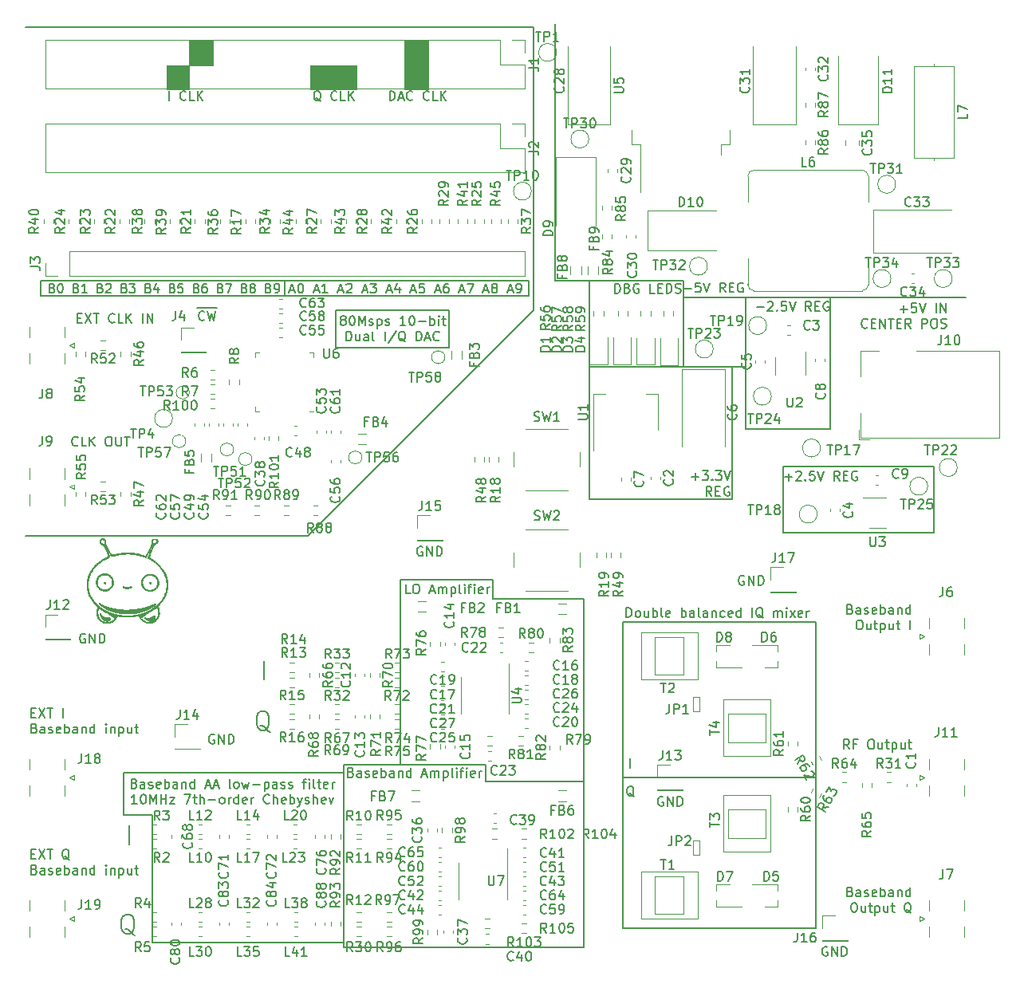
<source format=gbr>
%TF.GenerationSoftware,KiCad,Pcbnew,(5.1.8)-1*%
%TF.CreationDate,2020-12-11T02:40:48-05:00*%
%TF.ProjectId,iq_siggen,69715f73-6967-4676-956e-2e6b69636164,v01*%
%TF.SameCoordinates,Original*%
%TF.FileFunction,Legend,Top*%
%TF.FilePolarity,Positive*%
%FSLAX46Y46*%
G04 Gerber Fmt 4.6, Leading zero omitted, Abs format (unit mm)*
G04 Created by KiCad (PCBNEW (5.1.8)-1) date 2020-12-11 02:40:48*
%MOMM*%
%LPD*%
G01*
G04 APERTURE LIST*
%ADD10C,0.150000*%
%ADD11C,0.160000*%
%ADD12C,0.100000*%
%ADD13C,0.010000*%
%ADD14C,0.120000*%
G04 APERTURE END LIST*
D10*
X50670595Y-123103571D02*
X51003928Y-123103571D01*
X51146785Y-123627380D02*
X50670595Y-123627380D01*
X50670595Y-122627380D01*
X51146785Y-122627380D01*
X51480119Y-122627380D02*
X52146785Y-123627380D01*
X52146785Y-122627380D02*
X51480119Y-123627380D01*
X52384880Y-122627380D02*
X52956309Y-122627380D01*
X52670595Y-123627380D02*
X52670595Y-122627380D01*
X54051547Y-123627380D02*
X54051547Y-122627380D01*
X51003928Y-124753571D02*
X51146785Y-124801190D01*
X51194404Y-124848809D01*
X51242023Y-124944047D01*
X51242023Y-125086904D01*
X51194404Y-125182142D01*
X51146785Y-125229761D01*
X51051547Y-125277380D01*
X50670595Y-125277380D01*
X50670595Y-124277380D01*
X51003928Y-124277380D01*
X51099166Y-124325000D01*
X51146785Y-124372619D01*
X51194404Y-124467857D01*
X51194404Y-124563095D01*
X51146785Y-124658333D01*
X51099166Y-124705952D01*
X51003928Y-124753571D01*
X50670595Y-124753571D01*
X52099166Y-125277380D02*
X52099166Y-124753571D01*
X52051547Y-124658333D01*
X51956309Y-124610714D01*
X51765833Y-124610714D01*
X51670595Y-124658333D01*
X52099166Y-125229761D02*
X52003928Y-125277380D01*
X51765833Y-125277380D01*
X51670595Y-125229761D01*
X51622976Y-125134523D01*
X51622976Y-125039285D01*
X51670595Y-124944047D01*
X51765833Y-124896428D01*
X52003928Y-124896428D01*
X52099166Y-124848809D01*
X52527738Y-125229761D02*
X52622976Y-125277380D01*
X52813452Y-125277380D01*
X52908690Y-125229761D01*
X52956309Y-125134523D01*
X52956309Y-125086904D01*
X52908690Y-124991666D01*
X52813452Y-124944047D01*
X52670595Y-124944047D01*
X52575357Y-124896428D01*
X52527738Y-124801190D01*
X52527738Y-124753571D01*
X52575357Y-124658333D01*
X52670595Y-124610714D01*
X52813452Y-124610714D01*
X52908690Y-124658333D01*
X53765833Y-125229761D02*
X53670595Y-125277380D01*
X53480119Y-125277380D01*
X53384880Y-125229761D01*
X53337261Y-125134523D01*
X53337261Y-124753571D01*
X53384880Y-124658333D01*
X53480119Y-124610714D01*
X53670595Y-124610714D01*
X53765833Y-124658333D01*
X53813452Y-124753571D01*
X53813452Y-124848809D01*
X53337261Y-124944047D01*
X54242023Y-125277380D02*
X54242023Y-124277380D01*
X54242023Y-124658333D02*
X54337261Y-124610714D01*
X54527738Y-124610714D01*
X54622976Y-124658333D01*
X54670595Y-124705952D01*
X54718214Y-124801190D01*
X54718214Y-125086904D01*
X54670595Y-125182142D01*
X54622976Y-125229761D01*
X54527738Y-125277380D01*
X54337261Y-125277380D01*
X54242023Y-125229761D01*
X55575357Y-125277380D02*
X55575357Y-124753571D01*
X55527738Y-124658333D01*
X55432500Y-124610714D01*
X55242023Y-124610714D01*
X55146785Y-124658333D01*
X55575357Y-125229761D02*
X55480119Y-125277380D01*
X55242023Y-125277380D01*
X55146785Y-125229761D01*
X55099166Y-125134523D01*
X55099166Y-125039285D01*
X55146785Y-124944047D01*
X55242023Y-124896428D01*
X55480119Y-124896428D01*
X55575357Y-124848809D01*
X56051547Y-124610714D02*
X56051547Y-125277380D01*
X56051547Y-124705952D02*
X56099166Y-124658333D01*
X56194404Y-124610714D01*
X56337261Y-124610714D01*
X56432500Y-124658333D01*
X56480119Y-124753571D01*
X56480119Y-125277380D01*
X57384880Y-125277380D02*
X57384880Y-124277380D01*
X57384880Y-125229761D02*
X57289642Y-125277380D01*
X57099166Y-125277380D01*
X57003928Y-125229761D01*
X56956309Y-125182142D01*
X56908690Y-125086904D01*
X56908690Y-124801190D01*
X56956309Y-124705952D01*
X57003928Y-124658333D01*
X57099166Y-124610714D01*
X57289642Y-124610714D01*
X57384880Y-124658333D01*
X58622976Y-125277380D02*
X58622976Y-124610714D01*
X58622976Y-124277380D02*
X58575357Y-124325000D01*
X58622976Y-124372619D01*
X58670595Y-124325000D01*
X58622976Y-124277380D01*
X58622976Y-124372619D01*
X59099166Y-124610714D02*
X59099166Y-125277380D01*
X59099166Y-124705952D02*
X59146785Y-124658333D01*
X59242023Y-124610714D01*
X59384880Y-124610714D01*
X59480119Y-124658333D01*
X59527738Y-124753571D01*
X59527738Y-125277380D01*
X60003928Y-124610714D02*
X60003928Y-125610714D01*
X60003928Y-124658333D02*
X60099166Y-124610714D01*
X60289642Y-124610714D01*
X60384880Y-124658333D01*
X60432500Y-124705952D01*
X60480119Y-124801190D01*
X60480119Y-125086904D01*
X60432500Y-125182142D01*
X60384880Y-125229761D01*
X60289642Y-125277380D01*
X60099166Y-125277380D01*
X60003928Y-125229761D01*
X61337261Y-124610714D02*
X61337261Y-125277380D01*
X60908690Y-124610714D02*
X60908690Y-125134523D01*
X60956309Y-125229761D01*
X61051547Y-125277380D01*
X61194404Y-125277380D01*
X61289642Y-125229761D01*
X61337261Y-125182142D01*
X61670595Y-124610714D02*
X62051547Y-124610714D01*
X61813452Y-124277380D02*
X61813452Y-125134523D01*
X61861071Y-125229761D01*
X61956309Y-125277380D01*
X62051547Y-125277380D01*
X92203095Y-105500000D02*
X92107857Y-105452380D01*
X91965000Y-105452380D01*
X91822142Y-105500000D01*
X91726904Y-105595238D01*
X91679285Y-105690476D01*
X91631666Y-105880952D01*
X91631666Y-106023809D01*
X91679285Y-106214285D01*
X91726904Y-106309523D01*
X91822142Y-106404761D01*
X91965000Y-106452380D01*
X92060238Y-106452380D01*
X92203095Y-106404761D01*
X92250714Y-106357142D01*
X92250714Y-106023809D01*
X92060238Y-106023809D01*
X92679285Y-106452380D02*
X92679285Y-105452380D01*
X93250714Y-106452380D01*
X93250714Y-105452380D01*
X93726904Y-106452380D02*
X93726904Y-105452380D01*
X93965000Y-105452380D01*
X94107857Y-105500000D01*
X94203095Y-105595238D01*
X94250714Y-105690476D01*
X94298333Y-105880952D01*
X94298333Y-106023809D01*
X94250714Y-106214285D01*
X94203095Y-106309523D01*
X94107857Y-106404761D01*
X93965000Y-106452380D01*
X93726904Y-106452380D01*
X126353095Y-108600000D02*
X126257857Y-108552380D01*
X126115000Y-108552380D01*
X125972142Y-108600000D01*
X125876904Y-108695238D01*
X125829285Y-108790476D01*
X125781666Y-108980952D01*
X125781666Y-109123809D01*
X125829285Y-109314285D01*
X125876904Y-109409523D01*
X125972142Y-109504761D01*
X126115000Y-109552380D01*
X126210238Y-109552380D01*
X126353095Y-109504761D01*
X126400714Y-109457142D01*
X126400714Y-109123809D01*
X126210238Y-109123809D01*
X126829285Y-109552380D02*
X126829285Y-108552380D01*
X127400714Y-109552380D01*
X127400714Y-108552380D01*
X127876904Y-109552380D02*
X127876904Y-108552380D01*
X128115000Y-108552380D01*
X128257857Y-108600000D01*
X128353095Y-108695238D01*
X128400714Y-108790476D01*
X128448333Y-108980952D01*
X128448333Y-109123809D01*
X128400714Y-109314285D01*
X128353095Y-109409523D01*
X128257857Y-109504761D01*
X128115000Y-109552380D01*
X127876904Y-109552380D01*
X117753095Y-132050000D02*
X117657857Y-132002380D01*
X117515000Y-132002380D01*
X117372142Y-132050000D01*
X117276904Y-132145238D01*
X117229285Y-132240476D01*
X117181666Y-132430952D01*
X117181666Y-132573809D01*
X117229285Y-132764285D01*
X117276904Y-132859523D01*
X117372142Y-132954761D01*
X117515000Y-133002380D01*
X117610238Y-133002380D01*
X117753095Y-132954761D01*
X117800714Y-132907142D01*
X117800714Y-132573809D01*
X117610238Y-132573809D01*
X118229285Y-133002380D02*
X118229285Y-132002380D01*
X118800714Y-133002380D01*
X118800714Y-132002380D01*
X119276904Y-133002380D02*
X119276904Y-132002380D01*
X119515000Y-132002380D01*
X119657857Y-132050000D01*
X119753095Y-132145238D01*
X119800714Y-132240476D01*
X119848333Y-132430952D01*
X119848333Y-132573809D01*
X119800714Y-132764285D01*
X119753095Y-132859523D01*
X119657857Y-132954761D01*
X119515000Y-133002380D01*
X119276904Y-133002380D01*
X135203095Y-148000000D02*
X135107857Y-147952380D01*
X134965000Y-147952380D01*
X134822142Y-148000000D01*
X134726904Y-148095238D01*
X134679285Y-148190476D01*
X134631666Y-148380952D01*
X134631666Y-148523809D01*
X134679285Y-148714285D01*
X134726904Y-148809523D01*
X134822142Y-148904761D01*
X134965000Y-148952380D01*
X135060238Y-148952380D01*
X135203095Y-148904761D01*
X135250714Y-148857142D01*
X135250714Y-148523809D01*
X135060238Y-148523809D01*
X135679285Y-148952380D02*
X135679285Y-147952380D01*
X136250714Y-148952380D01*
X136250714Y-147952380D01*
X136726904Y-148952380D02*
X136726904Y-147952380D01*
X136965000Y-147952380D01*
X137107857Y-148000000D01*
X137203095Y-148095238D01*
X137250714Y-148190476D01*
X137298333Y-148380952D01*
X137298333Y-148523809D01*
X137250714Y-148714285D01*
X137203095Y-148809523D01*
X137107857Y-148904761D01*
X136965000Y-148952380D01*
X136726904Y-148952380D01*
X70103095Y-125450000D02*
X70007857Y-125402380D01*
X69865000Y-125402380D01*
X69722142Y-125450000D01*
X69626904Y-125545238D01*
X69579285Y-125640476D01*
X69531666Y-125830952D01*
X69531666Y-125973809D01*
X69579285Y-126164285D01*
X69626904Y-126259523D01*
X69722142Y-126354761D01*
X69865000Y-126402380D01*
X69960238Y-126402380D01*
X70103095Y-126354761D01*
X70150714Y-126307142D01*
X70150714Y-125973809D01*
X69960238Y-125973809D01*
X70579285Y-126402380D02*
X70579285Y-125402380D01*
X71150714Y-126402380D01*
X71150714Y-125402380D01*
X71626904Y-126402380D02*
X71626904Y-125402380D01*
X71865000Y-125402380D01*
X72007857Y-125450000D01*
X72103095Y-125545238D01*
X72150714Y-125640476D01*
X72198333Y-125830952D01*
X72198333Y-125973809D01*
X72150714Y-126164285D01*
X72103095Y-126259523D01*
X72007857Y-126354761D01*
X71865000Y-126402380D01*
X71626904Y-126402380D01*
X56403095Y-114750000D02*
X56307857Y-114702380D01*
X56165000Y-114702380D01*
X56022142Y-114750000D01*
X55926904Y-114845238D01*
X55879285Y-114940476D01*
X55831666Y-115130952D01*
X55831666Y-115273809D01*
X55879285Y-115464285D01*
X55926904Y-115559523D01*
X56022142Y-115654761D01*
X56165000Y-115702380D01*
X56260238Y-115702380D01*
X56403095Y-115654761D01*
X56450714Y-115607142D01*
X56450714Y-115273809D01*
X56260238Y-115273809D01*
X56879285Y-115702380D02*
X56879285Y-114702380D01*
X57450714Y-115702380D01*
X57450714Y-114702380D01*
X57926904Y-115702380D02*
X57926904Y-114702380D01*
X58165000Y-114702380D01*
X58307857Y-114750000D01*
X58403095Y-114845238D01*
X58450714Y-114940476D01*
X58498333Y-115130952D01*
X58498333Y-115273809D01*
X58450714Y-115464285D01*
X58403095Y-115559523D01*
X58307857Y-115654761D01*
X58165000Y-115702380D01*
X57926904Y-115702380D01*
D11*
X99715000Y-108950000D02*
X99715000Y-111000000D01*
X89835000Y-108950000D02*
X99715000Y-108950000D01*
D10*
X76026904Y-125145238D02*
X75836428Y-125050000D01*
X75645952Y-124859523D01*
X75360238Y-124573809D01*
X75169761Y-124478571D01*
X74979285Y-124478571D01*
X75074523Y-124954761D02*
X74884047Y-124859523D01*
X74693571Y-124669047D01*
X74598333Y-124288095D01*
X74598333Y-123621428D01*
X74693571Y-123240476D01*
X74884047Y-123050000D01*
X75074523Y-122954761D01*
X75455476Y-122954761D01*
X75645952Y-123050000D01*
X75836428Y-123240476D01*
X75931666Y-123621428D01*
X75931666Y-124288095D01*
X75836428Y-124669047D01*
X75645952Y-124859523D01*
X75455476Y-124954761D01*
X75074523Y-124954761D01*
X75365000Y-119604761D02*
X75365000Y-117604761D01*
D11*
X98915000Y-128600000D02*
X98915000Y-130400000D01*
X83835000Y-128600000D02*
X98915000Y-128600000D01*
X83835000Y-130500000D02*
X83835000Y-128600000D01*
D10*
X142922261Y-80246428D02*
X143684166Y-80246428D01*
X143303214Y-80627380D02*
X143303214Y-79865476D01*
X144636547Y-79627380D02*
X144160357Y-79627380D01*
X144112738Y-80103571D01*
X144160357Y-80055952D01*
X144255595Y-80008333D01*
X144493690Y-80008333D01*
X144588928Y-80055952D01*
X144636547Y-80103571D01*
X144684166Y-80198809D01*
X144684166Y-80436904D01*
X144636547Y-80532142D01*
X144588928Y-80579761D01*
X144493690Y-80627380D01*
X144255595Y-80627380D01*
X144160357Y-80579761D01*
X144112738Y-80532142D01*
X144969880Y-79627380D02*
X145303214Y-80627380D01*
X145636547Y-79627380D01*
X146731785Y-80627380D02*
X146731785Y-79627380D01*
X147207976Y-80627380D02*
X147207976Y-79627380D01*
X147779404Y-80627380D01*
X147779404Y-79627380D01*
X139446071Y-82182142D02*
X139398452Y-82229761D01*
X139255595Y-82277380D01*
X139160357Y-82277380D01*
X139017500Y-82229761D01*
X138922261Y-82134523D01*
X138874642Y-82039285D01*
X138827023Y-81848809D01*
X138827023Y-81705952D01*
X138874642Y-81515476D01*
X138922261Y-81420238D01*
X139017500Y-81325000D01*
X139160357Y-81277380D01*
X139255595Y-81277380D01*
X139398452Y-81325000D01*
X139446071Y-81372619D01*
X139874642Y-81753571D02*
X140207976Y-81753571D01*
X140350833Y-82277380D02*
X139874642Y-82277380D01*
X139874642Y-81277380D01*
X140350833Y-81277380D01*
X140779404Y-82277380D02*
X140779404Y-81277380D01*
X141350833Y-82277380D01*
X141350833Y-81277380D01*
X141684166Y-81277380D02*
X142255595Y-81277380D01*
X141969880Y-82277380D02*
X141969880Y-81277380D01*
X142588928Y-81753571D02*
X142922261Y-81753571D01*
X143065119Y-82277380D02*
X142588928Y-82277380D01*
X142588928Y-81277380D01*
X143065119Y-81277380D01*
X144065119Y-82277380D02*
X143731785Y-81801190D01*
X143493690Y-82277380D02*
X143493690Y-81277380D01*
X143874642Y-81277380D01*
X143969880Y-81325000D01*
X144017500Y-81372619D01*
X144065119Y-81467857D01*
X144065119Y-81610714D01*
X144017500Y-81705952D01*
X143969880Y-81753571D01*
X143874642Y-81801190D01*
X143493690Y-81801190D01*
X145255595Y-82277380D02*
X145255595Y-81277380D01*
X145636547Y-81277380D01*
X145731785Y-81325000D01*
X145779404Y-81372619D01*
X145827023Y-81467857D01*
X145827023Y-81610714D01*
X145779404Y-81705952D01*
X145731785Y-81753571D01*
X145636547Y-81801190D01*
X145255595Y-81801190D01*
X146446071Y-81277380D02*
X146636547Y-81277380D01*
X146731785Y-81325000D01*
X146827023Y-81420238D01*
X146874642Y-81610714D01*
X146874642Y-81944047D01*
X146827023Y-82134523D01*
X146731785Y-82229761D01*
X146636547Y-82277380D01*
X146446071Y-82277380D01*
X146350833Y-82229761D01*
X146255595Y-82134523D01*
X146207976Y-81944047D01*
X146207976Y-81610714D01*
X146255595Y-81420238D01*
X146350833Y-81325000D01*
X146446071Y-81277380D01*
X147255595Y-82229761D02*
X147398452Y-82277380D01*
X147636547Y-82277380D01*
X147731785Y-82229761D01*
X147779404Y-82182142D01*
X147827023Y-82086904D01*
X147827023Y-81991666D01*
X147779404Y-81896428D01*
X147731785Y-81848809D01*
X147636547Y-81801190D01*
X147446071Y-81753571D01*
X147350833Y-81705952D01*
X147303214Y-81658333D01*
X147255595Y-81563095D01*
X147255595Y-81467857D01*
X147303214Y-81372619D01*
X147350833Y-81325000D01*
X147446071Y-81277380D01*
X147684166Y-81277380D01*
X147827023Y-81325000D01*
X119995952Y-78071428D02*
X120757857Y-78071428D01*
X121710238Y-77452380D02*
X121234047Y-77452380D01*
X121186428Y-77928571D01*
X121234047Y-77880952D01*
X121329285Y-77833333D01*
X121567380Y-77833333D01*
X121662619Y-77880952D01*
X121710238Y-77928571D01*
X121757857Y-78023809D01*
X121757857Y-78261904D01*
X121710238Y-78357142D01*
X121662619Y-78404761D01*
X121567380Y-78452380D01*
X121329285Y-78452380D01*
X121234047Y-78404761D01*
X121186428Y-78357142D01*
X122043571Y-77452380D02*
X122376904Y-78452380D01*
X122710238Y-77452380D01*
X124376904Y-78452380D02*
X124043571Y-77976190D01*
X123805476Y-78452380D02*
X123805476Y-77452380D01*
X124186428Y-77452380D01*
X124281666Y-77500000D01*
X124329285Y-77547619D01*
X124376904Y-77642857D01*
X124376904Y-77785714D01*
X124329285Y-77880952D01*
X124281666Y-77928571D01*
X124186428Y-77976190D01*
X123805476Y-77976190D01*
X124805476Y-77928571D02*
X125138809Y-77928571D01*
X125281666Y-78452380D02*
X124805476Y-78452380D01*
X124805476Y-77452380D01*
X125281666Y-77452380D01*
X126234047Y-77500000D02*
X126138809Y-77452380D01*
X125995952Y-77452380D01*
X125853095Y-77500000D01*
X125757857Y-77595238D01*
X125710238Y-77690476D01*
X125662619Y-77880952D01*
X125662619Y-78023809D01*
X125710238Y-78214285D01*
X125757857Y-78309523D01*
X125853095Y-78404761D01*
X125995952Y-78452380D01*
X126091190Y-78452380D01*
X126234047Y-78404761D01*
X126281666Y-78357142D01*
X126281666Y-78023809D01*
X126091190Y-78023809D01*
D11*
X106315000Y-77200000D02*
X109915000Y-77200000D01*
X106315000Y-77200000D02*
X106315000Y-50000000D01*
X119915000Y-79000000D02*
X149915000Y-79000000D01*
D10*
X109915000Y-77200000D02*
X109915000Y-86400000D01*
X119915000Y-77200000D02*
X109915000Y-77200000D01*
X119915000Y-86400000D02*
X119915000Y-77200000D01*
X112638809Y-78552380D02*
X112638809Y-77552380D01*
X112876904Y-77552380D01*
X113019761Y-77600000D01*
X113115000Y-77695238D01*
X113162619Y-77790476D01*
X113210238Y-77980952D01*
X113210238Y-78123809D01*
X113162619Y-78314285D01*
X113115000Y-78409523D01*
X113019761Y-78504761D01*
X112876904Y-78552380D01*
X112638809Y-78552380D01*
X113972142Y-78028571D02*
X114115000Y-78076190D01*
X114162619Y-78123809D01*
X114210238Y-78219047D01*
X114210238Y-78361904D01*
X114162619Y-78457142D01*
X114115000Y-78504761D01*
X114019761Y-78552380D01*
X113638809Y-78552380D01*
X113638809Y-77552380D01*
X113972142Y-77552380D01*
X114067380Y-77600000D01*
X114115000Y-77647619D01*
X114162619Y-77742857D01*
X114162619Y-77838095D01*
X114115000Y-77933333D01*
X114067380Y-77980952D01*
X113972142Y-78028571D01*
X113638809Y-78028571D01*
X115162619Y-77600000D02*
X115067380Y-77552380D01*
X114924523Y-77552380D01*
X114781666Y-77600000D01*
X114686428Y-77695238D01*
X114638809Y-77790476D01*
X114591190Y-77980952D01*
X114591190Y-78123809D01*
X114638809Y-78314285D01*
X114686428Y-78409523D01*
X114781666Y-78504761D01*
X114924523Y-78552380D01*
X115019761Y-78552380D01*
X115162619Y-78504761D01*
X115210238Y-78457142D01*
X115210238Y-78123809D01*
X115019761Y-78123809D01*
X116876904Y-78552380D02*
X116400714Y-78552380D01*
X116400714Y-77552380D01*
X117210238Y-78028571D02*
X117543571Y-78028571D01*
X117686428Y-78552380D02*
X117210238Y-78552380D01*
X117210238Y-77552380D01*
X117686428Y-77552380D01*
X118115000Y-78552380D02*
X118115000Y-77552380D01*
X118353095Y-77552380D01*
X118495952Y-77600000D01*
X118591190Y-77695238D01*
X118638809Y-77790476D01*
X118686428Y-77980952D01*
X118686428Y-78123809D01*
X118638809Y-78314285D01*
X118591190Y-78409523D01*
X118495952Y-78504761D01*
X118353095Y-78552380D01*
X118115000Y-78552380D01*
X119067380Y-78504761D02*
X119210238Y-78552380D01*
X119448333Y-78552380D01*
X119543571Y-78504761D01*
X119591190Y-78457142D01*
X119638809Y-78361904D01*
X119638809Y-78266666D01*
X119591190Y-78171428D01*
X119543571Y-78123809D01*
X119448333Y-78076190D01*
X119257857Y-78028571D01*
X119162619Y-77980952D01*
X119115000Y-77933333D01*
X119067380Y-77838095D01*
X119067380Y-77742857D01*
X119115000Y-77647619D01*
X119162619Y-77600000D01*
X119257857Y-77552380D01*
X119495952Y-77552380D01*
X119638809Y-77600000D01*
X120779404Y-98046428D02*
X121541309Y-98046428D01*
X121160357Y-98427380D02*
X121160357Y-97665476D01*
X121922261Y-97427380D02*
X122541309Y-97427380D01*
X122207976Y-97808333D01*
X122350833Y-97808333D01*
X122446071Y-97855952D01*
X122493690Y-97903571D01*
X122541309Y-97998809D01*
X122541309Y-98236904D01*
X122493690Y-98332142D01*
X122446071Y-98379761D01*
X122350833Y-98427380D01*
X122065119Y-98427380D01*
X121969880Y-98379761D01*
X121922261Y-98332142D01*
X122969880Y-98332142D02*
X123017500Y-98379761D01*
X122969880Y-98427380D01*
X122922261Y-98379761D01*
X122969880Y-98332142D01*
X122969880Y-98427380D01*
X123350833Y-97427380D02*
X123969880Y-97427380D01*
X123636547Y-97808333D01*
X123779404Y-97808333D01*
X123874642Y-97855952D01*
X123922261Y-97903571D01*
X123969880Y-97998809D01*
X123969880Y-98236904D01*
X123922261Y-98332142D01*
X123874642Y-98379761D01*
X123779404Y-98427380D01*
X123493690Y-98427380D01*
X123398452Y-98379761D01*
X123350833Y-98332142D01*
X124255595Y-97427380D02*
X124588928Y-98427380D01*
X124922261Y-97427380D01*
X122922261Y-100077380D02*
X122588928Y-99601190D01*
X122350833Y-100077380D02*
X122350833Y-99077380D01*
X122731785Y-99077380D01*
X122827023Y-99125000D01*
X122874642Y-99172619D01*
X122922261Y-99267857D01*
X122922261Y-99410714D01*
X122874642Y-99505952D01*
X122827023Y-99553571D01*
X122731785Y-99601190D01*
X122350833Y-99601190D01*
X123350833Y-99553571D02*
X123684166Y-99553571D01*
X123827023Y-100077380D02*
X123350833Y-100077380D01*
X123350833Y-99077380D01*
X123827023Y-99077380D01*
X124779404Y-99125000D02*
X124684166Y-99077380D01*
X124541309Y-99077380D01*
X124398452Y-99125000D01*
X124303214Y-99220238D01*
X124255595Y-99315476D01*
X124207976Y-99505952D01*
X124207976Y-99648809D01*
X124255595Y-99839285D01*
X124303214Y-99934523D01*
X124398452Y-100029761D01*
X124541309Y-100077380D01*
X124636547Y-100077380D01*
X124779404Y-100029761D01*
X124827023Y-99982142D01*
X124827023Y-99648809D01*
X124636547Y-99648809D01*
D11*
X109915000Y-100400000D02*
X109915000Y-86400000D01*
X125115000Y-100400000D02*
X109915000Y-100400000D01*
X125115000Y-86400000D02*
X125115000Y-100400000D01*
X109915000Y-86400000D02*
X126515000Y-86400000D01*
D10*
X127681666Y-80071428D02*
X128443571Y-80071428D01*
X128872142Y-79547619D02*
X128919761Y-79500000D01*
X129015000Y-79452380D01*
X129253095Y-79452380D01*
X129348333Y-79500000D01*
X129395952Y-79547619D01*
X129443571Y-79642857D01*
X129443571Y-79738095D01*
X129395952Y-79880952D01*
X128824523Y-80452380D01*
X129443571Y-80452380D01*
X129872142Y-80357142D02*
X129919761Y-80404761D01*
X129872142Y-80452380D01*
X129824523Y-80404761D01*
X129872142Y-80357142D01*
X129872142Y-80452380D01*
X130824523Y-79452380D02*
X130348333Y-79452380D01*
X130300714Y-79928571D01*
X130348333Y-79880952D01*
X130443571Y-79833333D01*
X130681666Y-79833333D01*
X130776904Y-79880952D01*
X130824523Y-79928571D01*
X130872142Y-80023809D01*
X130872142Y-80261904D01*
X130824523Y-80357142D01*
X130776904Y-80404761D01*
X130681666Y-80452380D01*
X130443571Y-80452380D01*
X130348333Y-80404761D01*
X130300714Y-80357142D01*
X131157857Y-79452380D02*
X131491190Y-80452380D01*
X131824523Y-79452380D01*
X133491190Y-80452380D02*
X133157857Y-79976190D01*
X132919761Y-80452380D02*
X132919761Y-79452380D01*
X133300714Y-79452380D01*
X133395952Y-79500000D01*
X133443571Y-79547619D01*
X133491190Y-79642857D01*
X133491190Y-79785714D01*
X133443571Y-79880952D01*
X133395952Y-79928571D01*
X133300714Y-79976190D01*
X132919761Y-79976190D01*
X133919761Y-79928571D02*
X134253095Y-79928571D01*
X134395952Y-80452380D02*
X133919761Y-80452380D01*
X133919761Y-79452380D01*
X134395952Y-79452380D01*
X135348333Y-79500000D02*
X135253095Y-79452380D01*
X135110238Y-79452380D01*
X134967380Y-79500000D01*
X134872142Y-79595238D01*
X134824523Y-79690476D01*
X134776904Y-79880952D01*
X134776904Y-80023809D01*
X134824523Y-80214285D01*
X134872142Y-80309523D01*
X134967380Y-80404761D01*
X135110238Y-80452380D01*
X135205476Y-80452380D01*
X135348333Y-80404761D01*
X135395952Y-80357142D01*
X135395952Y-80023809D01*
X135205476Y-80023809D01*
D11*
X135515000Y-93000000D02*
X126515000Y-93000000D01*
X135515000Y-79000000D02*
X135515000Y-93000000D01*
X126515000Y-79000000D02*
X135515000Y-79000000D01*
X126515000Y-93000000D02*
X126515000Y-79000000D01*
D10*
X130681666Y-98071428D02*
X131443571Y-98071428D01*
X131062619Y-98452380D02*
X131062619Y-97690476D01*
X131872142Y-97547619D02*
X131919761Y-97500000D01*
X132015000Y-97452380D01*
X132253095Y-97452380D01*
X132348333Y-97500000D01*
X132395952Y-97547619D01*
X132443571Y-97642857D01*
X132443571Y-97738095D01*
X132395952Y-97880952D01*
X131824523Y-98452380D01*
X132443571Y-98452380D01*
X132872142Y-98357142D02*
X132919761Y-98404761D01*
X132872142Y-98452380D01*
X132824523Y-98404761D01*
X132872142Y-98357142D01*
X132872142Y-98452380D01*
X133824523Y-97452380D02*
X133348333Y-97452380D01*
X133300714Y-97928571D01*
X133348333Y-97880952D01*
X133443571Y-97833333D01*
X133681666Y-97833333D01*
X133776904Y-97880952D01*
X133824523Y-97928571D01*
X133872142Y-98023809D01*
X133872142Y-98261904D01*
X133824523Y-98357142D01*
X133776904Y-98404761D01*
X133681666Y-98452380D01*
X133443571Y-98452380D01*
X133348333Y-98404761D01*
X133300714Y-98357142D01*
X134157857Y-97452380D02*
X134491190Y-98452380D01*
X134824523Y-97452380D01*
X136491190Y-98452380D02*
X136157857Y-97976190D01*
X135919761Y-98452380D02*
X135919761Y-97452380D01*
X136300714Y-97452380D01*
X136395952Y-97500000D01*
X136443571Y-97547619D01*
X136491190Y-97642857D01*
X136491190Y-97785714D01*
X136443571Y-97880952D01*
X136395952Y-97928571D01*
X136300714Y-97976190D01*
X135919761Y-97976190D01*
X136919761Y-97928571D02*
X137253095Y-97928571D01*
X137395952Y-98452380D02*
X136919761Y-98452380D01*
X136919761Y-97452380D01*
X137395952Y-97452380D01*
X138348333Y-97500000D02*
X138253095Y-97452380D01*
X138110238Y-97452380D01*
X137967380Y-97500000D01*
X137872142Y-97595238D01*
X137824523Y-97690476D01*
X137776904Y-97880952D01*
X137776904Y-98023809D01*
X137824523Y-98214285D01*
X137872142Y-98309523D01*
X137967380Y-98404761D01*
X138110238Y-98452380D01*
X138205476Y-98452380D01*
X138348333Y-98404761D01*
X138395952Y-98357142D01*
X138395952Y-98023809D01*
X138205476Y-98023809D01*
D11*
X146515000Y-104000000D02*
X146515000Y-97000000D01*
X130515000Y-104000000D02*
X146515000Y-104000000D01*
X130515000Y-97000000D02*
X130515000Y-104000000D01*
X146515000Y-97000000D02*
X130515000Y-97000000D01*
X60515000Y-129500000D02*
X83765000Y-129500000D01*
X60515000Y-134000000D02*
X60515000Y-129500000D01*
X63515000Y-134000000D02*
X60515000Y-134000000D01*
X83035000Y-84340000D02*
X83035000Y-80340000D01*
X95035000Y-84340000D02*
X83035000Y-84340000D01*
X95035000Y-80340000D02*
X95035000Y-84340000D01*
X83035000Y-80340000D02*
X95035000Y-80340000D01*
D10*
X83701666Y-81395952D02*
X83606428Y-81348333D01*
X83558809Y-81300714D01*
X83511190Y-81205476D01*
X83511190Y-81157857D01*
X83558809Y-81062619D01*
X83606428Y-81015000D01*
X83701666Y-80967380D01*
X83892142Y-80967380D01*
X83987380Y-81015000D01*
X84035000Y-81062619D01*
X84082619Y-81157857D01*
X84082619Y-81205476D01*
X84035000Y-81300714D01*
X83987380Y-81348333D01*
X83892142Y-81395952D01*
X83701666Y-81395952D01*
X83606428Y-81443571D01*
X83558809Y-81491190D01*
X83511190Y-81586428D01*
X83511190Y-81776904D01*
X83558809Y-81872142D01*
X83606428Y-81919761D01*
X83701666Y-81967380D01*
X83892142Y-81967380D01*
X83987380Y-81919761D01*
X84035000Y-81872142D01*
X84082619Y-81776904D01*
X84082619Y-81586428D01*
X84035000Y-81491190D01*
X83987380Y-81443571D01*
X83892142Y-81395952D01*
X84701666Y-80967380D02*
X84796904Y-80967380D01*
X84892142Y-81015000D01*
X84939761Y-81062619D01*
X84987380Y-81157857D01*
X85035000Y-81348333D01*
X85035000Y-81586428D01*
X84987380Y-81776904D01*
X84939761Y-81872142D01*
X84892142Y-81919761D01*
X84796904Y-81967380D01*
X84701666Y-81967380D01*
X84606428Y-81919761D01*
X84558809Y-81872142D01*
X84511190Y-81776904D01*
X84463571Y-81586428D01*
X84463571Y-81348333D01*
X84511190Y-81157857D01*
X84558809Y-81062619D01*
X84606428Y-81015000D01*
X84701666Y-80967380D01*
X85463571Y-81967380D02*
X85463571Y-80967380D01*
X85796904Y-81681666D01*
X86130238Y-80967380D01*
X86130238Y-81967380D01*
X86558809Y-81919761D02*
X86654047Y-81967380D01*
X86844523Y-81967380D01*
X86939761Y-81919761D01*
X86987380Y-81824523D01*
X86987380Y-81776904D01*
X86939761Y-81681666D01*
X86844523Y-81634047D01*
X86701666Y-81634047D01*
X86606428Y-81586428D01*
X86558809Y-81491190D01*
X86558809Y-81443571D01*
X86606428Y-81348333D01*
X86701666Y-81300714D01*
X86844523Y-81300714D01*
X86939761Y-81348333D01*
X87415952Y-81300714D02*
X87415952Y-82300714D01*
X87415952Y-81348333D02*
X87511190Y-81300714D01*
X87701666Y-81300714D01*
X87796904Y-81348333D01*
X87844523Y-81395952D01*
X87892142Y-81491190D01*
X87892142Y-81776904D01*
X87844523Y-81872142D01*
X87796904Y-81919761D01*
X87701666Y-81967380D01*
X87511190Y-81967380D01*
X87415952Y-81919761D01*
X88273095Y-81919761D02*
X88368333Y-81967380D01*
X88558809Y-81967380D01*
X88654047Y-81919761D01*
X88701666Y-81824523D01*
X88701666Y-81776904D01*
X88654047Y-81681666D01*
X88558809Y-81634047D01*
X88415952Y-81634047D01*
X88320714Y-81586428D01*
X88273095Y-81491190D01*
X88273095Y-81443571D01*
X88320714Y-81348333D01*
X88415952Y-81300714D01*
X88558809Y-81300714D01*
X88654047Y-81348333D01*
X90415952Y-81967380D02*
X89844523Y-81967380D01*
X90130238Y-81967380D02*
X90130238Y-80967380D01*
X90035000Y-81110238D01*
X89939761Y-81205476D01*
X89844523Y-81253095D01*
X91035000Y-80967380D02*
X91130238Y-80967380D01*
X91225476Y-81015000D01*
X91273095Y-81062619D01*
X91320714Y-81157857D01*
X91368333Y-81348333D01*
X91368333Y-81586428D01*
X91320714Y-81776904D01*
X91273095Y-81872142D01*
X91225476Y-81919761D01*
X91130238Y-81967380D01*
X91035000Y-81967380D01*
X90939761Y-81919761D01*
X90892142Y-81872142D01*
X90844523Y-81776904D01*
X90796904Y-81586428D01*
X90796904Y-81348333D01*
X90844523Y-81157857D01*
X90892142Y-81062619D01*
X90939761Y-81015000D01*
X91035000Y-80967380D01*
X91796904Y-81586428D02*
X92558809Y-81586428D01*
X93035000Y-81967380D02*
X93035000Y-80967380D01*
X93035000Y-81348333D02*
X93130238Y-81300714D01*
X93320714Y-81300714D01*
X93415952Y-81348333D01*
X93463571Y-81395952D01*
X93511190Y-81491190D01*
X93511190Y-81776904D01*
X93463571Y-81872142D01*
X93415952Y-81919761D01*
X93320714Y-81967380D01*
X93130238Y-81967380D01*
X93035000Y-81919761D01*
X93939761Y-81967380D02*
X93939761Y-81300714D01*
X93939761Y-80967380D02*
X93892142Y-81015000D01*
X93939761Y-81062619D01*
X93987380Y-81015000D01*
X93939761Y-80967380D01*
X93939761Y-81062619D01*
X94273095Y-81300714D02*
X94654047Y-81300714D01*
X94415952Y-80967380D02*
X94415952Y-81824523D01*
X94463571Y-81919761D01*
X94558809Y-81967380D01*
X94654047Y-81967380D01*
X84130238Y-83617380D02*
X84130238Y-82617380D01*
X84368333Y-82617380D01*
X84511190Y-82665000D01*
X84606428Y-82760238D01*
X84654047Y-82855476D01*
X84701666Y-83045952D01*
X84701666Y-83188809D01*
X84654047Y-83379285D01*
X84606428Y-83474523D01*
X84511190Y-83569761D01*
X84368333Y-83617380D01*
X84130238Y-83617380D01*
X85558809Y-82950714D02*
X85558809Y-83617380D01*
X85130238Y-82950714D02*
X85130238Y-83474523D01*
X85177857Y-83569761D01*
X85273095Y-83617380D01*
X85415952Y-83617380D01*
X85511190Y-83569761D01*
X85558809Y-83522142D01*
X86463571Y-83617380D02*
X86463571Y-83093571D01*
X86415952Y-82998333D01*
X86320714Y-82950714D01*
X86130238Y-82950714D01*
X86035000Y-82998333D01*
X86463571Y-83569761D02*
X86368333Y-83617380D01*
X86130238Y-83617380D01*
X86035000Y-83569761D01*
X85987380Y-83474523D01*
X85987380Y-83379285D01*
X86035000Y-83284047D01*
X86130238Y-83236428D01*
X86368333Y-83236428D01*
X86463571Y-83188809D01*
X87082619Y-83617380D02*
X86987380Y-83569761D01*
X86939761Y-83474523D01*
X86939761Y-82617380D01*
X88225476Y-83617380D02*
X88225476Y-82617380D01*
X89415952Y-82569761D02*
X88558809Y-83855476D01*
X90415952Y-83712619D02*
X90320714Y-83665000D01*
X90225476Y-83569761D01*
X90082619Y-83426904D01*
X89987380Y-83379285D01*
X89892142Y-83379285D01*
X89939761Y-83617380D02*
X89844523Y-83569761D01*
X89749285Y-83474523D01*
X89701666Y-83284047D01*
X89701666Y-82950714D01*
X89749285Y-82760238D01*
X89844523Y-82665000D01*
X89939761Y-82617380D01*
X90130238Y-82617380D01*
X90225476Y-82665000D01*
X90320714Y-82760238D01*
X90368333Y-82950714D01*
X90368333Y-83284047D01*
X90320714Y-83474523D01*
X90225476Y-83569761D01*
X90130238Y-83617380D01*
X89939761Y-83617380D01*
X91558809Y-83617380D02*
X91558809Y-82617380D01*
X91796904Y-82617380D01*
X91939761Y-82665000D01*
X92035000Y-82760238D01*
X92082619Y-82855476D01*
X92130238Y-83045952D01*
X92130238Y-83188809D01*
X92082619Y-83379285D01*
X92035000Y-83474523D01*
X91939761Y-83569761D01*
X91796904Y-83617380D01*
X91558809Y-83617380D01*
X92511190Y-83331666D02*
X92987380Y-83331666D01*
X92415952Y-83617380D02*
X92749285Y-82617380D01*
X93082619Y-83617380D01*
X93987380Y-83522142D02*
X93939761Y-83569761D01*
X93796904Y-83617380D01*
X93701666Y-83617380D01*
X93558809Y-83569761D01*
X93463571Y-83474523D01*
X93415952Y-83379285D01*
X93368333Y-83188809D01*
X93368333Y-83045952D01*
X93415952Y-82855476D01*
X93463571Y-82760238D01*
X93558809Y-82665000D01*
X93701666Y-82617380D01*
X93796904Y-82617380D01*
X93939761Y-82665000D01*
X93987380Y-82712619D01*
D11*
X104035000Y-50340000D02*
X50035000Y-50340000D01*
X104035000Y-80340000D02*
X104035000Y-50340000D01*
X80035000Y-104340000D02*
X104035000Y-80340000D01*
X50035000Y-104340000D02*
X80035000Y-104340000D01*
D10*
X55574000Y-81192571D02*
X55907333Y-81192571D01*
X56050190Y-81716380D02*
X55574000Y-81716380D01*
X55574000Y-80716380D01*
X56050190Y-80716380D01*
X56383523Y-80716380D02*
X57050190Y-81716380D01*
X57050190Y-80716380D02*
X56383523Y-81716380D01*
X57288285Y-80716380D02*
X57859714Y-80716380D01*
X57574000Y-81716380D02*
X57574000Y-80716380D01*
X59526380Y-81621142D02*
X59478761Y-81668761D01*
X59335904Y-81716380D01*
X59240666Y-81716380D01*
X59097809Y-81668761D01*
X59002571Y-81573523D01*
X58954952Y-81478285D01*
X58907333Y-81287809D01*
X58907333Y-81144952D01*
X58954952Y-80954476D01*
X59002571Y-80859238D01*
X59097809Y-80764000D01*
X59240666Y-80716380D01*
X59335904Y-80716380D01*
X59478761Y-80764000D01*
X59526380Y-80811619D01*
X60431142Y-81716380D02*
X59954952Y-81716380D01*
X59954952Y-80716380D01*
X60764476Y-81716380D02*
X60764476Y-80716380D01*
X61335904Y-81716380D02*
X60907333Y-81144952D01*
X61335904Y-80716380D02*
X60764476Y-81287809D01*
X62526380Y-81716380D02*
X62526380Y-80716380D01*
X63002571Y-81716380D02*
X63002571Y-80716380D01*
X63574000Y-81716380D01*
X63574000Y-80716380D01*
X55630238Y-94697142D02*
X55582619Y-94744761D01*
X55439761Y-94792380D01*
X55344523Y-94792380D01*
X55201666Y-94744761D01*
X55106428Y-94649523D01*
X55058809Y-94554285D01*
X55011190Y-94363809D01*
X55011190Y-94220952D01*
X55058809Y-94030476D01*
X55106428Y-93935238D01*
X55201666Y-93840000D01*
X55344523Y-93792380D01*
X55439761Y-93792380D01*
X55582619Y-93840000D01*
X55630238Y-93887619D01*
X56535000Y-94792380D02*
X56058809Y-94792380D01*
X56058809Y-93792380D01*
X56868333Y-94792380D02*
X56868333Y-93792380D01*
X57439761Y-94792380D02*
X57011190Y-94220952D01*
X57439761Y-93792380D02*
X56868333Y-94363809D01*
X58820714Y-93792380D02*
X59011190Y-93792380D01*
X59106428Y-93840000D01*
X59201666Y-93935238D01*
X59249285Y-94125714D01*
X59249285Y-94459047D01*
X59201666Y-94649523D01*
X59106428Y-94744761D01*
X59011190Y-94792380D01*
X58820714Y-94792380D01*
X58725476Y-94744761D01*
X58630238Y-94649523D01*
X58582619Y-94459047D01*
X58582619Y-94125714D01*
X58630238Y-93935238D01*
X58725476Y-93840000D01*
X58820714Y-93792380D01*
X59677857Y-93792380D02*
X59677857Y-94601904D01*
X59725476Y-94697142D01*
X59773095Y-94744761D01*
X59868333Y-94792380D01*
X60058809Y-94792380D01*
X60154047Y-94744761D01*
X60201666Y-94697142D01*
X60249285Y-94601904D01*
X60249285Y-93792380D01*
X60582619Y-93792380D02*
X61154047Y-93792380D01*
X60868333Y-94792380D02*
X60868333Y-93792380D01*
X88728809Y-58094380D02*
X88728809Y-57094380D01*
X88966904Y-57094380D01*
X89109761Y-57142000D01*
X89205000Y-57237238D01*
X89252619Y-57332476D01*
X89300238Y-57522952D01*
X89300238Y-57665809D01*
X89252619Y-57856285D01*
X89205000Y-57951523D01*
X89109761Y-58046761D01*
X88966904Y-58094380D01*
X88728809Y-58094380D01*
X89681190Y-57808666D02*
X90157380Y-57808666D01*
X89585952Y-58094380D02*
X89919285Y-57094380D01*
X90252619Y-58094380D01*
X91157380Y-57999142D02*
X91109761Y-58046761D01*
X90966904Y-58094380D01*
X90871666Y-58094380D01*
X90728809Y-58046761D01*
X90633571Y-57951523D01*
X90585952Y-57856285D01*
X90538333Y-57665809D01*
X90538333Y-57522952D01*
X90585952Y-57332476D01*
X90633571Y-57237238D01*
X90728809Y-57142000D01*
X90871666Y-57094380D01*
X90966904Y-57094380D01*
X91109761Y-57142000D01*
X91157380Y-57189619D01*
X92919285Y-57999142D02*
X92871666Y-58046761D01*
X92728809Y-58094380D01*
X92633571Y-58094380D01*
X92490714Y-58046761D01*
X92395476Y-57951523D01*
X92347857Y-57856285D01*
X92300238Y-57665809D01*
X92300238Y-57522952D01*
X92347857Y-57332476D01*
X92395476Y-57237238D01*
X92490714Y-57142000D01*
X92633571Y-57094380D01*
X92728809Y-57094380D01*
X92871666Y-57142000D01*
X92919285Y-57189619D01*
X93824047Y-58094380D02*
X93347857Y-58094380D01*
X93347857Y-57094380D01*
X94157380Y-58094380D02*
X94157380Y-57094380D01*
X94728809Y-58094380D02*
X94300238Y-57522952D01*
X94728809Y-57094380D02*
X94157380Y-57665809D01*
D12*
G36*
X92848000Y-56880000D02*
G01*
X90308000Y-56880000D01*
X90308000Y-51673000D01*
X92848000Y-51673000D01*
X92848000Y-56880000D01*
G37*
X92848000Y-56880000D02*
X90308000Y-56880000D01*
X90308000Y-51673000D01*
X92848000Y-51673000D01*
X92848000Y-56880000D01*
D10*
X65281285Y-58094380D02*
X65281285Y-57094380D01*
X67090809Y-57999142D02*
X67043190Y-58046761D01*
X66900333Y-58094380D01*
X66805095Y-58094380D01*
X66662238Y-58046761D01*
X66567000Y-57951523D01*
X66519380Y-57856285D01*
X66471761Y-57665809D01*
X66471761Y-57522952D01*
X66519380Y-57332476D01*
X66567000Y-57237238D01*
X66662238Y-57142000D01*
X66805095Y-57094380D01*
X66900333Y-57094380D01*
X67043190Y-57142000D01*
X67090809Y-57189619D01*
X67995571Y-58094380D02*
X67519380Y-58094380D01*
X67519380Y-57094380D01*
X68328904Y-58094380D02*
X68328904Y-57094380D01*
X68900333Y-58094380D02*
X68471761Y-57522952D01*
X68900333Y-57094380D02*
X68328904Y-57665809D01*
D12*
G36*
X69988000Y-54340000D02*
G01*
X67448000Y-54340000D01*
X67448000Y-56880000D01*
X65035000Y-56880000D01*
X65035000Y-54340000D01*
X67448000Y-54340000D01*
X67448000Y-51673000D01*
X69988000Y-51673000D01*
X69988000Y-54340000D01*
G37*
X69988000Y-54340000D02*
X67448000Y-54340000D01*
X67448000Y-56880000D01*
X65035000Y-56880000D01*
X65035000Y-54340000D01*
X67448000Y-54340000D01*
X67448000Y-51673000D01*
X69988000Y-51673000D01*
X69988000Y-54340000D01*
D10*
X81410238Y-58189619D02*
X81315000Y-58142000D01*
X81219761Y-58046761D01*
X81076904Y-57903904D01*
X80981666Y-57856285D01*
X80886428Y-57856285D01*
X80934047Y-58094380D02*
X80838809Y-58046761D01*
X80743571Y-57951523D01*
X80695952Y-57761047D01*
X80695952Y-57427714D01*
X80743571Y-57237238D01*
X80838809Y-57142000D01*
X80934047Y-57094380D01*
X81124523Y-57094380D01*
X81219761Y-57142000D01*
X81315000Y-57237238D01*
X81362619Y-57427714D01*
X81362619Y-57761047D01*
X81315000Y-57951523D01*
X81219761Y-58046761D01*
X81124523Y-58094380D01*
X80934047Y-58094380D01*
X83124523Y-57999142D02*
X83076904Y-58046761D01*
X82934047Y-58094380D01*
X82838809Y-58094380D01*
X82695952Y-58046761D01*
X82600714Y-57951523D01*
X82553095Y-57856285D01*
X82505476Y-57665809D01*
X82505476Y-57522952D01*
X82553095Y-57332476D01*
X82600714Y-57237238D01*
X82695952Y-57142000D01*
X82838809Y-57094380D01*
X82934047Y-57094380D01*
X83076904Y-57142000D01*
X83124523Y-57189619D01*
X84029285Y-58094380D02*
X83553095Y-58094380D01*
X83553095Y-57094380D01*
X84362619Y-58094380D02*
X84362619Y-57094380D01*
X84934047Y-58094380D02*
X84505476Y-57522952D01*
X84934047Y-57094380D02*
X84362619Y-57665809D01*
D12*
G36*
X85228000Y-56880000D02*
G01*
X80275000Y-56880000D01*
X80275000Y-54340000D01*
X85228000Y-54340000D01*
X85228000Y-56880000D01*
G37*
X85228000Y-56880000D02*
X80275000Y-56880000D01*
X80275000Y-54340000D01*
X85228000Y-54340000D01*
X85228000Y-56880000D01*
D10*
X78149285Y-78255666D02*
X78625476Y-78255666D01*
X78054047Y-78541380D02*
X78387380Y-77541380D01*
X78720714Y-78541380D01*
X79244523Y-77541380D02*
X79339761Y-77541380D01*
X79435000Y-77589000D01*
X79482619Y-77636619D01*
X79530238Y-77731857D01*
X79577857Y-77922333D01*
X79577857Y-78160428D01*
X79530238Y-78350904D01*
X79482619Y-78446142D01*
X79435000Y-78493761D01*
X79339761Y-78541380D01*
X79244523Y-78541380D01*
X79149285Y-78493761D01*
X79101666Y-78446142D01*
X79054047Y-78350904D01*
X79006428Y-78160428D01*
X79006428Y-77922333D01*
X79054047Y-77731857D01*
X79101666Y-77636619D01*
X79149285Y-77589000D01*
X79244523Y-77541380D01*
X80720714Y-78255666D02*
X81196904Y-78255666D01*
X80625476Y-78541380D02*
X80958809Y-77541380D01*
X81292142Y-78541380D01*
X82149285Y-78541380D02*
X81577857Y-78541380D01*
X81863571Y-78541380D02*
X81863571Y-77541380D01*
X81768333Y-77684238D01*
X81673095Y-77779476D01*
X81577857Y-77827095D01*
X83292142Y-78255666D02*
X83768333Y-78255666D01*
X83196904Y-78541380D02*
X83530238Y-77541380D01*
X83863571Y-78541380D01*
X84149285Y-77636619D02*
X84196904Y-77589000D01*
X84292142Y-77541380D01*
X84530238Y-77541380D01*
X84625476Y-77589000D01*
X84673095Y-77636619D01*
X84720714Y-77731857D01*
X84720714Y-77827095D01*
X84673095Y-77969952D01*
X84101666Y-78541380D01*
X84720714Y-78541380D01*
X85863571Y-78255666D02*
X86339761Y-78255666D01*
X85768333Y-78541380D02*
X86101666Y-77541380D01*
X86435000Y-78541380D01*
X86673095Y-77541380D02*
X87292142Y-77541380D01*
X86958809Y-77922333D01*
X87101666Y-77922333D01*
X87196904Y-77969952D01*
X87244523Y-78017571D01*
X87292142Y-78112809D01*
X87292142Y-78350904D01*
X87244523Y-78446142D01*
X87196904Y-78493761D01*
X87101666Y-78541380D01*
X86815952Y-78541380D01*
X86720714Y-78493761D01*
X86673095Y-78446142D01*
X88435000Y-78255666D02*
X88911190Y-78255666D01*
X88339761Y-78541380D02*
X88673095Y-77541380D01*
X89006428Y-78541380D01*
X89768333Y-77874714D02*
X89768333Y-78541380D01*
X89530238Y-77493761D02*
X89292142Y-78208047D01*
X89911190Y-78208047D01*
X91006428Y-78255666D02*
X91482619Y-78255666D01*
X90911190Y-78541380D02*
X91244523Y-77541380D01*
X91577857Y-78541380D01*
X92387380Y-77541380D02*
X91911190Y-77541380D01*
X91863571Y-78017571D01*
X91911190Y-77969952D01*
X92006428Y-77922333D01*
X92244523Y-77922333D01*
X92339761Y-77969952D01*
X92387380Y-78017571D01*
X92435000Y-78112809D01*
X92435000Y-78350904D01*
X92387380Y-78446142D01*
X92339761Y-78493761D01*
X92244523Y-78541380D01*
X92006428Y-78541380D01*
X91911190Y-78493761D01*
X91863571Y-78446142D01*
X93577857Y-78255666D02*
X94054047Y-78255666D01*
X93482619Y-78541380D02*
X93815952Y-77541380D01*
X94149285Y-78541380D01*
X94911190Y-77541380D02*
X94720714Y-77541380D01*
X94625476Y-77589000D01*
X94577857Y-77636619D01*
X94482619Y-77779476D01*
X94434999Y-77969952D01*
X94434999Y-78350904D01*
X94482619Y-78446142D01*
X94530238Y-78493761D01*
X94625476Y-78541380D01*
X94815952Y-78541380D01*
X94911190Y-78493761D01*
X94958809Y-78446142D01*
X95006428Y-78350904D01*
X95006428Y-78112809D01*
X94958809Y-78017571D01*
X94911190Y-77969952D01*
X94815952Y-77922333D01*
X94625476Y-77922333D01*
X94530238Y-77969952D01*
X94482619Y-78017571D01*
X94434999Y-78112809D01*
X96149285Y-78255666D02*
X96625476Y-78255666D01*
X96054047Y-78541380D02*
X96387380Y-77541380D01*
X96720714Y-78541380D01*
X96958809Y-77541380D02*
X97625476Y-77541380D01*
X97196904Y-78541380D01*
X98720714Y-78255666D02*
X99196904Y-78255666D01*
X98625476Y-78541380D02*
X98958809Y-77541380D01*
X99292142Y-78541380D01*
X99768333Y-77969952D02*
X99673095Y-77922333D01*
X99625476Y-77874714D01*
X99577857Y-77779476D01*
X99577857Y-77731857D01*
X99625476Y-77636619D01*
X99673095Y-77589000D01*
X99768333Y-77541380D01*
X99958809Y-77541380D01*
X100054047Y-77589000D01*
X100101666Y-77636619D01*
X100149285Y-77731857D01*
X100149285Y-77779476D01*
X100101666Y-77874714D01*
X100054047Y-77922333D01*
X99958809Y-77969952D01*
X99768333Y-77969952D01*
X99673095Y-78017571D01*
X99625476Y-78065190D01*
X99577857Y-78160428D01*
X99577857Y-78350904D01*
X99625476Y-78446142D01*
X99673095Y-78493761D01*
X99768333Y-78541380D01*
X99958809Y-78541380D01*
X100054047Y-78493761D01*
X100101666Y-78446142D01*
X100149285Y-78350904D01*
X100149285Y-78160428D01*
X100101666Y-78065190D01*
X100054047Y-78017571D01*
X99958809Y-77969952D01*
X101292142Y-78255666D02*
X101768333Y-78255666D01*
X101196904Y-78541380D02*
X101530238Y-77541380D01*
X101863571Y-78541380D01*
X102244523Y-78541380D02*
X102435000Y-78541380D01*
X102530238Y-78493761D01*
X102577857Y-78446142D01*
X102673095Y-78303285D01*
X102720714Y-78112809D01*
X102720714Y-77731857D01*
X102673095Y-77636619D01*
X102625476Y-77589000D01*
X102530238Y-77541380D01*
X102339761Y-77541380D01*
X102244523Y-77589000D01*
X102196904Y-77636619D01*
X102149285Y-77731857D01*
X102149285Y-77969952D01*
X102196904Y-78065190D01*
X102244523Y-78112809D01*
X102339761Y-78160428D01*
X102530238Y-78160428D01*
X102625476Y-78112809D01*
X102673095Y-78065190D01*
X102720714Y-77969952D01*
X52919095Y-78017571D02*
X53053380Y-78065190D01*
X53098142Y-78112809D01*
X53142904Y-78208047D01*
X53142904Y-78350904D01*
X53098142Y-78446142D01*
X53053380Y-78493761D01*
X52963857Y-78541380D01*
X52605761Y-78541380D01*
X52605761Y-77541380D01*
X52919095Y-77541380D01*
X53008619Y-77589000D01*
X53053380Y-77636619D01*
X53098142Y-77731857D01*
X53098142Y-77827095D01*
X53053380Y-77922333D01*
X53008619Y-77969952D01*
X52919095Y-78017571D01*
X52605761Y-78017571D01*
X53724809Y-77541380D02*
X53814333Y-77541380D01*
X53903857Y-77589000D01*
X53948619Y-77636619D01*
X53993380Y-77731857D01*
X54038142Y-77922333D01*
X54038142Y-78160428D01*
X53993380Y-78350904D01*
X53948619Y-78446142D01*
X53903857Y-78493761D01*
X53814333Y-78541380D01*
X53724809Y-78541380D01*
X53635285Y-78493761D01*
X53590523Y-78446142D01*
X53545761Y-78350904D01*
X53501000Y-78160428D01*
X53501000Y-77922333D01*
X53545761Y-77731857D01*
X53590523Y-77636619D01*
X53635285Y-77589000D01*
X53724809Y-77541380D01*
X55470523Y-78017571D02*
X55604809Y-78065190D01*
X55649571Y-78112809D01*
X55694333Y-78208047D01*
X55694333Y-78350904D01*
X55649571Y-78446142D01*
X55604809Y-78493761D01*
X55515285Y-78541380D01*
X55157190Y-78541380D01*
X55157190Y-77541380D01*
X55470523Y-77541380D01*
X55560047Y-77589000D01*
X55604809Y-77636619D01*
X55649571Y-77731857D01*
X55649571Y-77827095D01*
X55604809Y-77922333D01*
X55560047Y-77969952D01*
X55470523Y-78017571D01*
X55157190Y-78017571D01*
X56589571Y-78541380D02*
X56052428Y-78541380D01*
X56321000Y-78541380D02*
X56321000Y-77541380D01*
X56231476Y-77684238D01*
X56141952Y-77779476D01*
X56052428Y-77827095D01*
X58021952Y-78017571D02*
X58156238Y-78065190D01*
X58201000Y-78112809D01*
X58245761Y-78208047D01*
X58245761Y-78350904D01*
X58201000Y-78446142D01*
X58156238Y-78493761D01*
X58066714Y-78541380D01*
X57708619Y-78541380D01*
X57708619Y-77541380D01*
X58021952Y-77541380D01*
X58111476Y-77589000D01*
X58156238Y-77636619D01*
X58201000Y-77731857D01*
X58201000Y-77827095D01*
X58156238Y-77922333D01*
X58111476Y-77969952D01*
X58021952Y-78017571D01*
X57708619Y-78017571D01*
X58603857Y-77636619D02*
X58648619Y-77589000D01*
X58738142Y-77541380D01*
X58961952Y-77541380D01*
X59051476Y-77589000D01*
X59096238Y-77636619D01*
X59141000Y-77731857D01*
X59141000Y-77827095D01*
X59096238Y-77969952D01*
X58559095Y-78541380D01*
X59141000Y-78541380D01*
X60573380Y-78017571D02*
X60707666Y-78065190D01*
X60752428Y-78112809D01*
X60797190Y-78208047D01*
X60797190Y-78350904D01*
X60752428Y-78446142D01*
X60707666Y-78493761D01*
X60618142Y-78541380D01*
X60260047Y-78541380D01*
X60260047Y-77541380D01*
X60573380Y-77541380D01*
X60662904Y-77589000D01*
X60707666Y-77636619D01*
X60752428Y-77731857D01*
X60752428Y-77827095D01*
X60707666Y-77922333D01*
X60662904Y-77969952D01*
X60573380Y-78017571D01*
X60260047Y-78017571D01*
X61110523Y-77541380D02*
X61692428Y-77541380D01*
X61379095Y-77922333D01*
X61513380Y-77922333D01*
X61602904Y-77969952D01*
X61647666Y-78017571D01*
X61692428Y-78112809D01*
X61692428Y-78350904D01*
X61647666Y-78446142D01*
X61602904Y-78493761D01*
X61513380Y-78541380D01*
X61244809Y-78541380D01*
X61155285Y-78493761D01*
X61110523Y-78446142D01*
X63124809Y-78017571D02*
X63259095Y-78065190D01*
X63303857Y-78112809D01*
X63348619Y-78208047D01*
X63348619Y-78350904D01*
X63303857Y-78446142D01*
X63259095Y-78493761D01*
X63169571Y-78541380D01*
X62811476Y-78541380D01*
X62811476Y-77541380D01*
X63124809Y-77541380D01*
X63214333Y-77589000D01*
X63259095Y-77636619D01*
X63303857Y-77731857D01*
X63303857Y-77827095D01*
X63259095Y-77922333D01*
X63214333Y-77969952D01*
X63124809Y-78017571D01*
X62811476Y-78017571D01*
X64154333Y-77874714D02*
X64154333Y-78541380D01*
X63930523Y-77493761D02*
X63706714Y-78208047D01*
X64288619Y-78208047D01*
X65676238Y-78017571D02*
X65810523Y-78065190D01*
X65855285Y-78112809D01*
X65900047Y-78208047D01*
X65900047Y-78350904D01*
X65855285Y-78446142D01*
X65810523Y-78493761D01*
X65721000Y-78541380D01*
X65362904Y-78541380D01*
X65362904Y-77541380D01*
X65676238Y-77541380D01*
X65765761Y-77589000D01*
X65810523Y-77636619D01*
X65855285Y-77731857D01*
X65855285Y-77827095D01*
X65810523Y-77922333D01*
X65765761Y-77969952D01*
X65676238Y-78017571D01*
X65362904Y-78017571D01*
X66750523Y-77541380D02*
X66302904Y-77541380D01*
X66258142Y-78017571D01*
X66302904Y-77969952D01*
X66392428Y-77922333D01*
X66616238Y-77922333D01*
X66705761Y-77969952D01*
X66750523Y-78017571D01*
X66795285Y-78112809D01*
X66795285Y-78350904D01*
X66750523Y-78446142D01*
X66705761Y-78493761D01*
X66616238Y-78541380D01*
X66392428Y-78541380D01*
X66302904Y-78493761D01*
X66258142Y-78446142D01*
X68227666Y-78017571D02*
X68361952Y-78065190D01*
X68406714Y-78112809D01*
X68451476Y-78208047D01*
X68451476Y-78350904D01*
X68406714Y-78446142D01*
X68361952Y-78493761D01*
X68272428Y-78541380D01*
X67914333Y-78541380D01*
X67914333Y-77541380D01*
X68227666Y-77541380D01*
X68317190Y-77589000D01*
X68361952Y-77636619D01*
X68406714Y-77731857D01*
X68406714Y-77827095D01*
X68361952Y-77922333D01*
X68317190Y-77969952D01*
X68227666Y-78017571D01*
X67914333Y-78017571D01*
X69257190Y-77541380D02*
X69078142Y-77541380D01*
X68988619Y-77589000D01*
X68943857Y-77636619D01*
X68854333Y-77779476D01*
X68809571Y-77969952D01*
X68809571Y-78350904D01*
X68854333Y-78446142D01*
X68899095Y-78493761D01*
X68988619Y-78541380D01*
X69167666Y-78541380D01*
X69257190Y-78493761D01*
X69301952Y-78446142D01*
X69346714Y-78350904D01*
X69346714Y-78112809D01*
X69301952Y-78017571D01*
X69257190Y-77969952D01*
X69167666Y-77922333D01*
X68988619Y-77922333D01*
X68899095Y-77969952D01*
X68854333Y-78017571D01*
X68809571Y-78112809D01*
X70779095Y-78017571D02*
X70913380Y-78065190D01*
X70958142Y-78112809D01*
X71002904Y-78208047D01*
X71002904Y-78350904D01*
X70958142Y-78446142D01*
X70913380Y-78493761D01*
X70823857Y-78541380D01*
X70465761Y-78541380D01*
X70465761Y-77541380D01*
X70779095Y-77541380D01*
X70868619Y-77589000D01*
X70913380Y-77636619D01*
X70958142Y-77731857D01*
X70958142Y-77827095D01*
X70913380Y-77922333D01*
X70868619Y-77969952D01*
X70779095Y-78017571D01*
X70465761Y-78017571D01*
X71316238Y-77541380D02*
X71942904Y-77541380D01*
X71540047Y-78541380D01*
X73330523Y-78017571D02*
X73464809Y-78065190D01*
X73509571Y-78112809D01*
X73554333Y-78208047D01*
X73554333Y-78350904D01*
X73509571Y-78446142D01*
X73464809Y-78493761D01*
X73375285Y-78541380D01*
X73017190Y-78541380D01*
X73017190Y-77541380D01*
X73330523Y-77541380D01*
X73420047Y-77589000D01*
X73464809Y-77636619D01*
X73509571Y-77731857D01*
X73509571Y-77827095D01*
X73464809Y-77922333D01*
X73420047Y-77969952D01*
X73330523Y-78017571D01*
X73017190Y-78017571D01*
X74091476Y-77969952D02*
X74001952Y-77922333D01*
X73957190Y-77874714D01*
X73912428Y-77779476D01*
X73912428Y-77731857D01*
X73957190Y-77636619D01*
X74001952Y-77589000D01*
X74091476Y-77541380D01*
X74270523Y-77541380D01*
X74360047Y-77589000D01*
X74404809Y-77636619D01*
X74449571Y-77731857D01*
X74449571Y-77779476D01*
X74404809Y-77874714D01*
X74360047Y-77922333D01*
X74270523Y-77969952D01*
X74091476Y-77969952D01*
X74001952Y-78017571D01*
X73957190Y-78065190D01*
X73912428Y-78160428D01*
X73912428Y-78350904D01*
X73957190Y-78446142D01*
X74001952Y-78493761D01*
X74091476Y-78541380D01*
X74270523Y-78541380D01*
X74360047Y-78493761D01*
X74404809Y-78446142D01*
X74449571Y-78350904D01*
X74449571Y-78160428D01*
X74404809Y-78065190D01*
X74360047Y-78017571D01*
X74270523Y-77969952D01*
X75881952Y-78017571D02*
X76016238Y-78065190D01*
X76061000Y-78112809D01*
X76105761Y-78208047D01*
X76105761Y-78350904D01*
X76061000Y-78446142D01*
X76016238Y-78493761D01*
X75926714Y-78541380D01*
X75568619Y-78541380D01*
X75568619Y-77541380D01*
X75881952Y-77541380D01*
X75971476Y-77589000D01*
X76016238Y-77636619D01*
X76061000Y-77731857D01*
X76061000Y-77827095D01*
X76016238Y-77922333D01*
X75971476Y-77969952D01*
X75881952Y-78017571D01*
X75568619Y-78017571D01*
X76553380Y-78541380D02*
X76732428Y-78541380D01*
X76821952Y-78493761D01*
X76866714Y-78446142D01*
X76956238Y-78303285D01*
X77001000Y-78112809D01*
X77001000Y-77731857D01*
X76956238Y-77636619D01*
X76911476Y-77589000D01*
X76821952Y-77541380D01*
X76642904Y-77541380D01*
X76553380Y-77589000D01*
X76508619Y-77636619D01*
X76463857Y-77731857D01*
X76463857Y-77969952D01*
X76508619Y-78065190D01*
X76553380Y-78112809D01*
X76642904Y-78160428D01*
X76821952Y-78160428D01*
X76911476Y-78112809D01*
X76956238Y-78065190D01*
X77001000Y-77969952D01*
D11*
X77608000Y-78851000D02*
X77608000Y-77200000D01*
X103516000Y-77200000D02*
X51700000Y-77200000D01*
X103516000Y-78851000D02*
X103516000Y-77200000D01*
X51700000Y-78851000D02*
X103516000Y-78851000D01*
X51700000Y-77200000D02*
X51700000Y-78851000D01*
D10*
X68263571Y-80085000D02*
X69263571Y-80085000D01*
X69073095Y-81357142D02*
X69025476Y-81404761D01*
X68882619Y-81452380D01*
X68787380Y-81452380D01*
X68644523Y-81404761D01*
X68549285Y-81309523D01*
X68501666Y-81214285D01*
X68454047Y-81023809D01*
X68454047Y-80880952D01*
X68501666Y-80690476D01*
X68549285Y-80595238D01*
X68644523Y-80500000D01*
X68787380Y-80452380D01*
X68882619Y-80452380D01*
X69025476Y-80500000D01*
X69073095Y-80547619D01*
X69263571Y-80085000D02*
X70406428Y-80085000D01*
X69406428Y-80452380D02*
X69644523Y-81452380D01*
X69835000Y-80738095D01*
X70025476Y-81452380D01*
X70263571Y-80452380D01*
D11*
X89835000Y-108950000D02*
X89835000Y-128600000D01*
X109335000Y-111000000D02*
X109335000Y-130500000D01*
X99715000Y-111000000D02*
X109335000Y-111000000D01*
D10*
X137523214Y-126952380D02*
X137189880Y-126476190D01*
X136951785Y-126952380D02*
X136951785Y-125952380D01*
X137332738Y-125952380D01*
X137427976Y-126000000D01*
X137475595Y-126047619D01*
X137523214Y-126142857D01*
X137523214Y-126285714D01*
X137475595Y-126380952D01*
X137427976Y-126428571D01*
X137332738Y-126476190D01*
X136951785Y-126476190D01*
X138285119Y-126428571D02*
X137951785Y-126428571D01*
X137951785Y-126952380D02*
X137951785Y-125952380D01*
X138427976Y-125952380D01*
X139761309Y-125952380D02*
X139951785Y-125952380D01*
X140047023Y-126000000D01*
X140142261Y-126095238D01*
X140189880Y-126285714D01*
X140189880Y-126619047D01*
X140142261Y-126809523D01*
X140047023Y-126904761D01*
X139951785Y-126952380D01*
X139761309Y-126952380D01*
X139666071Y-126904761D01*
X139570833Y-126809523D01*
X139523214Y-126619047D01*
X139523214Y-126285714D01*
X139570833Y-126095238D01*
X139666071Y-126000000D01*
X139761309Y-125952380D01*
X141047023Y-126285714D02*
X141047023Y-126952380D01*
X140618452Y-126285714D02*
X140618452Y-126809523D01*
X140666071Y-126904761D01*
X140761309Y-126952380D01*
X140904166Y-126952380D01*
X140999404Y-126904761D01*
X141047023Y-126857142D01*
X141380357Y-126285714D02*
X141761309Y-126285714D01*
X141523214Y-125952380D02*
X141523214Y-126809523D01*
X141570833Y-126904761D01*
X141666071Y-126952380D01*
X141761309Y-126952380D01*
X142094642Y-126285714D02*
X142094642Y-127285714D01*
X142094642Y-126333333D02*
X142189880Y-126285714D01*
X142380357Y-126285714D01*
X142475595Y-126333333D01*
X142523214Y-126380952D01*
X142570833Y-126476190D01*
X142570833Y-126761904D01*
X142523214Y-126857142D01*
X142475595Y-126904761D01*
X142380357Y-126952380D01*
X142189880Y-126952380D01*
X142094642Y-126904761D01*
X143427976Y-126285714D02*
X143427976Y-126952380D01*
X142999404Y-126285714D02*
X142999404Y-126809523D01*
X143047023Y-126904761D01*
X143142261Y-126952380D01*
X143285119Y-126952380D01*
X143380357Y-126904761D01*
X143427976Y-126857142D01*
X143761309Y-126285714D02*
X144142261Y-126285714D01*
X143904166Y-125952380D02*
X143904166Y-126809523D01*
X143951785Y-126904761D01*
X144047023Y-126952380D01*
X144142261Y-126952380D01*
X137618452Y-142103571D02*
X137761309Y-142151190D01*
X137808928Y-142198809D01*
X137856547Y-142294047D01*
X137856547Y-142436904D01*
X137808928Y-142532142D01*
X137761309Y-142579761D01*
X137666071Y-142627380D01*
X137285119Y-142627380D01*
X137285119Y-141627380D01*
X137618452Y-141627380D01*
X137713690Y-141675000D01*
X137761309Y-141722619D01*
X137808928Y-141817857D01*
X137808928Y-141913095D01*
X137761309Y-142008333D01*
X137713690Y-142055952D01*
X137618452Y-142103571D01*
X137285119Y-142103571D01*
X138713690Y-142627380D02*
X138713690Y-142103571D01*
X138666071Y-142008333D01*
X138570833Y-141960714D01*
X138380357Y-141960714D01*
X138285119Y-142008333D01*
X138713690Y-142579761D02*
X138618452Y-142627380D01*
X138380357Y-142627380D01*
X138285119Y-142579761D01*
X138237500Y-142484523D01*
X138237500Y-142389285D01*
X138285119Y-142294047D01*
X138380357Y-142246428D01*
X138618452Y-142246428D01*
X138713690Y-142198809D01*
X139142261Y-142579761D02*
X139237500Y-142627380D01*
X139427976Y-142627380D01*
X139523214Y-142579761D01*
X139570833Y-142484523D01*
X139570833Y-142436904D01*
X139523214Y-142341666D01*
X139427976Y-142294047D01*
X139285119Y-142294047D01*
X139189880Y-142246428D01*
X139142261Y-142151190D01*
X139142261Y-142103571D01*
X139189880Y-142008333D01*
X139285119Y-141960714D01*
X139427976Y-141960714D01*
X139523214Y-142008333D01*
X140380357Y-142579761D02*
X140285119Y-142627380D01*
X140094642Y-142627380D01*
X139999404Y-142579761D01*
X139951785Y-142484523D01*
X139951785Y-142103571D01*
X139999404Y-142008333D01*
X140094642Y-141960714D01*
X140285119Y-141960714D01*
X140380357Y-142008333D01*
X140427976Y-142103571D01*
X140427976Y-142198809D01*
X139951785Y-142294047D01*
X140856547Y-142627380D02*
X140856547Y-141627380D01*
X140856547Y-142008333D02*
X140951785Y-141960714D01*
X141142261Y-141960714D01*
X141237500Y-142008333D01*
X141285119Y-142055952D01*
X141332738Y-142151190D01*
X141332738Y-142436904D01*
X141285119Y-142532142D01*
X141237500Y-142579761D01*
X141142261Y-142627380D01*
X140951785Y-142627380D01*
X140856547Y-142579761D01*
X142189880Y-142627380D02*
X142189880Y-142103571D01*
X142142261Y-142008333D01*
X142047023Y-141960714D01*
X141856547Y-141960714D01*
X141761309Y-142008333D01*
X142189880Y-142579761D02*
X142094642Y-142627380D01*
X141856547Y-142627380D01*
X141761309Y-142579761D01*
X141713690Y-142484523D01*
X141713690Y-142389285D01*
X141761309Y-142294047D01*
X141856547Y-142246428D01*
X142094642Y-142246428D01*
X142189880Y-142198809D01*
X142666071Y-141960714D02*
X142666071Y-142627380D01*
X142666071Y-142055952D02*
X142713690Y-142008333D01*
X142808928Y-141960714D01*
X142951785Y-141960714D01*
X143047023Y-142008333D01*
X143094642Y-142103571D01*
X143094642Y-142627380D01*
X143999404Y-142627380D02*
X143999404Y-141627380D01*
X143999404Y-142579761D02*
X143904166Y-142627380D01*
X143713690Y-142627380D01*
X143618452Y-142579761D01*
X143570833Y-142532142D01*
X143523214Y-142436904D01*
X143523214Y-142151190D01*
X143570833Y-142055952D01*
X143618452Y-142008333D01*
X143713690Y-141960714D01*
X143904166Y-141960714D01*
X143999404Y-142008333D01*
X137951785Y-143277380D02*
X138142261Y-143277380D01*
X138237500Y-143325000D01*
X138332738Y-143420238D01*
X138380357Y-143610714D01*
X138380357Y-143944047D01*
X138332738Y-144134523D01*
X138237500Y-144229761D01*
X138142261Y-144277380D01*
X137951785Y-144277380D01*
X137856547Y-144229761D01*
X137761309Y-144134523D01*
X137713690Y-143944047D01*
X137713690Y-143610714D01*
X137761309Y-143420238D01*
X137856547Y-143325000D01*
X137951785Y-143277380D01*
X139237500Y-143610714D02*
X139237500Y-144277380D01*
X138808928Y-143610714D02*
X138808928Y-144134523D01*
X138856547Y-144229761D01*
X138951785Y-144277380D01*
X139094642Y-144277380D01*
X139189880Y-144229761D01*
X139237500Y-144182142D01*
X139570833Y-143610714D02*
X139951785Y-143610714D01*
X139713690Y-143277380D02*
X139713690Y-144134523D01*
X139761309Y-144229761D01*
X139856547Y-144277380D01*
X139951785Y-144277380D01*
X140285119Y-143610714D02*
X140285119Y-144610714D01*
X140285119Y-143658333D02*
X140380357Y-143610714D01*
X140570833Y-143610714D01*
X140666071Y-143658333D01*
X140713690Y-143705952D01*
X140761309Y-143801190D01*
X140761309Y-144086904D01*
X140713690Y-144182142D01*
X140666071Y-144229761D01*
X140570833Y-144277380D01*
X140380357Y-144277380D01*
X140285119Y-144229761D01*
X141618452Y-143610714D02*
X141618452Y-144277380D01*
X141189880Y-143610714D02*
X141189880Y-144134523D01*
X141237500Y-144229761D01*
X141332738Y-144277380D01*
X141475595Y-144277380D01*
X141570833Y-144229761D01*
X141618452Y-144182142D01*
X141951785Y-143610714D02*
X142332738Y-143610714D01*
X142094642Y-143277380D02*
X142094642Y-144134523D01*
X142142261Y-144229761D01*
X142237500Y-144277380D01*
X142332738Y-144277380D01*
X144094642Y-144372619D02*
X143999404Y-144325000D01*
X143904166Y-144229761D01*
X143761309Y-144086904D01*
X143666071Y-144039285D01*
X143570833Y-144039285D01*
X143618452Y-144277380D02*
X143523214Y-144229761D01*
X143427976Y-144134523D01*
X143380357Y-143944047D01*
X143380357Y-143610714D01*
X143427976Y-143420238D01*
X143523214Y-143325000D01*
X143618452Y-143277380D01*
X143808928Y-143277380D01*
X143904166Y-143325000D01*
X143999404Y-143420238D01*
X144047023Y-143610714D01*
X144047023Y-143944047D01*
X143999404Y-144134523D01*
X143904166Y-144229761D01*
X143808928Y-144277380D01*
X143618452Y-144277380D01*
X137618452Y-112103571D02*
X137761309Y-112151190D01*
X137808928Y-112198809D01*
X137856547Y-112294047D01*
X137856547Y-112436904D01*
X137808928Y-112532142D01*
X137761309Y-112579761D01*
X137666071Y-112627380D01*
X137285119Y-112627380D01*
X137285119Y-111627380D01*
X137618452Y-111627380D01*
X137713690Y-111675000D01*
X137761309Y-111722619D01*
X137808928Y-111817857D01*
X137808928Y-111913095D01*
X137761309Y-112008333D01*
X137713690Y-112055952D01*
X137618452Y-112103571D01*
X137285119Y-112103571D01*
X138713690Y-112627380D02*
X138713690Y-112103571D01*
X138666071Y-112008333D01*
X138570833Y-111960714D01*
X138380357Y-111960714D01*
X138285119Y-112008333D01*
X138713690Y-112579761D02*
X138618452Y-112627380D01*
X138380357Y-112627380D01*
X138285119Y-112579761D01*
X138237500Y-112484523D01*
X138237500Y-112389285D01*
X138285119Y-112294047D01*
X138380357Y-112246428D01*
X138618452Y-112246428D01*
X138713690Y-112198809D01*
X139142261Y-112579761D02*
X139237500Y-112627380D01*
X139427976Y-112627380D01*
X139523214Y-112579761D01*
X139570833Y-112484523D01*
X139570833Y-112436904D01*
X139523214Y-112341666D01*
X139427976Y-112294047D01*
X139285119Y-112294047D01*
X139189880Y-112246428D01*
X139142261Y-112151190D01*
X139142261Y-112103571D01*
X139189880Y-112008333D01*
X139285119Y-111960714D01*
X139427976Y-111960714D01*
X139523214Y-112008333D01*
X140380357Y-112579761D02*
X140285119Y-112627380D01*
X140094642Y-112627380D01*
X139999404Y-112579761D01*
X139951785Y-112484523D01*
X139951785Y-112103571D01*
X139999404Y-112008333D01*
X140094642Y-111960714D01*
X140285119Y-111960714D01*
X140380357Y-112008333D01*
X140427976Y-112103571D01*
X140427976Y-112198809D01*
X139951785Y-112294047D01*
X140856547Y-112627380D02*
X140856547Y-111627380D01*
X140856547Y-112008333D02*
X140951785Y-111960714D01*
X141142261Y-111960714D01*
X141237500Y-112008333D01*
X141285119Y-112055952D01*
X141332738Y-112151190D01*
X141332738Y-112436904D01*
X141285119Y-112532142D01*
X141237500Y-112579761D01*
X141142261Y-112627380D01*
X140951785Y-112627380D01*
X140856547Y-112579761D01*
X142189880Y-112627380D02*
X142189880Y-112103571D01*
X142142261Y-112008333D01*
X142047023Y-111960714D01*
X141856547Y-111960714D01*
X141761309Y-112008333D01*
X142189880Y-112579761D02*
X142094642Y-112627380D01*
X141856547Y-112627380D01*
X141761309Y-112579761D01*
X141713690Y-112484523D01*
X141713690Y-112389285D01*
X141761309Y-112294047D01*
X141856547Y-112246428D01*
X142094642Y-112246428D01*
X142189880Y-112198809D01*
X142666071Y-111960714D02*
X142666071Y-112627380D01*
X142666071Y-112055952D02*
X142713690Y-112008333D01*
X142808928Y-111960714D01*
X142951785Y-111960714D01*
X143047023Y-112008333D01*
X143094642Y-112103571D01*
X143094642Y-112627380D01*
X143999404Y-112627380D02*
X143999404Y-111627380D01*
X143999404Y-112579761D02*
X143904166Y-112627380D01*
X143713690Y-112627380D01*
X143618452Y-112579761D01*
X143570833Y-112532142D01*
X143523214Y-112436904D01*
X143523214Y-112151190D01*
X143570833Y-112055952D01*
X143618452Y-112008333D01*
X143713690Y-111960714D01*
X143904166Y-111960714D01*
X143999404Y-112008333D01*
X138523214Y-113277380D02*
X138713690Y-113277380D01*
X138808928Y-113325000D01*
X138904166Y-113420238D01*
X138951785Y-113610714D01*
X138951785Y-113944047D01*
X138904166Y-114134523D01*
X138808928Y-114229761D01*
X138713690Y-114277380D01*
X138523214Y-114277380D01*
X138427976Y-114229761D01*
X138332738Y-114134523D01*
X138285119Y-113944047D01*
X138285119Y-113610714D01*
X138332738Y-113420238D01*
X138427976Y-113325000D01*
X138523214Y-113277380D01*
X139808928Y-113610714D02*
X139808928Y-114277380D01*
X139380357Y-113610714D02*
X139380357Y-114134523D01*
X139427976Y-114229761D01*
X139523214Y-114277380D01*
X139666071Y-114277380D01*
X139761309Y-114229761D01*
X139808928Y-114182142D01*
X140142261Y-113610714D02*
X140523214Y-113610714D01*
X140285119Y-113277380D02*
X140285119Y-114134523D01*
X140332738Y-114229761D01*
X140427976Y-114277380D01*
X140523214Y-114277380D01*
X140856547Y-113610714D02*
X140856547Y-114610714D01*
X140856547Y-113658333D02*
X140951785Y-113610714D01*
X141142261Y-113610714D01*
X141237500Y-113658333D01*
X141285119Y-113705952D01*
X141332738Y-113801190D01*
X141332738Y-114086904D01*
X141285119Y-114182142D01*
X141237500Y-114229761D01*
X141142261Y-114277380D01*
X140951785Y-114277380D01*
X140856547Y-114229761D01*
X142189880Y-113610714D02*
X142189880Y-114277380D01*
X141761309Y-113610714D02*
X141761309Y-114134523D01*
X141808928Y-114229761D01*
X141904166Y-114277380D01*
X142047023Y-114277380D01*
X142142261Y-114229761D01*
X142189880Y-114182142D01*
X142523214Y-113610714D02*
X142904166Y-113610714D01*
X142666071Y-113277380D02*
X142666071Y-114134523D01*
X142713690Y-114229761D01*
X142808928Y-114277380D01*
X142904166Y-114277380D01*
X143999404Y-114277380D02*
X143999404Y-113277380D01*
X50670595Y-138103571D02*
X51003928Y-138103571D01*
X51146785Y-138627380D02*
X50670595Y-138627380D01*
X50670595Y-137627380D01*
X51146785Y-137627380D01*
X51480119Y-137627380D02*
X52146785Y-138627380D01*
X52146785Y-137627380D02*
X51480119Y-138627380D01*
X52384880Y-137627380D02*
X52956309Y-137627380D01*
X52670595Y-138627380D02*
X52670595Y-137627380D01*
X54718214Y-138722619D02*
X54622976Y-138675000D01*
X54527738Y-138579761D01*
X54384880Y-138436904D01*
X54289642Y-138389285D01*
X54194404Y-138389285D01*
X54242023Y-138627380D02*
X54146785Y-138579761D01*
X54051547Y-138484523D01*
X54003928Y-138294047D01*
X54003928Y-137960714D01*
X54051547Y-137770238D01*
X54146785Y-137675000D01*
X54242023Y-137627380D01*
X54432500Y-137627380D01*
X54527738Y-137675000D01*
X54622976Y-137770238D01*
X54670595Y-137960714D01*
X54670595Y-138294047D01*
X54622976Y-138484523D01*
X54527738Y-138579761D01*
X54432500Y-138627380D01*
X54242023Y-138627380D01*
X51003928Y-139753571D02*
X51146785Y-139801190D01*
X51194404Y-139848809D01*
X51242023Y-139944047D01*
X51242023Y-140086904D01*
X51194404Y-140182142D01*
X51146785Y-140229761D01*
X51051547Y-140277380D01*
X50670595Y-140277380D01*
X50670595Y-139277380D01*
X51003928Y-139277380D01*
X51099166Y-139325000D01*
X51146785Y-139372619D01*
X51194404Y-139467857D01*
X51194404Y-139563095D01*
X51146785Y-139658333D01*
X51099166Y-139705952D01*
X51003928Y-139753571D01*
X50670595Y-139753571D01*
X52099166Y-140277380D02*
X52099166Y-139753571D01*
X52051547Y-139658333D01*
X51956309Y-139610714D01*
X51765833Y-139610714D01*
X51670595Y-139658333D01*
X52099166Y-140229761D02*
X52003928Y-140277380D01*
X51765833Y-140277380D01*
X51670595Y-140229761D01*
X51622976Y-140134523D01*
X51622976Y-140039285D01*
X51670595Y-139944047D01*
X51765833Y-139896428D01*
X52003928Y-139896428D01*
X52099166Y-139848809D01*
X52527738Y-140229761D02*
X52622976Y-140277380D01*
X52813452Y-140277380D01*
X52908690Y-140229761D01*
X52956309Y-140134523D01*
X52956309Y-140086904D01*
X52908690Y-139991666D01*
X52813452Y-139944047D01*
X52670595Y-139944047D01*
X52575357Y-139896428D01*
X52527738Y-139801190D01*
X52527738Y-139753571D01*
X52575357Y-139658333D01*
X52670595Y-139610714D01*
X52813452Y-139610714D01*
X52908690Y-139658333D01*
X53765833Y-140229761D02*
X53670595Y-140277380D01*
X53480119Y-140277380D01*
X53384880Y-140229761D01*
X53337261Y-140134523D01*
X53337261Y-139753571D01*
X53384880Y-139658333D01*
X53480119Y-139610714D01*
X53670595Y-139610714D01*
X53765833Y-139658333D01*
X53813452Y-139753571D01*
X53813452Y-139848809D01*
X53337261Y-139944047D01*
X54242023Y-140277380D02*
X54242023Y-139277380D01*
X54242023Y-139658333D02*
X54337261Y-139610714D01*
X54527738Y-139610714D01*
X54622976Y-139658333D01*
X54670595Y-139705952D01*
X54718214Y-139801190D01*
X54718214Y-140086904D01*
X54670595Y-140182142D01*
X54622976Y-140229761D01*
X54527738Y-140277380D01*
X54337261Y-140277380D01*
X54242023Y-140229761D01*
X55575357Y-140277380D02*
X55575357Y-139753571D01*
X55527738Y-139658333D01*
X55432500Y-139610714D01*
X55242023Y-139610714D01*
X55146785Y-139658333D01*
X55575357Y-140229761D02*
X55480119Y-140277380D01*
X55242023Y-140277380D01*
X55146785Y-140229761D01*
X55099166Y-140134523D01*
X55099166Y-140039285D01*
X55146785Y-139944047D01*
X55242023Y-139896428D01*
X55480119Y-139896428D01*
X55575357Y-139848809D01*
X56051547Y-139610714D02*
X56051547Y-140277380D01*
X56051547Y-139705952D02*
X56099166Y-139658333D01*
X56194404Y-139610714D01*
X56337261Y-139610714D01*
X56432500Y-139658333D01*
X56480119Y-139753571D01*
X56480119Y-140277380D01*
X57384880Y-140277380D02*
X57384880Y-139277380D01*
X57384880Y-140229761D02*
X57289642Y-140277380D01*
X57099166Y-140277380D01*
X57003928Y-140229761D01*
X56956309Y-140182142D01*
X56908690Y-140086904D01*
X56908690Y-139801190D01*
X56956309Y-139705952D01*
X57003928Y-139658333D01*
X57099166Y-139610714D01*
X57289642Y-139610714D01*
X57384880Y-139658333D01*
X58622976Y-140277380D02*
X58622976Y-139610714D01*
X58622976Y-139277380D02*
X58575357Y-139325000D01*
X58622976Y-139372619D01*
X58670595Y-139325000D01*
X58622976Y-139277380D01*
X58622976Y-139372619D01*
X59099166Y-139610714D02*
X59099166Y-140277380D01*
X59099166Y-139705952D02*
X59146785Y-139658333D01*
X59242023Y-139610714D01*
X59384880Y-139610714D01*
X59480119Y-139658333D01*
X59527738Y-139753571D01*
X59527738Y-140277380D01*
X60003928Y-139610714D02*
X60003928Y-140610714D01*
X60003928Y-139658333D02*
X60099166Y-139610714D01*
X60289642Y-139610714D01*
X60384880Y-139658333D01*
X60432500Y-139705952D01*
X60480119Y-139801190D01*
X60480119Y-140086904D01*
X60432500Y-140182142D01*
X60384880Y-140229761D01*
X60289642Y-140277380D01*
X60099166Y-140277380D01*
X60003928Y-140229761D01*
X61337261Y-139610714D02*
X61337261Y-140277380D01*
X60908690Y-139610714D02*
X60908690Y-140134523D01*
X60956309Y-140229761D01*
X61051547Y-140277380D01*
X61194404Y-140277380D01*
X61289642Y-140229761D01*
X61337261Y-140182142D01*
X61670595Y-139610714D02*
X62051547Y-139610714D01*
X61813452Y-139277380D02*
X61813452Y-140134523D01*
X61861071Y-140229761D01*
X61956309Y-140277380D01*
X62051547Y-140277380D01*
D11*
X83835000Y-148000000D02*
X83835000Y-147500000D01*
X109335000Y-148000000D02*
X83835000Y-148000000D01*
X109335000Y-130500000D02*
X109335000Y-148000000D01*
X98915000Y-130400000D02*
X109335000Y-130400000D01*
X83835000Y-134000000D02*
X83835000Y-130500000D01*
D10*
X84620714Y-129428571D02*
X84763571Y-129476190D01*
X84811190Y-129523809D01*
X84858809Y-129619047D01*
X84858809Y-129761904D01*
X84811190Y-129857142D01*
X84763571Y-129904761D01*
X84668333Y-129952380D01*
X84287380Y-129952380D01*
X84287380Y-128952380D01*
X84620714Y-128952380D01*
X84715952Y-129000000D01*
X84763571Y-129047619D01*
X84811190Y-129142857D01*
X84811190Y-129238095D01*
X84763571Y-129333333D01*
X84715952Y-129380952D01*
X84620714Y-129428571D01*
X84287380Y-129428571D01*
X85715952Y-129952380D02*
X85715952Y-129428571D01*
X85668333Y-129333333D01*
X85573095Y-129285714D01*
X85382619Y-129285714D01*
X85287380Y-129333333D01*
X85715952Y-129904761D02*
X85620714Y-129952380D01*
X85382619Y-129952380D01*
X85287380Y-129904761D01*
X85239761Y-129809523D01*
X85239761Y-129714285D01*
X85287380Y-129619047D01*
X85382619Y-129571428D01*
X85620714Y-129571428D01*
X85715952Y-129523809D01*
X86144523Y-129904761D02*
X86239761Y-129952380D01*
X86430238Y-129952380D01*
X86525476Y-129904761D01*
X86573095Y-129809523D01*
X86573095Y-129761904D01*
X86525476Y-129666666D01*
X86430238Y-129619047D01*
X86287380Y-129619047D01*
X86192142Y-129571428D01*
X86144523Y-129476190D01*
X86144523Y-129428571D01*
X86192142Y-129333333D01*
X86287380Y-129285714D01*
X86430238Y-129285714D01*
X86525476Y-129333333D01*
X87382619Y-129904761D02*
X87287380Y-129952380D01*
X87096904Y-129952380D01*
X87001666Y-129904761D01*
X86954047Y-129809523D01*
X86954047Y-129428571D01*
X87001666Y-129333333D01*
X87096904Y-129285714D01*
X87287380Y-129285714D01*
X87382619Y-129333333D01*
X87430238Y-129428571D01*
X87430238Y-129523809D01*
X86954047Y-129619047D01*
X87858809Y-129952380D02*
X87858809Y-128952380D01*
X87858809Y-129333333D02*
X87954047Y-129285714D01*
X88144523Y-129285714D01*
X88239761Y-129333333D01*
X88287380Y-129380952D01*
X88335000Y-129476190D01*
X88335000Y-129761904D01*
X88287380Y-129857142D01*
X88239761Y-129904761D01*
X88144523Y-129952380D01*
X87954047Y-129952380D01*
X87858809Y-129904761D01*
X89192142Y-129952380D02*
X89192142Y-129428571D01*
X89144523Y-129333333D01*
X89049285Y-129285714D01*
X88858809Y-129285714D01*
X88763571Y-129333333D01*
X89192142Y-129904761D02*
X89096904Y-129952380D01*
X88858809Y-129952380D01*
X88763571Y-129904761D01*
X88715952Y-129809523D01*
X88715952Y-129714285D01*
X88763571Y-129619047D01*
X88858809Y-129571428D01*
X89096904Y-129571428D01*
X89192142Y-129523809D01*
X89668333Y-129285714D02*
X89668333Y-129952380D01*
X89668333Y-129380952D02*
X89715952Y-129333333D01*
X89811190Y-129285714D01*
X89954047Y-129285714D01*
X90049285Y-129333333D01*
X90096904Y-129428571D01*
X90096904Y-129952380D01*
X91001666Y-129952380D02*
X91001666Y-128952380D01*
X91001666Y-129904761D02*
X90906428Y-129952380D01*
X90715952Y-129952380D01*
X90620714Y-129904761D01*
X90573095Y-129857142D01*
X90525476Y-129761904D01*
X90525476Y-129476190D01*
X90573095Y-129380952D01*
X90620714Y-129333333D01*
X90715952Y-129285714D01*
X90906428Y-129285714D01*
X91001666Y-129333333D01*
X92192142Y-129666666D02*
X92668333Y-129666666D01*
X92096904Y-129952380D02*
X92430238Y-128952380D01*
X92763571Y-129952380D01*
X93096904Y-129952380D02*
X93096904Y-129285714D01*
X93096904Y-129380952D02*
X93144523Y-129333333D01*
X93239761Y-129285714D01*
X93382619Y-129285714D01*
X93477857Y-129333333D01*
X93525476Y-129428571D01*
X93525476Y-129952380D01*
X93525476Y-129428571D02*
X93573095Y-129333333D01*
X93668333Y-129285714D01*
X93811190Y-129285714D01*
X93906428Y-129333333D01*
X93954047Y-129428571D01*
X93954047Y-129952380D01*
X94430238Y-129285714D02*
X94430238Y-130285714D01*
X94430238Y-129333333D02*
X94525476Y-129285714D01*
X94715952Y-129285714D01*
X94811190Y-129333333D01*
X94858809Y-129380952D01*
X94906428Y-129476190D01*
X94906428Y-129761904D01*
X94858809Y-129857142D01*
X94811190Y-129904761D01*
X94715952Y-129952380D01*
X94525476Y-129952380D01*
X94430238Y-129904761D01*
X95477857Y-129952380D02*
X95382619Y-129904761D01*
X95335000Y-129809523D01*
X95335000Y-128952380D01*
X95858809Y-129952380D02*
X95858809Y-129285714D01*
X95858809Y-128952380D02*
X95811190Y-129000000D01*
X95858809Y-129047619D01*
X95906428Y-129000000D01*
X95858809Y-128952380D01*
X95858809Y-129047619D01*
X96192142Y-129285714D02*
X96573095Y-129285714D01*
X96335000Y-129952380D02*
X96335000Y-129095238D01*
X96382619Y-129000000D01*
X96477857Y-128952380D01*
X96573095Y-128952380D01*
X96906428Y-129952380D02*
X96906428Y-129285714D01*
X96906428Y-128952380D02*
X96858809Y-129000000D01*
X96906428Y-129047619D01*
X96954047Y-129000000D01*
X96906428Y-128952380D01*
X96906428Y-129047619D01*
X97763571Y-129904761D02*
X97668333Y-129952380D01*
X97477857Y-129952380D01*
X97382619Y-129904761D01*
X97335000Y-129809523D01*
X97335000Y-129428571D01*
X97382619Y-129333333D01*
X97477857Y-129285714D01*
X97668333Y-129285714D01*
X97763571Y-129333333D01*
X97811190Y-129428571D01*
X97811190Y-129523809D01*
X97335000Y-129619047D01*
X98239761Y-129952380D02*
X98239761Y-129285714D01*
X98239761Y-129476190D02*
X98287380Y-129380952D01*
X98335000Y-129333333D01*
X98430238Y-129285714D01*
X98525476Y-129285714D01*
X90930238Y-110452380D02*
X90454047Y-110452380D01*
X90454047Y-109452380D01*
X91454047Y-109452380D02*
X91644523Y-109452380D01*
X91739761Y-109500000D01*
X91835000Y-109595238D01*
X91882619Y-109785714D01*
X91882619Y-110119047D01*
X91835000Y-110309523D01*
X91739761Y-110404761D01*
X91644523Y-110452380D01*
X91454047Y-110452380D01*
X91358809Y-110404761D01*
X91263571Y-110309523D01*
X91215952Y-110119047D01*
X91215952Y-109785714D01*
X91263571Y-109595238D01*
X91358809Y-109500000D01*
X91454047Y-109452380D01*
X93025476Y-110166666D02*
X93501666Y-110166666D01*
X92930238Y-110452380D02*
X93263571Y-109452380D01*
X93596904Y-110452380D01*
X93930238Y-110452380D02*
X93930238Y-109785714D01*
X93930238Y-109880952D02*
X93977857Y-109833333D01*
X94073095Y-109785714D01*
X94215952Y-109785714D01*
X94311190Y-109833333D01*
X94358809Y-109928571D01*
X94358809Y-110452380D01*
X94358809Y-109928571D02*
X94406428Y-109833333D01*
X94501666Y-109785714D01*
X94644523Y-109785714D01*
X94739761Y-109833333D01*
X94787380Y-109928571D01*
X94787380Y-110452380D01*
X95263571Y-109785714D02*
X95263571Y-110785714D01*
X95263571Y-109833333D02*
X95358809Y-109785714D01*
X95549285Y-109785714D01*
X95644523Y-109833333D01*
X95692142Y-109880952D01*
X95739761Y-109976190D01*
X95739761Y-110261904D01*
X95692142Y-110357142D01*
X95644523Y-110404761D01*
X95549285Y-110452380D01*
X95358809Y-110452380D01*
X95263571Y-110404761D01*
X96311190Y-110452380D02*
X96215952Y-110404761D01*
X96168333Y-110309523D01*
X96168333Y-109452380D01*
X96692142Y-110452380D02*
X96692142Y-109785714D01*
X96692142Y-109452380D02*
X96644523Y-109500000D01*
X96692142Y-109547619D01*
X96739761Y-109500000D01*
X96692142Y-109452380D01*
X96692142Y-109547619D01*
X97025476Y-109785714D02*
X97406428Y-109785714D01*
X97168333Y-110452380D02*
X97168333Y-109595238D01*
X97215952Y-109500000D01*
X97311190Y-109452380D01*
X97406428Y-109452380D01*
X97739761Y-110452380D02*
X97739761Y-109785714D01*
X97739761Y-109452380D02*
X97692142Y-109500000D01*
X97739761Y-109547619D01*
X97787380Y-109500000D01*
X97739761Y-109452380D01*
X97739761Y-109547619D01*
X98596904Y-110404761D02*
X98501666Y-110452380D01*
X98311190Y-110452380D01*
X98215952Y-110404761D01*
X98168333Y-110309523D01*
X98168333Y-109928571D01*
X98215952Y-109833333D01*
X98311190Y-109785714D01*
X98501666Y-109785714D01*
X98596904Y-109833333D01*
X98644523Y-109928571D01*
X98644523Y-110023809D01*
X98168333Y-110119047D01*
X99073095Y-110452380D02*
X99073095Y-109785714D01*
X99073095Y-109976190D02*
X99120714Y-109880952D01*
X99168333Y-109833333D01*
X99263571Y-109785714D01*
X99358809Y-109785714D01*
X114665952Y-132012619D02*
X114570714Y-131965000D01*
X114475476Y-131869761D01*
X114332619Y-131726904D01*
X114237380Y-131679285D01*
X114142142Y-131679285D01*
X114189761Y-131917380D02*
X114094523Y-131869761D01*
X113999285Y-131774523D01*
X113951666Y-131584047D01*
X113951666Y-131250714D01*
X113999285Y-131060238D01*
X114094523Y-130965000D01*
X114189761Y-130917380D01*
X114380238Y-130917380D01*
X114475476Y-130965000D01*
X114570714Y-131060238D01*
X114618333Y-131250714D01*
X114618333Y-131584047D01*
X114570714Y-131774523D01*
X114475476Y-131869761D01*
X114380238Y-131917380D01*
X114189761Y-131917380D01*
X114285000Y-128952380D02*
X114285000Y-127952380D01*
X113857142Y-112952380D02*
X113857142Y-111952380D01*
X114095238Y-111952380D01*
X114238095Y-112000000D01*
X114333333Y-112095238D01*
X114380952Y-112190476D01*
X114428571Y-112380952D01*
X114428571Y-112523809D01*
X114380952Y-112714285D01*
X114333333Y-112809523D01*
X114238095Y-112904761D01*
X114095238Y-112952380D01*
X113857142Y-112952380D01*
X115000000Y-112952380D02*
X114904761Y-112904761D01*
X114857142Y-112857142D01*
X114809523Y-112761904D01*
X114809523Y-112476190D01*
X114857142Y-112380952D01*
X114904761Y-112333333D01*
X115000000Y-112285714D01*
X115142857Y-112285714D01*
X115238095Y-112333333D01*
X115285714Y-112380952D01*
X115333333Y-112476190D01*
X115333333Y-112761904D01*
X115285714Y-112857142D01*
X115238095Y-112904761D01*
X115142857Y-112952380D01*
X115000000Y-112952380D01*
X116190476Y-112285714D02*
X116190476Y-112952380D01*
X115761904Y-112285714D02*
X115761904Y-112809523D01*
X115809523Y-112904761D01*
X115904761Y-112952380D01*
X116047619Y-112952380D01*
X116142857Y-112904761D01*
X116190476Y-112857142D01*
X116666666Y-112952380D02*
X116666666Y-111952380D01*
X116666666Y-112333333D02*
X116761904Y-112285714D01*
X116952380Y-112285714D01*
X117047619Y-112333333D01*
X117095238Y-112380952D01*
X117142857Y-112476190D01*
X117142857Y-112761904D01*
X117095238Y-112857142D01*
X117047619Y-112904761D01*
X116952380Y-112952380D01*
X116761904Y-112952380D01*
X116666666Y-112904761D01*
X117714285Y-112952380D02*
X117619047Y-112904761D01*
X117571428Y-112809523D01*
X117571428Y-111952380D01*
X118476190Y-112904761D02*
X118380952Y-112952380D01*
X118190476Y-112952380D01*
X118095238Y-112904761D01*
X118047619Y-112809523D01*
X118047619Y-112428571D01*
X118095238Y-112333333D01*
X118190476Y-112285714D01*
X118380952Y-112285714D01*
X118476190Y-112333333D01*
X118523809Y-112428571D01*
X118523809Y-112523809D01*
X118047619Y-112619047D01*
X119714285Y-112952380D02*
X119714285Y-111952380D01*
X119714285Y-112333333D02*
X119809523Y-112285714D01*
X119999999Y-112285714D01*
X120095238Y-112333333D01*
X120142857Y-112380952D01*
X120190476Y-112476190D01*
X120190476Y-112761904D01*
X120142857Y-112857142D01*
X120095238Y-112904761D01*
X119999999Y-112952380D01*
X119809523Y-112952380D01*
X119714285Y-112904761D01*
X121047619Y-112952380D02*
X121047619Y-112428571D01*
X121000000Y-112333333D01*
X120904761Y-112285714D01*
X120714285Y-112285714D01*
X120619047Y-112333333D01*
X121047619Y-112904761D02*
X120952380Y-112952380D01*
X120714285Y-112952380D01*
X120619047Y-112904761D01*
X120571428Y-112809523D01*
X120571428Y-112714285D01*
X120619047Y-112619047D01*
X120714285Y-112571428D01*
X120952380Y-112571428D01*
X121047619Y-112523809D01*
X121666666Y-112952380D02*
X121571428Y-112904761D01*
X121523809Y-112809523D01*
X121523809Y-111952380D01*
X122476190Y-112952380D02*
X122476190Y-112428571D01*
X122428571Y-112333333D01*
X122333333Y-112285714D01*
X122142857Y-112285714D01*
X122047619Y-112333333D01*
X122476190Y-112904761D02*
X122380952Y-112952380D01*
X122142857Y-112952380D01*
X122047619Y-112904761D01*
X121999999Y-112809523D01*
X121999999Y-112714285D01*
X122047619Y-112619047D01*
X122142857Y-112571428D01*
X122380952Y-112571428D01*
X122476190Y-112523809D01*
X122952380Y-112285714D02*
X122952380Y-112952380D01*
X122952380Y-112380952D02*
X122999999Y-112333333D01*
X123095238Y-112285714D01*
X123238095Y-112285714D01*
X123333333Y-112333333D01*
X123380952Y-112428571D01*
X123380952Y-112952380D01*
X124285714Y-112904761D02*
X124190476Y-112952380D01*
X123999999Y-112952380D01*
X123904761Y-112904761D01*
X123857142Y-112857142D01*
X123809523Y-112761904D01*
X123809523Y-112476190D01*
X123857142Y-112380952D01*
X123904761Y-112333333D01*
X123999999Y-112285714D01*
X124190476Y-112285714D01*
X124285714Y-112333333D01*
X125095238Y-112904761D02*
X124999999Y-112952380D01*
X124809523Y-112952380D01*
X124714285Y-112904761D01*
X124666666Y-112809523D01*
X124666666Y-112428571D01*
X124714285Y-112333333D01*
X124809523Y-112285714D01*
X124999999Y-112285714D01*
X125095238Y-112333333D01*
X125142857Y-112428571D01*
X125142857Y-112523809D01*
X124666666Y-112619047D01*
X125999999Y-112952380D02*
X125999999Y-111952380D01*
X125999999Y-112904761D02*
X125904761Y-112952380D01*
X125714285Y-112952380D01*
X125619047Y-112904761D01*
X125571428Y-112857142D01*
X125523809Y-112761904D01*
X125523809Y-112476190D01*
X125571428Y-112380952D01*
X125619047Y-112333333D01*
X125714285Y-112285714D01*
X125904761Y-112285714D01*
X125999999Y-112333333D01*
X127238095Y-112952380D02*
X127238095Y-111952380D01*
X128380952Y-113047619D02*
X128285714Y-113000000D01*
X128190476Y-112904761D01*
X128047619Y-112761904D01*
X127952380Y-112714285D01*
X127857142Y-112714285D01*
X127904761Y-112952380D02*
X127809523Y-112904761D01*
X127714285Y-112809523D01*
X127666666Y-112619047D01*
X127666666Y-112285714D01*
X127714285Y-112095238D01*
X127809523Y-112000000D01*
X127904761Y-111952380D01*
X128095238Y-111952380D01*
X128190476Y-112000000D01*
X128285714Y-112095238D01*
X128333333Y-112285714D01*
X128333333Y-112619047D01*
X128285714Y-112809523D01*
X128190476Y-112904761D01*
X128095238Y-112952380D01*
X127904761Y-112952380D01*
X129523809Y-112952380D02*
X129523809Y-112285714D01*
X129523809Y-112380952D02*
X129571428Y-112333333D01*
X129666666Y-112285714D01*
X129809523Y-112285714D01*
X129904761Y-112333333D01*
X129952380Y-112428571D01*
X129952380Y-112952380D01*
X129952380Y-112428571D02*
X129999999Y-112333333D01*
X130095238Y-112285714D01*
X130238095Y-112285714D01*
X130333333Y-112333333D01*
X130380952Y-112428571D01*
X130380952Y-112952380D01*
X130857142Y-112952380D02*
X130857142Y-112285714D01*
X130857142Y-111952380D02*
X130809523Y-112000000D01*
X130857142Y-112047619D01*
X130904761Y-112000000D01*
X130857142Y-111952380D01*
X130857142Y-112047619D01*
X131238095Y-112952380D02*
X131761904Y-112285714D01*
X131238095Y-112285714D02*
X131761904Y-112952380D01*
X132523809Y-112904761D02*
X132428571Y-112952380D01*
X132238095Y-112952380D01*
X132142857Y-112904761D01*
X132095238Y-112809523D01*
X132095238Y-112428571D01*
X132142857Y-112333333D01*
X132238095Y-112285714D01*
X132428571Y-112285714D01*
X132523809Y-112333333D01*
X132571428Y-112428571D01*
X132571428Y-112523809D01*
X132095238Y-112619047D01*
X132999999Y-112952380D02*
X132999999Y-112285714D01*
X132999999Y-112476190D02*
X133047619Y-112380952D01*
X133095238Y-112333333D01*
X133190476Y-112285714D01*
X133285714Y-112285714D01*
D11*
X134000000Y-130000000D02*
X113500000Y-130000000D01*
X113500000Y-146000000D02*
X113500000Y-113500000D01*
X134000000Y-146000000D02*
X113500000Y-146000000D01*
X134000000Y-113500000D02*
X134000000Y-146000000D01*
X113500000Y-113500000D02*
X134000000Y-113500000D01*
D10*
X61630238Y-130603571D02*
X61773095Y-130651190D01*
X61820714Y-130698809D01*
X61868333Y-130794047D01*
X61868333Y-130936904D01*
X61820714Y-131032142D01*
X61773095Y-131079761D01*
X61677857Y-131127380D01*
X61296904Y-131127380D01*
X61296904Y-130127380D01*
X61630238Y-130127380D01*
X61725476Y-130175000D01*
X61773095Y-130222619D01*
X61820714Y-130317857D01*
X61820714Y-130413095D01*
X61773095Y-130508333D01*
X61725476Y-130555952D01*
X61630238Y-130603571D01*
X61296904Y-130603571D01*
X62725476Y-131127380D02*
X62725476Y-130603571D01*
X62677857Y-130508333D01*
X62582619Y-130460714D01*
X62392142Y-130460714D01*
X62296904Y-130508333D01*
X62725476Y-131079761D02*
X62630238Y-131127380D01*
X62392142Y-131127380D01*
X62296904Y-131079761D01*
X62249285Y-130984523D01*
X62249285Y-130889285D01*
X62296904Y-130794047D01*
X62392142Y-130746428D01*
X62630238Y-130746428D01*
X62725476Y-130698809D01*
X63154047Y-131079761D02*
X63249285Y-131127380D01*
X63439761Y-131127380D01*
X63535000Y-131079761D01*
X63582619Y-130984523D01*
X63582619Y-130936904D01*
X63535000Y-130841666D01*
X63439761Y-130794047D01*
X63296904Y-130794047D01*
X63201666Y-130746428D01*
X63154047Y-130651190D01*
X63154047Y-130603571D01*
X63201666Y-130508333D01*
X63296904Y-130460714D01*
X63439761Y-130460714D01*
X63535000Y-130508333D01*
X64392142Y-131079761D02*
X64296904Y-131127380D01*
X64106428Y-131127380D01*
X64011190Y-131079761D01*
X63963571Y-130984523D01*
X63963571Y-130603571D01*
X64011190Y-130508333D01*
X64106428Y-130460714D01*
X64296904Y-130460714D01*
X64392142Y-130508333D01*
X64439761Y-130603571D01*
X64439761Y-130698809D01*
X63963571Y-130794047D01*
X64868333Y-131127380D02*
X64868333Y-130127380D01*
X64868333Y-130508333D02*
X64963571Y-130460714D01*
X65154047Y-130460714D01*
X65249285Y-130508333D01*
X65296904Y-130555952D01*
X65344523Y-130651190D01*
X65344523Y-130936904D01*
X65296904Y-131032142D01*
X65249285Y-131079761D01*
X65154047Y-131127380D01*
X64963571Y-131127380D01*
X64868333Y-131079761D01*
X66201666Y-131127380D02*
X66201666Y-130603571D01*
X66154047Y-130508333D01*
X66058809Y-130460714D01*
X65868333Y-130460714D01*
X65773095Y-130508333D01*
X66201666Y-131079761D02*
X66106428Y-131127380D01*
X65868333Y-131127380D01*
X65773095Y-131079761D01*
X65725476Y-130984523D01*
X65725476Y-130889285D01*
X65773095Y-130794047D01*
X65868333Y-130746428D01*
X66106428Y-130746428D01*
X66201666Y-130698809D01*
X66677857Y-130460714D02*
X66677857Y-131127380D01*
X66677857Y-130555952D02*
X66725476Y-130508333D01*
X66820714Y-130460714D01*
X66963571Y-130460714D01*
X67058809Y-130508333D01*
X67106428Y-130603571D01*
X67106428Y-131127380D01*
X68011190Y-131127380D02*
X68011190Y-130127380D01*
X68011190Y-131079761D02*
X67915952Y-131127380D01*
X67725476Y-131127380D01*
X67630238Y-131079761D01*
X67582619Y-131032142D01*
X67535000Y-130936904D01*
X67535000Y-130651190D01*
X67582619Y-130555952D01*
X67630238Y-130508333D01*
X67725476Y-130460714D01*
X67915952Y-130460714D01*
X68011190Y-130508333D01*
X69201666Y-130841666D02*
X69677857Y-130841666D01*
X69106428Y-131127380D02*
X69439761Y-130127380D01*
X69773095Y-131127380D01*
X70058809Y-130841666D02*
X70535000Y-130841666D01*
X69963571Y-131127380D02*
X70296904Y-130127380D01*
X70630238Y-131127380D01*
X71868333Y-131127380D02*
X71773095Y-131079761D01*
X71725476Y-130984523D01*
X71725476Y-130127380D01*
X72392142Y-131127380D02*
X72296904Y-131079761D01*
X72249285Y-131032142D01*
X72201666Y-130936904D01*
X72201666Y-130651190D01*
X72249285Y-130555952D01*
X72296904Y-130508333D01*
X72392142Y-130460714D01*
X72535000Y-130460714D01*
X72630238Y-130508333D01*
X72677857Y-130555952D01*
X72725476Y-130651190D01*
X72725476Y-130936904D01*
X72677857Y-131032142D01*
X72630238Y-131079761D01*
X72535000Y-131127380D01*
X72392142Y-131127380D01*
X73058809Y-130460714D02*
X73249285Y-131127380D01*
X73439761Y-130651190D01*
X73630238Y-131127380D01*
X73820714Y-130460714D01*
X74201666Y-130746428D02*
X74963571Y-130746428D01*
X75439761Y-130460714D02*
X75439761Y-131460714D01*
X75439761Y-130508333D02*
X75535000Y-130460714D01*
X75725476Y-130460714D01*
X75820714Y-130508333D01*
X75868333Y-130555952D01*
X75915952Y-130651190D01*
X75915952Y-130936904D01*
X75868333Y-131032142D01*
X75820714Y-131079761D01*
X75725476Y-131127380D01*
X75535000Y-131127380D01*
X75439761Y-131079761D01*
X76773095Y-131127380D02*
X76773095Y-130603571D01*
X76725476Y-130508333D01*
X76630238Y-130460714D01*
X76439761Y-130460714D01*
X76344523Y-130508333D01*
X76773095Y-131079761D02*
X76677857Y-131127380D01*
X76439761Y-131127380D01*
X76344523Y-131079761D01*
X76296904Y-130984523D01*
X76296904Y-130889285D01*
X76344523Y-130794047D01*
X76439761Y-130746428D01*
X76677857Y-130746428D01*
X76773095Y-130698809D01*
X77201666Y-131079761D02*
X77296904Y-131127380D01*
X77487380Y-131127380D01*
X77582619Y-131079761D01*
X77630238Y-130984523D01*
X77630238Y-130936904D01*
X77582619Y-130841666D01*
X77487380Y-130794047D01*
X77344523Y-130794047D01*
X77249285Y-130746428D01*
X77201666Y-130651190D01*
X77201666Y-130603571D01*
X77249285Y-130508333D01*
X77344523Y-130460714D01*
X77487380Y-130460714D01*
X77582619Y-130508333D01*
X78011190Y-131079761D02*
X78106428Y-131127380D01*
X78296904Y-131127380D01*
X78392142Y-131079761D01*
X78439761Y-130984523D01*
X78439761Y-130936904D01*
X78392142Y-130841666D01*
X78296904Y-130794047D01*
X78154047Y-130794047D01*
X78058809Y-130746428D01*
X78011190Y-130651190D01*
X78011190Y-130603571D01*
X78058809Y-130508333D01*
X78154047Y-130460714D01*
X78296904Y-130460714D01*
X78392142Y-130508333D01*
X79487380Y-130460714D02*
X79868333Y-130460714D01*
X79630238Y-131127380D02*
X79630238Y-130270238D01*
X79677857Y-130175000D01*
X79773095Y-130127380D01*
X79868333Y-130127380D01*
X80201666Y-131127380D02*
X80201666Y-130460714D01*
X80201666Y-130127380D02*
X80154047Y-130175000D01*
X80201666Y-130222619D01*
X80249285Y-130175000D01*
X80201666Y-130127380D01*
X80201666Y-130222619D01*
X80820714Y-131127380D02*
X80725476Y-131079761D01*
X80677857Y-130984523D01*
X80677857Y-130127380D01*
X81058809Y-130460714D02*
X81439761Y-130460714D01*
X81201666Y-130127380D02*
X81201666Y-130984523D01*
X81249285Y-131079761D01*
X81344523Y-131127380D01*
X81439761Y-131127380D01*
X82154047Y-131079761D02*
X82058809Y-131127380D01*
X81868333Y-131127380D01*
X81773095Y-131079761D01*
X81725476Y-130984523D01*
X81725476Y-130603571D01*
X81773095Y-130508333D01*
X81868333Y-130460714D01*
X82058809Y-130460714D01*
X82154047Y-130508333D01*
X82201666Y-130603571D01*
X82201666Y-130698809D01*
X81725476Y-130794047D01*
X82630238Y-131127380D02*
X82630238Y-130460714D01*
X82630238Y-130651190D02*
X82677857Y-130555952D01*
X82725476Y-130508333D01*
X82820714Y-130460714D01*
X82915952Y-130460714D01*
X61915952Y-132777380D02*
X61344523Y-132777380D01*
X61630238Y-132777380D02*
X61630238Y-131777380D01*
X61535000Y-131920238D01*
X61439761Y-132015476D01*
X61344523Y-132063095D01*
X62535000Y-131777380D02*
X62630238Y-131777380D01*
X62725476Y-131825000D01*
X62773095Y-131872619D01*
X62820714Y-131967857D01*
X62868333Y-132158333D01*
X62868333Y-132396428D01*
X62820714Y-132586904D01*
X62773095Y-132682142D01*
X62725476Y-132729761D01*
X62630238Y-132777380D01*
X62535000Y-132777380D01*
X62439761Y-132729761D01*
X62392142Y-132682142D01*
X62344523Y-132586904D01*
X62296904Y-132396428D01*
X62296904Y-132158333D01*
X62344523Y-131967857D01*
X62392142Y-131872619D01*
X62439761Y-131825000D01*
X62535000Y-131777380D01*
X63296904Y-132777380D02*
X63296904Y-131777380D01*
X63630238Y-132491666D01*
X63963571Y-131777380D01*
X63963571Y-132777380D01*
X64439761Y-132777380D02*
X64439761Y-131777380D01*
X64439761Y-132253571D02*
X65011190Y-132253571D01*
X65011190Y-132777380D02*
X65011190Y-131777380D01*
X65392142Y-132110714D02*
X65915952Y-132110714D01*
X65392142Y-132777380D01*
X65915952Y-132777380D01*
X66963571Y-131777380D02*
X67630238Y-131777380D01*
X67201666Y-132777380D01*
X67868333Y-132110714D02*
X68249285Y-132110714D01*
X68011190Y-131777380D02*
X68011190Y-132634523D01*
X68058809Y-132729761D01*
X68154047Y-132777380D01*
X68249285Y-132777380D01*
X68582619Y-132777380D02*
X68582619Y-131777380D01*
X69011190Y-132777380D02*
X69011190Y-132253571D01*
X68963571Y-132158333D01*
X68868333Y-132110714D01*
X68725476Y-132110714D01*
X68630238Y-132158333D01*
X68582619Y-132205952D01*
X69487380Y-132396428D02*
X70249285Y-132396428D01*
X70868333Y-132777380D02*
X70773095Y-132729761D01*
X70725476Y-132682142D01*
X70677857Y-132586904D01*
X70677857Y-132301190D01*
X70725476Y-132205952D01*
X70773095Y-132158333D01*
X70868333Y-132110714D01*
X71011190Y-132110714D01*
X71106428Y-132158333D01*
X71154047Y-132205952D01*
X71201666Y-132301190D01*
X71201666Y-132586904D01*
X71154047Y-132682142D01*
X71106428Y-132729761D01*
X71011190Y-132777380D01*
X70868333Y-132777380D01*
X71630238Y-132777380D02*
X71630238Y-132110714D01*
X71630238Y-132301190D02*
X71677857Y-132205952D01*
X71725476Y-132158333D01*
X71820714Y-132110714D01*
X71915952Y-132110714D01*
X72677857Y-132777380D02*
X72677857Y-131777380D01*
X72677857Y-132729761D02*
X72582619Y-132777380D01*
X72392142Y-132777380D01*
X72296904Y-132729761D01*
X72249285Y-132682142D01*
X72201666Y-132586904D01*
X72201666Y-132301190D01*
X72249285Y-132205952D01*
X72296904Y-132158333D01*
X72392142Y-132110714D01*
X72582619Y-132110714D01*
X72677857Y-132158333D01*
X73535000Y-132729761D02*
X73439761Y-132777380D01*
X73249285Y-132777380D01*
X73154047Y-132729761D01*
X73106428Y-132634523D01*
X73106428Y-132253571D01*
X73154047Y-132158333D01*
X73249285Y-132110714D01*
X73439761Y-132110714D01*
X73535000Y-132158333D01*
X73582619Y-132253571D01*
X73582619Y-132348809D01*
X73106428Y-132444047D01*
X74011190Y-132777380D02*
X74011190Y-132110714D01*
X74011190Y-132301190D02*
X74058809Y-132205952D01*
X74106428Y-132158333D01*
X74201666Y-132110714D01*
X74296904Y-132110714D01*
X75963571Y-132682142D02*
X75915952Y-132729761D01*
X75773095Y-132777380D01*
X75677857Y-132777380D01*
X75535000Y-132729761D01*
X75439761Y-132634523D01*
X75392142Y-132539285D01*
X75344523Y-132348809D01*
X75344523Y-132205952D01*
X75392142Y-132015476D01*
X75439761Y-131920238D01*
X75535000Y-131825000D01*
X75677857Y-131777380D01*
X75773095Y-131777380D01*
X75915952Y-131825000D01*
X75963571Y-131872619D01*
X76392142Y-132777380D02*
X76392142Y-131777380D01*
X76820714Y-132777380D02*
X76820714Y-132253571D01*
X76773095Y-132158333D01*
X76677857Y-132110714D01*
X76535000Y-132110714D01*
X76439761Y-132158333D01*
X76392142Y-132205952D01*
X77677857Y-132729761D02*
X77582619Y-132777380D01*
X77392142Y-132777380D01*
X77296904Y-132729761D01*
X77249285Y-132634523D01*
X77249285Y-132253571D01*
X77296904Y-132158333D01*
X77392142Y-132110714D01*
X77582619Y-132110714D01*
X77677857Y-132158333D01*
X77725476Y-132253571D01*
X77725476Y-132348809D01*
X77249285Y-132444047D01*
X78154047Y-132777380D02*
X78154047Y-131777380D01*
X78154047Y-132158333D02*
X78249285Y-132110714D01*
X78439761Y-132110714D01*
X78535000Y-132158333D01*
X78582619Y-132205952D01*
X78630238Y-132301190D01*
X78630238Y-132586904D01*
X78582619Y-132682142D01*
X78535000Y-132729761D01*
X78439761Y-132777380D01*
X78249285Y-132777380D01*
X78154047Y-132729761D01*
X78963571Y-132110714D02*
X79201666Y-132777380D01*
X79439761Y-132110714D02*
X79201666Y-132777380D01*
X79106428Y-133015476D01*
X79058809Y-133063095D01*
X78963571Y-133110714D01*
X79773095Y-132729761D02*
X79868333Y-132777380D01*
X80058809Y-132777380D01*
X80154047Y-132729761D01*
X80201666Y-132634523D01*
X80201666Y-132586904D01*
X80154047Y-132491666D01*
X80058809Y-132444047D01*
X79915952Y-132444047D01*
X79820714Y-132396428D01*
X79773095Y-132301190D01*
X79773095Y-132253571D01*
X79820714Y-132158333D01*
X79915952Y-132110714D01*
X80058809Y-132110714D01*
X80154047Y-132158333D01*
X80630238Y-132777380D02*
X80630238Y-131777380D01*
X81058809Y-132777380D02*
X81058809Y-132253571D01*
X81011190Y-132158333D01*
X80915952Y-132110714D01*
X80773095Y-132110714D01*
X80677857Y-132158333D01*
X80630238Y-132205952D01*
X81915952Y-132729761D02*
X81820714Y-132777380D01*
X81630238Y-132777380D01*
X81535000Y-132729761D01*
X81487380Y-132634523D01*
X81487380Y-132253571D01*
X81535000Y-132158333D01*
X81630238Y-132110714D01*
X81820714Y-132110714D01*
X81915952Y-132158333D01*
X81963571Y-132253571D01*
X81963571Y-132348809D01*
X81487380Y-132444047D01*
X82296904Y-132110714D02*
X82535000Y-132777380D01*
X82773095Y-132110714D01*
D11*
X63515000Y-147500000D02*
X63515000Y-134000000D01*
X83835000Y-147500000D02*
X63515000Y-147500000D01*
X83835000Y-134000000D02*
X83835000Y-147500000D01*
D10*
X61676904Y-146745238D02*
X61486428Y-146650000D01*
X61295952Y-146459523D01*
X61010238Y-146173809D01*
X60819761Y-146078571D01*
X60629285Y-146078571D01*
X60724523Y-146554761D02*
X60534047Y-146459523D01*
X60343571Y-146269047D01*
X60248333Y-145888095D01*
X60248333Y-145221428D01*
X60343571Y-144840476D01*
X60534047Y-144650000D01*
X60724523Y-144554761D01*
X61105476Y-144554761D01*
X61295952Y-144650000D01*
X61486428Y-144840476D01*
X61581666Y-145221428D01*
X61581666Y-145888095D01*
X61486428Y-146269047D01*
X61295952Y-146459523D01*
X61105476Y-146554761D01*
X60724523Y-146554761D01*
X61065000Y-137054761D02*
X61065000Y-135054761D01*
D13*
%TO.C,G\u002A\u002A\u002A*%
G36*
X58284514Y-104605170D02*
G01*
X58298242Y-104607071D01*
X58342774Y-104615750D01*
X58380928Y-104627744D01*
X58414399Y-104643821D01*
X58444883Y-104664751D01*
X58465667Y-104683002D01*
X58496075Y-104717871D01*
X58519848Y-104757842D01*
X58536924Y-104802684D01*
X58547245Y-104852167D01*
X58550751Y-104906061D01*
X58547382Y-104964136D01*
X58544313Y-104987086D01*
X58541383Y-105011225D01*
X58540184Y-105035405D01*
X58540904Y-105060212D01*
X58543734Y-105086233D01*
X58548866Y-105114055D01*
X58556488Y-105144263D01*
X58566792Y-105177444D01*
X58579968Y-105214185D01*
X58596206Y-105255072D01*
X58615697Y-105300692D01*
X58638630Y-105351630D01*
X58665197Y-105408474D01*
X58695588Y-105471809D01*
X58713835Y-105509282D01*
X58758126Y-105598269D01*
X58800797Y-105680609D01*
X58842673Y-105757760D01*
X58884578Y-105831183D01*
X58927340Y-105902335D01*
X58971782Y-105972676D01*
X59002148Y-106018934D01*
X59038593Y-106072686D01*
X59071946Y-106119726D01*
X59102878Y-106160923D01*
X59132061Y-106197149D01*
X59160166Y-106229274D01*
X59181733Y-106252007D01*
X59208781Y-106277990D01*
X59232320Y-106297209D01*
X59253163Y-106310181D01*
X59272125Y-106317420D01*
X59288343Y-106319460D01*
X59306510Y-106318270D01*
X59332266Y-106314710D01*
X59365103Y-106308883D01*
X59404514Y-106300892D01*
X59449990Y-106290838D01*
X59501023Y-106278825D01*
X59550320Y-106266665D01*
X59632134Y-106246511D01*
X59707775Y-106228832D01*
X59779063Y-106213296D01*
X59847813Y-106199573D01*
X59915844Y-106187334D01*
X59984972Y-106176249D01*
X60057015Y-106165986D01*
X60133791Y-106156217D01*
X60201967Y-106148296D01*
X60279278Y-106139987D01*
X60352729Y-106132874D01*
X60423875Y-106126869D01*
X60494273Y-106121880D01*
X60565479Y-106117819D01*
X60639047Y-106114597D01*
X60716535Y-106112122D01*
X60799498Y-106110307D01*
X60881417Y-106109147D01*
X60980332Y-106108490D01*
X61071968Y-106108863D01*
X61157462Y-106110366D01*
X61237948Y-106113097D01*
X61314563Y-106117154D01*
X61388443Y-106122636D01*
X61460724Y-106129640D01*
X61532542Y-106138267D01*
X61605034Y-106148613D01*
X61679334Y-106160777D01*
X61756579Y-106174858D01*
X61837906Y-106190954D01*
X61846617Y-106192742D01*
X62011643Y-106229391D01*
X62179321Y-106271789D01*
X62347041Y-106319197D01*
X62512194Y-106370873D01*
X62672171Y-106426077D01*
X62686130Y-106431158D01*
X62772111Y-106462593D01*
X62803885Y-106422681D01*
X62816509Y-106406539D01*
X62828154Y-106390908D01*
X62839453Y-106374769D01*
X62851042Y-106357100D01*
X62863555Y-106336881D01*
X62877627Y-106313090D01*
X62893892Y-106284709D01*
X62912985Y-106250715D01*
X62931217Y-106217900D01*
X63008964Y-106075845D01*
X63089178Y-105925991D01*
X63171723Y-105768598D01*
X63256464Y-105603923D01*
X63310070Y-105498234D01*
X63339725Y-105439222D01*
X63365632Y-105387107D01*
X63388028Y-105341318D01*
X63407150Y-105301280D01*
X63423234Y-105266421D01*
X63436518Y-105236168D01*
X63447238Y-105209948D01*
X63455630Y-105187188D01*
X63461932Y-105167315D01*
X63466381Y-105149756D01*
X63469213Y-105133939D01*
X63470665Y-105119291D01*
X63470990Y-105108887D01*
X63470800Y-105094462D01*
X63469670Y-105082710D01*
X63466976Y-105071339D01*
X63462094Y-105058056D01*
X63454400Y-105040571D01*
X63449513Y-105029985D01*
X63433818Y-104995099D01*
X63422292Y-104966001D01*
X63414886Y-104941141D01*
X63411549Y-104918965D01*
X63412229Y-104897924D01*
X63416878Y-104876465D01*
X63425443Y-104853038D01*
X63437874Y-104826090D01*
X63442562Y-104816667D01*
X63468086Y-104770862D01*
X63494890Y-104732833D01*
X63523659Y-104701911D01*
X63555076Y-104677426D01*
X63589826Y-104658708D01*
X63613219Y-104649748D01*
X63658333Y-104637909D01*
X63708700Y-104630158D01*
X63762145Y-104626520D01*
X63816492Y-104627022D01*
X63869567Y-104631687D01*
X63919194Y-104640542D01*
X63939907Y-104645926D01*
X63972586Y-104656910D01*
X63999153Y-104669559D01*
X64021953Y-104685152D01*
X64037724Y-104699286D01*
X64061460Y-104728038D01*
X64079137Y-104761775D01*
X64090891Y-104800884D01*
X64096852Y-104845751D01*
X64097710Y-104873898D01*
X64096211Y-104915002D01*
X64091384Y-104949885D01*
X64082528Y-104980377D01*
X64068944Y-105008305D01*
X64049932Y-105035499D01*
X64025172Y-105063393D01*
X63989401Y-105096801D01*
X63950322Y-105126711D01*
X63909519Y-105152171D01*
X63868579Y-105172233D01*
X63829088Y-105185945D01*
X63815116Y-105189228D01*
X63800084Y-105193277D01*
X63785617Y-105199529D01*
X63771398Y-105208454D01*
X63757113Y-105220521D01*
X63742443Y-105236199D01*
X63727072Y-105255957D01*
X63710684Y-105280265D01*
X63692961Y-105309592D01*
X63673588Y-105344407D01*
X63652248Y-105385179D01*
X63628623Y-105432377D01*
X63602397Y-105486471D01*
X63573731Y-105546917D01*
X63535565Y-105628703D01*
X63501026Y-105704191D01*
X63469667Y-105774503D01*
X63441041Y-105840763D01*
X63414702Y-105904096D01*
X63390202Y-105965624D01*
X63367097Y-106026472D01*
X63344938Y-106087762D01*
X63323280Y-106150620D01*
X63301676Y-106216167D01*
X63279679Y-106285529D01*
X63277838Y-106291439D01*
X63258747Y-106353114D01*
X63242277Y-106406969D01*
X63228368Y-106453216D01*
X63216959Y-106492064D01*
X63207990Y-106523727D01*
X63201401Y-106548413D01*
X63197131Y-106566335D01*
X63195119Y-106577703D01*
X63194933Y-106580536D01*
X63196493Y-106594284D01*
X63201853Y-106607335D01*
X63212034Y-106621391D01*
X63228057Y-106638150D01*
X63231538Y-106641488D01*
X63244672Y-106653471D01*
X63258416Y-106664838D01*
X63273917Y-106676369D01*
X63292323Y-106688843D01*
X63314782Y-106703039D01*
X63342443Y-106719736D01*
X63374850Y-106738782D01*
X63436825Y-106775688D01*
X63497545Y-106813525D01*
X63558366Y-106853204D01*
X63620644Y-106895640D01*
X63685738Y-106941745D01*
X63755002Y-106992433D01*
X63785483Y-107015172D01*
X63883488Y-107090077D01*
X63974465Y-107162678D01*
X64059252Y-107233803D01*
X64138688Y-107304276D01*
X64213613Y-107374921D01*
X64284867Y-107446564D01*
X64353287Y-107520029D01*
X64419714Y-107596142D01*
X64484986Y-107675728D01*
X64549943Y-107759612D01*
X64569948Y-107786350D01*
X64657851Y-107910489D01*
X64738668Y-108036497D01*
X64812187Y-108163951D01*
X64878194Y-108292430D01*
X64936477Y-108421510D01*
X64986823Y-108550770D01*
X65029019Y-108679787D01*
X65040449Y-108719800D01*
X65069523Y-108832606D01*
X65093455Y-108942125D01*
X65112525Y-109050322D01*
X65127013Y-109159162D01*
X65137197Y-109270610D01*
X65143357Y-109386630D01*
X65145190Y-109456400D01*
X65145309Y-109593620D01*
X65140705Y-109724504D01*
X65131234Y-109849839D01*
X65116751Y-109970411D01*
X65097112Y-110087007D01*
X65072172Y-110200413D01*
X65041788Y-110311415D01*
X65005815Y-110420800D01*
X64964109Y-110529355D01*
X64936354Y-110594232D01*
X64923728Y-110621905D01*
X64908067Y-110655000D01*
X64890058Y-110692158D01*
X64870390Y-110732018D01*
X64849754Y-110773220D01*
X64828836Y-110814405D01*
X64808327Y-110854213D01*
X64788915Y-110891283D01*
X64771289Y-110924257D01*
X64756138Y-110951774D01*
X64748239Y-110965583D01*
X64723103Y-111007507D01*
X64696586Y-111049458D01*
X64668243Y-111092018D01*
X64637630Y-111135767D01*
X64604301Y-111181285D01*
X64567811Y-111229154D01*
X64527715Y-111279955D01*
X64483568Y-111334267D01*
X64434925Y-111392671D01*
X64381341Y-111455749D01*
X64322370Y-111524080D01*
X64303566Y-111545686D01*
X64268549Y-111586054D01*
X64238821Y-111620827D01*
X64213924Y-111650627D01*
X64193399Y-111676075D01*
X64176789Y-111697795D01*
X64163635Y-111716408D01*
X64153479Y-111732536D01*
X64145863Y-111746801D01*
X64140329Y-111759826D01*
X64136419Y-111772233D01*
X64136254Y-111772864D01*
X64133780Y-111785000D01*
X64133138Y-111797030D01*
X64134624Y-111810446D01*
X64138535Y-111826744D01*
X64145165Y-111847418D01*
X64154811Y-111873960D01*
X64157905Y-111882154D01*
X64174784Y-111931651D01*
X64190885Y-111988968D01*
X64206092Y-112053485D01*
X64220287Y-112124582D01*
X64233352Y-112201638D01*
X64245171Y-112284033D01*
X64255627Y-112371146D01*
X64261867Y-112432434D01*
X64265536Y-112474704D01*
X64267751Y-112509889D01*
X64268465Y-112539253D01*
X64267633Y-112564060D01*
X64265208Y-112585574D01*
X64261144Y-112605058D01*
X64255394Y-112623777D01*
X64254805Y-112625435D01*
X64237967Y-112675521D01*
X64224451Y-112723576D01*
X64213083Y-112773456D01*
X64204148Y-112812573D01*
X64193870Y-112848472D01*
X64181343Y-112883727D01*
X64165657Y-112920911D01*
X64147436Y-112959484D01*
X64109662Y-113029142D01*
X64065313Y-113098179D01*
X64015297Y-113165660D01*
X63960521Y-113230653D01*
X63901890Y-113292226D01*
X63840314Y-113349444D01*
X63776698Y-113401377D01*
X63711950Y-113447089D01*
X63646978Y-113485650D01*
X63624616Y-113497153D01*
X63588521Y-113513858D01*
X63553363Y-113527623D01*
X63517414Y-113538897D01*
X63478945Y-113548130D01*
X63436227Y-113555771D01*
X63387530Y-113562270D01*
X63364266Y-113564831D01*
X63336088Y-113567246D01*
X63302011Y-113569319D01*
X63263716Y-113571021D01*
X63222887Y-113572322D01*
X63181206Y-113573190D01*
X63140357Y-113573595D01*
X63102022Y-113573508D01*
X63067883Y-113572898D01*
X63039625Y-113571734D01*
X63027716Y-113570892D01*
X62978845Y-113565610D01*
X62930961Y-113558362D01*
X62886332Y-113549559D01*
X62847222Y-113539607D01*
X62837216Y-113536559D01*
X62779979Y-113514773D01*
X62720285Y-113485172D01*
X62658412Y-113447951D01*
X62594635Y-113403308D01*
X62529234Y-113351439D01*
X62462483Y-113292542D01*
X62394661Y-113226813D01*
X62379325Y-113211147D01*
X62355196Y-113185674D01*
X62331199Y-113159044D01*
X62306508Y-113130256D01*
X62280300Y-113098307D01*
X62251751Y-113062197D01*
X62222319Y-113023895D01*
X62296976Y-113023895D01*
X62389296Y-113106324D01*
X62438446Y-113149962D01*
X62482287Y-113188326D01*
X62521588Y-113222040D01*
X62557116Y-113251725D01*
X62589640Y-113278005D01*
X62619927Y-113301500D01*
X62648747Y-113322835D01*
X62676866Y-113342630D01*
X62700500Y-113358520D01*
X62774086Y-113402929D01*
X62847589Y-113439151D01*
X62920837Y-113467117D01*
X62993659Y-113486757D01*
X63038300Y-113494691D01*
X63055319Y-113497118D01*
X63070293Y-113499264D01*
X63080171Y-113500693D01*
X63080633Y-113500760D01*
X63095461Y-113502071D01*
X63116847Y-113502823D01*
X63142904Y-113503050D01*
X63171746Y-113502789D01*
X63201486Y-113502075D01*
X63230236Y-113500943D01*
X63256109Y-113499428D01*
X63277218Y-113497567D01*
X63282151Y-113496971D01*
X63368125Y-113481451D01*
X63452827Y-113457671D01*
X63535872Y-113425790D01*
X63616876Y-113385968D01*
X63695453Y-113338366D01*
X63741033Y-113306315D01*
X63762568Y-113289207D01*
X63787850Y-113267265D01*
X63815428Y-113241917D01*
X63843851Y-113214592D01*
X63871669Y-113186715D01*
X63897430Y-113159715D01*
X63919685Y-113135019D01*
X63936983Y-113114055D01*
X63938637Y-113111884D01*
X63981086Y-113052628D01*
X64016656Y-112996405D01*
X64045872Y-112942141D01*
X64069260Y-112888763D01*
X64087345Y-112835198D01*
X64100391Y-112781684D01*
X64109516Y-112728578D01*
X64117038Y-112669017D01*
X64122843Y-112604880D01*
X64126817Y-112538048D01*
X64128844Y-112470399D01*
X64128810Y-112403814D01*
X64126906Y-112345989D01*
X64122546Y-112275798D01*
X64116784Y-112209596D01*
X64109722Y-112147790D01*
X64101460Y-112090790D01*
X64092102Y-112039002D01*
X64081748Y-111992834D01*
X64070500Y-111952696D01*
X64058460Y-111918993D01*
X64045730Y-111892135D01*
X64032412Y-111872529D01*
X64018606Y-111860583D01*
X64004910Y-111856700D01*
X63985072Y-111860351D01*
X63969055Y-111870580D01*
X63958646Y-111886109D01*
X63949926Y-111900660D01*
X63934180Y-111918846D01*
X63911871Y-111940349D01*
X63883460Y-111964851D01*
X63849408Y-111992035D01*
X63810179Y-112021584D01*
X63766234Y-112053181D01*
X63718035Y-112086507D01*
X63666043Y-112121245D01*
X63610722Y-112157079D01*
X63552533Y-112193690D01*
X63491938Y-112230761D01*
X63429398Y-112267975D01*
X63365377Y-112305014D01*
X63300335Y-112341561D01*
X63277483Y-112354140D01*
X63217824Y-112387607D01*
X63154741Y-112424455D01*
X63090884Y-112463076D01*
X63028907Y-112501858D01*
X62971461Y-112539194D01*
X62959983Y-112546860D01*
X62920854Y-112573355D01*
X62886987Y-112596851D01*
X62856434Y-112618792D01*
X62827250Y-112640619D01*
X62797487Y-112663777D01*
X62765199Y-112689708D01*
X62744820Y-112706364D01*
X62706001Y-112737849D01*
X62667890Y-112767894D01*
X62629489Y-112797213D01*
X62589795Y-112826522D01*
X62547810Y-112856534D01*
X62502532Y-112887966D01*
X62452961Y-112921533D01*
X62398098Y-112957948D01*
X62336942Y-112997928D01*
X62336380Y-112998293D01*
X62296976Y-113023895D01*
X62222319Y-113023895D01*
X62220036Y-113020924D01*
X62189194Y-112979988D01*
X62152913Y-112932458D01*
X62120512Y-112892107D01*
X62091765Y-112858707D01*
X62066445Y-112832034D01*
X62044328Y-112811862D01*
X62025185Y-112797965D01*
X62008791Y-112790117D01*
X61996777Y-112788034D01*
X61988958Y-112789042D01*
X61975227Y-112791753D01*
X61957854Y-112795694D01*
X61946867Y-112798394D01*
X61924594Y-112803493D01*
X61895041Y-112809445D01*
X61859330Y-112816076D01*
X61818586Y-112823210D01*
X61773931Y-112830673D01*
X61726489Y-112838293D01*
X61677383Y-112845893D01*
X61627737Y-112853300D01*
X61578675Y-112860339D01*
X61531320Y-112866837D01*
X61486794Y-112872619D01*
X61446223Y-112877511D01*
X61414817Y-112880927D01*
X61244990Y-112895880D01*
X61079515Y-112905641D01*
X60916083Y-112910246D01*
X60752386Y-112909729D01*
X60586116Y-112904127D01*
X60447500Y-112895853D01*
X60404701Y-112892709D01*
X60365600Y-112889541D01*
X60328616Y-112886171D01*
X60292167Y-112882421D01*
X60254669Y-112878112D01*
X60214542Y-112873066D01*
X60170202Y-112867105D01*
X60120068Y-112860050D01*
X60085550Y-112855073D01*
X60022994Y-112846408D01*
X59967422Y-112839576D01*
X59919038Y-112834595D01*
X59878044Y-112831477D01*
X59844643Y-112830239D01*
X59819040Y-112830894D01*
X59801436Y-112833458D01*
X59798851Y-112834215D01*
X59782835Y-112842098D01*
X59771316Y-112854433D01*
X59763204Y-112872694D01*
X59759437Y-112887496D01*
X59755506Y-112903344D01*
X59750221Y-112918112D01*
X59742742Y-112933330D01*
X59732227Y-112950529D01*
X59717834Y-112971236D01*
X59700476Y-112994659D01*
X59670836Y-113032575D01*
X59637361Y-113072962D01*
X59600763Y-113115115D01*
X59561753Y-113158330D01*
X59521043Y-113201901D01*
X59479344Y-113245124D01*
X59437368Y-113287293D01*
X59395826Y-113327702D01*
X59355429Y-113365648D01*
X59316890Y-113400425D01*
X59280919Y-113431328D01*
X59248227Y-113457651D01*
X59219528Y-113478690D01*
X59198666Y-113491970D01*
X59179443Y-113500411D01*
X59152311Y-113508309D01*
X59117819Y-113515605D01*
X59076511Y-113522237D01*
X59028933Y-113528144D01*
X58975631Y-113533265D01*
X58917150Y-113537539D01*
X58854038Y-113540905D01*
X58786838Y-113543302D01*
X58728767Y-113544506D01*
X58654891Y-113545101D01*
X58587352Y-113544703D01*
X58526524Y-113543328D01*
X58472783Y-113540989D01*
X58426503Y-113537701D01*
X58388059Y-113533479D01*
X58370363Y-113530758D01*
X58322223Y-113519622D01*
X58270562Y-113502659D01*
X58217169Y-113480635D01*
X58163835Y-113454319D01*
X58112350Y-113424474D01*
X58093421Y-113412219D01*
X58029238Y-113365887D01*
X57966845Y-113314135D01*
X57907293Y-113258097D01*
X57851637Y-113198907D01*
X57800928Y-113137698D01*
X57756220Y-113075603D01*
X57718565Y-113013755D01*
X57712069Y-113001697D01*
X57688667Y-112950550D01*
X57668324Y-112892005D01*
X57651136Y-112826597D01*
X57637200Y-112754858D01*
X57626609Y-112677322D01*
X57619460Y-112594523D01*
X57615849Y-112506994D01*
X57615400Y-112462067D01*
X57615895Y-112408234D01*
X57615996Y-112405086D01*
X57722031Y-112405086D01*
X57722490Y-112479000D01*
X57727433Y-112580171D01*
X57737123Y-112674385D01*
X57751556Y-112761632D01*
X57770731Y-112841897D01*
X57794644Y-112915168D01*
X57822908Y-112980650D01*
X57853168Y-113034181D01*
X57890864Y-113087785D01*
X57935014Y-113140627D01*
X57984637Y-113191872D01*
X58038752Y-113240684D01*
X58096375Y-113286228D01*
X58156526Y-113327668D01*
X58218223Y-113364169D01*
X58280485Y-113394896D01*
X58335067Y-113416532D01*
X58405351Y-113437290D01*
X58481416Y-113452783D01*
X58562353Y-113462934D01*
X58647256Y-113467669D01*
X58735215Y-113466912D01*
X58825323Y-113460586D01*
X58843067Y-113458698D01*
X58913198Y-113448882D01*
X58981659Y-113435532D01*
X59046963Y-113419043D01*
X59107623Y-113399812D01*
X59162151Y-113378233D01*
X59183977Y-113368018D01*
X59233056Y-113341261D01*
X59284796Y-113308455D01*
X59337528Y-113270827D01*
X59389585Y-113229603D01*
X59439298Y-113186012D01*
X59465956Y-113160567D01*
X59495230Y-113130684D01*
X59517710Y-113105472D01*
X59533537Y-113084745D01*
X59542852Y-113068319D01*
X59545800Y-113056330D01*
X59543756Y-113049328D01*
X59537324Y-113041019D01*
X59526051Y-113031109D01*
X59509484Y-113019304D01*
X59487171Y-113005312D01*
X59458660Y-112988837D01*
X59423498Y-112969588D01*
X59381233Y-112947269D01*
X59363766Y-112938208D01*
X59280450Y-112892741D01*
X59202631Y-112845375D01*
X59131214Y-112796702D01*
X59067104Y-112747314D01*
X59050500Y-112733364D01*
X59005576Y-112695787D01*
X58961268Y-112660768D01*
X58916489Y-112627602D01*
X58870152Y-112595584D01*
X58821170Y-112564012D01*
X58768456Y-112532181D01*
X58710923Y-112499387D01*
X58647485Y-112464927D01*
X58587411Y-112433439D01*
X58494608Y-112384850D01*
X58408738Y-112338580D01*
X58328785Y-112294031D01*
X58253732Y-112250607D01*
X58182564Y-112207711D01*
X58114264Y-112164747D01*
X58047816Y-112121117D01*
X57999436Y-112088188D01*
X57958411Y-112059933D01*
X57923680Y-112036198D01*
X57894645Y-112016587D01*
X57870705Y-112000706D01*
X57851262Y-111988158D01*
X57835717Y-111978548D01*
X57823469Y-111971481D01*
X57818692Y-111968931D01*
X57811307Y-111965419D01*
X57805905Y-111964606D01*
X57801551Y-111967598D01*
X57797311Y-111975501D01*
X57792250Y-111989422D01*
X57786550Y-112006983D01*
X57763607Y-112085748D01*
X57745932Y-112163112D01*
X57733276Y-112240904D01*
X57725392Y-112320952D01*
X57722031Y-112405086D01*
X57615996Y-112405086D01*
X57617510Y-112358343D01*
X57620443Y-112310927D01*
X57624889Y-112264516D01*
X57631047Y-112217644D01*
X57639111Y-112168843D01*
X57649279Y-112116644D01*
X57661747Y-112059579D01*
X57676713Y-111996182D01*
X57679136Y-111986236D01*
X57713188Y-111846955D01*
X57701037Y-111833836D01*
X57695658Y-111828125D01*
X57685072Y-111816974D01*
X57669926Y-111801062D01*
X57650867Y-111781065D01*
X57628540Y-111757661D01*
X57603593Y-111731530D01*
X57576671Y-111703347D01*
X57553304Y-111678900D01*
X57523648Y-111647814D01*
X57494136Y-111616756D01*
X57465635Y-111586648D01*
X57439013Y-111558410D01*
X57415137Y-111532963D01*
X57394874Y-111511228D01*
X57379090Y-111494126D01*
X57372141Y-111486483D01*
X57264751Y-111362650D01*
X57165647Y-111238716D01*
X57074650Y-111114389D01*
X56991580Y-110989377D01*
X56916259Y-110863387D01*
X56848508Y-110736127D01*
X56788147Y-110607305D01*
X56734998Y-110476629D01*
X56708086Y-110401854D01*
X56690185Y-110348425D01*
X56674668Y-110298949D01*
X56661283Y-110252115D01*
X56649783Y-110206613D01*
X56639918Y-110161134D01*
X56631438Y-110114367D01*
X56624093Y-110065001D01*
X56617635Y-110011728D01*
X56611814Y-109953237D01*
X56606380Y-109888217D01*
X56603838Y-109854334D01*
X56596956Y-109749598D01*
X56592106Y-109651484D01*
X56589277Y-109558397D01*
X56588461Y-109468742D01*
X56588541Y-109462750D01*
X56699215Y-109462750D01*
X56699480Y-109524006D01*
X56700191Y-109578415D01*
X56701426Y-109627591D01*
X56703264Y-109673146D01*
X56705784Y-109716693D01*
X56709063Y-109759844D01*
X56713180Y-109804212D01*
X56718086Y-109850262D01*
X56737466Y-109990726D01*
X56763841Y-110127915D01*
X56797369Y-110262219D01*
X56838210Y-110394026D01*
X56886524Y-110523724D01*
X56942470Y-110651702D01*
X57006208Y-110778349D01*
X57077898Y-110904052D01*
X57157700Y-111029201D01*
X57245772Y-111154184D01*
X57263772Y-111178368D01*
X57308145Y-111236410D01*
X57351362Y-111290600D01*
X57394471Y-111342072D01*
X57438521Y-111391962D01*
X57484559Y-111441404D01*
X57533635Y-111491533D01*
X57586797Y-111543483D01*
X57645092Y-111598390D01*
X57689483Y-111639162D01*
X57755591Y-111698116D01*
X57823570Y-111756390D01*
X57892829Y-111813573D01*
X57962775Y-111869253D01*
X58032816Y-111923017D01*
X58102359Y-111974454D01*
X58170814Y-112023152D01*
X58237586Y-112068700D01*
X58302085Y-112110686D01*
X58363717Y-112148697D01*
X58421891Y-112182322D01*
X58476014Y-112211149D01*
X58525494Y-112234767D01*
X58569740Y-112252764D01*
X58574309Y-112254399D01*
X58608358Y-112267891D01*
X58634628Y-112281575D01*
X58652936Y-112295321D01*
X58663097Y-112308999D01*
X58665267Y-112318704D01*
X58669117Y-112330050D01*
X58679432Y-112338456D01*
X58694362Y-112342563D01*
X58698054Y-112342754D01*
X58709454Y-112344171D01*
X58726924Y-112348229D01*
X58750635Y-112354987D01*
X58780755Y-112364506D01*
X58817454Y-112376844D01*
X58860903Y-112392062D01*
X58911270Y-112410220D01*
X58968725Y-112431376D01*
X59033437Y-112455591D01*
X59105577Y-112482924D01*
X59185314Y-112513436D01*
X59210116Y-112522977D01*
X59257908Y-112541309D01*
X59298933Y-112556831D01*
X59334283Y-112569879D01*
X59365052Y-112580788D01*
X59392333Y-112589894D01*
X59417219Y-112597532D01*
X59440802Y-112604039D01*
X59464176Y-112609749D01*
X59488434Y-112615000D01*
X59514670Y-112620125D01*
X59543683Y-112625409D01*
X59576843Y-112631727D01*
X59612393Y-112639225D01*
X59648868Y-112647530D01*
X59684806Y-112656273D01*
X59718740Y-112665080D01*
X59749208Y-112673581D01*
X59774745Y-112681404D01*
X59793886Y-112688177D01*
X59798399Y-112690052D01*
X59818306Y-112697502D01*
X59842934Y-112704324D01*
X59873009Y-112710651D01*
X59909261Y-112716614D01*
X59952415Y-112722347D01*
X60003199Y-112727982D01*
X60011467Y-112728821D01*
X60033497Y-112731060D01*
X60062677Y-112734063D01*
X60097737Y-112737698D01*
X60137408Y-112741833D01*
X60180419Y-112746335D01*
X60225503Y-112751072D01*
X60271388Y-112755910D01*
X60314150Y-112760436D01*
X60377608Y-112767106D01*
X60438685Y-112773411D01*
X60496669Y-112779280D01*
X60550845Y-112784647D01*
X60600499Y-112789443D01*
X60644918Y-112793598D01*
X60683387Y-112797045D01*
X60715193Y-112799715D01*
X60739623Y-112801540D01*
X60748067Y-112802070D01*
X60768387Y-112803147D01*
X60785852Y-112803804D01*
X60802435Y-112804021D01*
X60820105Y-112803776D01*
X60840833Y-112803048D01*
X60866591Y-112801818D01*
X60889883Y-112800581D01*
X60942944Y-112797442D01*
X61001512Y-112793516D01*
X61064456Y-112788909D01*
X61130642Y-112783723D01*
X61198939Y-112778062D01*
X61268216Y-112772031D01*
X61337339Y-112765733D01*
X61405178Y-112759272D01*
X61470599Y-112752752D01*
X61532471Y-112746277D01*
X61589661Y-112739952D01*
X61641038Y-112733878D01*
X61685470Y-112728162D01*
X61698450Y-112726367D01*
X61720665Y-112723126D01*
X61747735Y-112719013D01*
X61778541Y-112714210D01*
X61811966Y-112708904D01*
X61846892Y-112703277D01*
X61882201Y-112697516D01*
X61916774Y-112691803D01*
X61949494Y-112686324D01*
X61979243Y-112681264D01*
X62004903Y-112676807D01*
X62025355Y-112673136D01*
X62039483Y-112670438D01*
X62045583Y-112669074D01*
X62054018Y-112666507D01*
X62069250Y-112661650D01*
X62090046Y-112654904D01*
X62115176Y-112646672D01*
X62143409Y-112637355D01*
X62173512Y-112627354D01*
X62174700Y-112626959D01*
X62242604Y-112604823D01*
X62303655Y-112585972D01*
X62357655Y-112570462D01*
X62404405Y-112558349D01*
X62443708Y-112549688D01*
X62453118Y-112547931D01*
X62473328Y-112544641D01*
X62487973Y-112543237D01*
X62499724Y-112543646D01*
X62511252Y-112545795D01*
X62513281Y-112546303D01*
X62528259Y-112549411D01*
X62537411Y-112548642D01*
X62542816Y-112543145D01*
X62546374Y-112532779D01*
X62551160Y-112521702D01*
X62560013Y-112511564D01*
X62573781Y-112501873D01*
X62593308Y-112492139D01*
X62619442Y-112481872D01*
X62653028Y-112470579D01*
X62654280Y-112470181D01*
X62720121Y-112447662D01*
X62791974Y-112420042D01*
X62869295Y-112387577D01*
X62951538Y-112350521D01*
X63038156Y-112309127D01*
X63128604Y-112263650D01*
X63222337Y-112214345D01*
X63318809Y-112161465D01*
X63328283Y-112156160D01*
X63469280Y-112073492D01*
X63603138Y-111987572D01*
X63730787Y-111897708D01*
X63853159Y-111803207D01*
X63971186Y-111703376D01*
X64085798Y-111597524D01*
X64106626Y-111577300D01*
X64222847Y-111457946D01*
X64332151Y-111334141D01*
X64434409Y-111206096D01*
X64529491Y-111074021D01*
X64617269Y-110938123D01*
X64697615Y-110798614D01*
X64770400Y-110655702D01*
X64835494Y-110509596D01*
X64892770Y-110360506D01*
X64936645Y-110226867D01*
X64966434Y-110116297D01*
X64990698Y-110000155D01*
X65009395Y-109879323D01*
X65022483Y-109754682D01*
X65029917Y-109627115D01*
X65031655Y-109497503D01*
X65027654Y-109366728D01*
X65017870Y-109235671D01*
X65002262Y-109105213D01*
X64994050Y-109051372D01*
X64979357Y-108968636D01*
X64962741Y-108890602D01*
X64943456Y-108814302D01*
X64920757Y-108736772D01*
X64896085Y-108661419D01*
X64843361Y-108518580D01*
X64784410Y-108380508D01*
X64718933Y-108246699D01*
X64646628Y-108116652D01*
X64567197Y-107989865D01*
X64480338Y-107865835D01*
X64385752Y-107744061D01*
X64283139Y-107624041D01*
X64261518Y-107600083D01*
X64238986Y-107575822D01*
X64212413Y-107548016D01*
X64182887Y-107517740D01*
X64151499Y-107486070D01*
X64119337Y-107454081D01*
X64087490Y-107422849D01*
X64057047Y-107393448D01*
X64029096Y-107366954D01*
X64004728Y-107344443D01*
X63985031Y-107326990D01*
X63984450Y-107326493D01*
X63939098Y-107288555D01*
X63889190Y-107248275D01*
X63835449Y-107206154D01*
X63778596Y-107162694D01*
X63719351Y-107118398D01*
X63658435Y-107073768D01*
X63596570Y-107029304D01*
X63534477Y-106985509D01*
X63472876Y-106942886D01*
X63412489Y-106901935D01*
X63354037Y-106863159D01*
X63298241Y-106827060D01*
X63245823Y-106794140D01*
X63197502Y-106764901D01*
X63154000Y-106739844D01*
X63116039Y-106719471D01*
X63103087Y-106712999D01*
X63085509Y-106704126D01*
X63070756Y-106696104D01*
X63060518Y-106689890D01*
X63056605Y-106686708D01*
X63054104Y-106676981D01*
X63053942Y-106660411D01*
X63055982Y-106638250D01*
X63060087Y-106611750D01*
X63066120Y-106582165D01*
X63069681Y-106567150D01*
X63085424Y-106508736D01*
X63105449Y-106443150D01*
X63129714Y-106370498D01*
X63158178Y-106290888D01*
X63190799Y-106204426D01*
X63227536Y-106111219D01*
X63268347Y-106011376D01*
X63313191Y-105905002D01*
X63362027Y-105792205D01*
X63414811Y-105673091D01*
X63426903Y-105646154D01*
X63462292Y-105567820D01*
X63494671Y-105496945D01*
X63524273Y-105433171D01*
X63551332Y-105376135D01*
X63576082Y-105325479D01*
X63598756Y-105280840D01*
X63619588Y-105241859D01*
X63638811Y-105208175D01*
X63656659Y-105179428D01*
X63673367Y-105155257D01*
X63689167Y-105135302D01*
X63704293Y-105119203D01*
X63718979Y-105106598D01*
X63733458Y-105097127D01*
X63747965Y-105090431D01*
X63762733Y-105086148D01*
X63777995Y-105083918D01*
X63791712Y-105083367D01*
X63817074Y-105080880D01*
X63844756Y-105074189D01*
X63870521Y-105064445D01*
X63880733Y-105059156D01*
X63907279Y-105039753D01*
X63932605Y-105013898D01*
X63955293Y-104983604D01*
X63973926Y-104950882D01*
X63987085Y-104917746D01*
X63990952Y-104902719D01*
X63994284Y-104875096D01*
X63993863Y-104845412D01*
X63989943Y-104816952D01*
X63982776Y-104793001D01*
X63982433Y-104792201D01*
X63966998Y-104767194D01*
X63943955Y-104745286D01*
X63913657Y-104726688D01*
X63876455Y-104711611D01*
X63832703Y-104700268D01*
X63827961Y-104699344D01*
X63783609Y-104695051D01*
X63739340Y-104698564D01*
X63696416Y-104709469D01*
X63656101Y-104727354D01*
X63619657Y-104751804D01*
X63594037Y-104775925D01*
X63568521Y-104809780D01*
X63550792Y-104846531D01*
X63540895Y-104885646D01*
X63538876Y-104926589D01*
X63544781Y-104968827D01*
X63558656Y-105011827D01*
X63571439Y-105038934D01*
X63580685Y-105057612D01*
X63586021Y-105072116D01*
X63588331Y-105085246D01*
X63588633Y-105093337D01*
X63587920Y-105107486D01*
X63585639Y-105123224D01*
X63581578Y-105141057D01*
X63575525Y-105161491D01*
X63567268Y-105185032D01*
X63556594Y-105212185D01*
X63543292Y-105243457D01*
X63527150Y-105279352D01*
X63507954Y-105320378D01*
X63485494Y-105367039D01*
X63459557Y-105419842D01*
X63429930Y-105479292D01*
X63410840Y-105517283D01*
X63362765Y-105612310D01*
X63317617Y-105700721D01*
X63275448Y-105782424D01*
X63236308Y-105857323D01*
X63200251Y-105925325D01*
X63167328Y-105986335D01*
X63137589Y-106040260D01*
X63111087Y-106087004D01*
X63087874Y-106126475D01*
X63068001Y-106158577D01*
X63051519Y-106183217D01*
X63038481Y-106200301D01*
X63033091Y-106206155D01*
X63021851Y-106218307D01*
X63014594Y-106229909D01*
X63010014Y-106243870D01*
X63006807Y-106263100D01*
X63006514Y-106265401D01*
X63001427Y-106288526D01*
X62992968Y-106305508D01*
X62981630Y-106315508D01*
X62975989Y-106317453D01*
X62958860Y-106322215D01*
X62948580Y-106328878D01*
X62943537Y-106338976D01*
X62942228Y-106349632D01*
X62938984Y-106369718D01*
X62931168Y-106395037D01*
X62919467Y-106424184D01*
X62904567Y-106455757D01*
X62887156Y-106488352D01*
X62867919Y-106520566D01*
X62847543Y-106550995D01*
X62836283Y-106566222D01*
X62822810Y-106583125D01*
X62812280Y-106593872D01*
X62802823Y-106599270D01*
X62792568Y-106600128D01*
X62779648Y-106597255D01*
X62770987Y-106594465D01*
X62757853Y-106589513D01*
X62739099Y-106581734D01*
X62716725Y-106571993D01*
X62692732Y-106561154D01*
X62678466Y-106554518D01*
X62641536Y-106537714D01*
X62604278Y-106522017D01*
X62565677Y-106507096D01*
X62524718Y-106492620D01*
X62480384Y-106478259D01*
X62431662Y-106463683D01*
X62377536Y-106448561D01*
X62316991Y-106432562D01*
X62257250Y-106417410D01*
X62082642Y-106376184D01*
X61908797Y-106339831D01*
X61736382Y-106308432D01*
X61566062Y-106282066D01*
X61398503Y-106260813D01*
X61234373Y-106244754D01*
X61074337Y-106233969D01*
X60919061Y-106228538D01*
X60769212Y-106228542D01*
X60703617Y-106230342D01*
X60587341Y-106235743D01*
X60471712Y-106243526D01*
X60355883Y-106253821D01*
X60239006Y-106266755D01*
X60120235Y-106282455D01*
X59998723Y-106301050D01*
X59873622Y-106322667D01*
X59744087Y-106347434D01*
X59609269Y-106375479D01*
X59468323Y-106406929D01*
X59351755Y-106434347D01*
X59310528Y-106444054D01*
X59276369Y-106451689D01*
X59249523Y-106457202D01*
X59230235Y-106460545D01*
X59218750Y-106461668D01*
X59216288Y-106461460D01*
X59207390Y-106456689D01*
X59194321Y-106446152D01*
X59178019Y-106430834D01*
X59159425Y-106411720D01*
X59139476Y-106389793D01*
X59119113Y-106366039D01*
X59099273Y-106341442D01*
X59088967Y-106327967D01*
X59049990Y-106274292D01*
X59008214Y-106213745D01*
X58964178Y-106147231D01*
X58918422Y-106075660D01*
X58871486Y-105999938D01*
X58823908Y-105920972D01*
X58776228Y-105839671D01*
X58728985Y-105756941D01*
X58682720Y-105673690D01*
X58637972Y-105590826D01*
X58595279Y-105509256D01*
X58555669Y-105430872D01*
X58530807Y-105380267D01*
X58509522Y-105335910D01*
X58491304Y-105296635D01*
X58475642Y-105261274D01*
X58462026Y-105228662D01*
X58449946Y-105197633D01*
X58438890Y-105167019D01*
X58434164Y-105153217D01*
X58424893Y-105124354D01*
X58418919Y-105101464D01*
X58416182Y-105082748D01*
X58416619Y-105066405D01*
X58420169Y-105050637D01*
X58426772Y-105033645D01*
X58429854Y-105026944D01*
X58445864Y-104984406D01*
X58453856Y-104941848D01*
X58453766Y-104899963D01*
X58445529Y-104859442D01*
X58445390Y-104859000D01*
X58428290Y-104817544D01*
X58405003Y-104781680D01*
X58376001Y-104751770D01*
X58341756Y-104728177D01*
X58302740Y-104711262D01*
X58259424Y-104701387D01*
X58237297Y-104699258D01*
X58205257Y-104698786D01*
X58177782Y-104701796D01*
X58151455Y-104708947D01*
X58122859Y-104720900D01*
X58121283Y-104721647D01*
X58087240Y-104741804D01*
X58057801Y-104767083D01*
X58033495Y-104796411D01*
X58014849Y-104828711D01*
X58002391Y-104862910D01*
X57996646Y-104897932D01*
X57998143Y-104932704D01*
X58004753Y-104959179D01*
X58020789Y-104993668D01*
X58043762Y-105027492D01*
X58072178Y-105059207D01*
X58104541Y-105087368D01*
X58139360Y-105110530D01*
X58175138Y-105127249D01*
X58180550Y-105129130D01*
X58196308Y-105133106D01*
X58219118Y-105137105D01*
X58247568Y-105140911D01*
X58280033Y-105144291D01*
X58307323Y-105146722D01*
X58327722Y-105148875D01*
X58342734Y-105151585D01*
X58353863Y-105155682D01*
X58362612Y-105162001D01*
X58370483Y-105171374D01*
X58378981Y-105184633D01*
X58389609Y-105202613D01*
X58391712Y-105206158D01*
X58407815Y-105234220D01*
X58426283Y-105268157D01*
X58446887Y-105307455D01*
X58469395Y-105351601D01*
X58493578Y-105400079D01*
X58519205Y-105452376D01*
X58546045Y-105507978D01*
X58573868Y-105566370D01*
X58602443Y-105627039D01*
X58631540Y-105689470D01*
X58660928Y-105753148D01*
X58690377Y-105817561D01*
X58719656Y-105882194D01*
X58748535Y-105946532D01*
X58776783Y-106010061D01*
X58804169Y-106072268D01*
X58830464Y-106132638D01*
X58855437Y-106190657D01*
X58878856Y-106245810D01*
X58900493Y-106297585D01*
X58920115Y-106345466D01*
X58937493Y-106388939D01*
X58952396Y-106427490D01*
X58964594Y-106460606D01*
X58973856Y-106487771D01*
X58979951Y-106508472D01*
X58982650Y-106522195D01*
X58982766Y-106524495D01*
X58981324Y-106531157D01*
X58976707Y-106538611D01*
X58968481Y-106547117D01*
X58956209Y-106556937D01*
X58939458Y-106568333D01*
X58917792Y-106581564D01*
X58890775Y-106596893D01*
X58857973Y-106614580D01*
X58818951Y-106634887D01*
X58773274Y-106658074D01*
X58720506Y-106684404D01*
X58696634Y-106696210D01*
X58646583Y-106720951D01*
X58603146Y-106742535D01*
X58565321Y-106761494D01*
X58532103Y-106778365D01*
X58502489Y-106793682D01*
X58475474Y-106807978D01*
X58450056Y-106821790D01*
X58425229Y-106835651D01*
X58399991Y-106850096D01*
X58373337Y-106865659D01*
X58344264Y-106882876D01*
X58328717Y-106892146D01*
X58178880Y-106986071D01*
X58034875Y-107085353D01*
X57896913Y-107189796D01*
X57765202Y-107299203D01*
X57639951Y-107413379D01*
X57521371Y-107532128D01*
X57409670Y-107655254D01*
X57305059Y-107782560D01*
X57207746Y-107913851D01*
X57156180Y-107989550D01*
X57083892Y-108104742D01*
X57016550Y-108223583D01*
X56954646Y-108344985D01*
X56898673Y-108467863D01*
X56849125Y-108591129D01*
X56806493Y-108713698D01*
X56771272Y-108834483D01*
X56769093Y-108842857D01*
X56751910Y-108913394D01*
X56737463Y-108981784D01*
X56725593Y-109049442D01*
X56716139Y-109117781D01*
X56708942Y-109188216D01*
X56703844Y-109262160D01*
X56700684Y-109341028D01*
X56699304Y-109426233D01*
X56699215Y-109462750D01*
X56588541Y-109462750D01*
X56589646Y-109380924D01*
X56592824Y-109293348D01*
X56597984Y-109204419D01*
X56599623Y-109181234D01*
X56612108Y-109049761D01*
X56630085Y-108923928D01*
X56653875Y-108802713D01*
X56683803Y-108685094D01*
X56720192Y-108570052D01*
X56763364Y-108456565D01*
X56813642Y-108343613D01*
X56871351Y-108230174D01*
X56936812Y-108115229D01*
X56937288Y-108114434D01*
X56951225Y-108091671D01*
X56969072Y-108063311D01*
X56989928Y-108030724D01*
X57012892Y-107995280D01*
X57037062Y-107958349D01*
X57061538Y-107921302D01*
X57085419Y-107885508D01*
X57107804Y-107852337D01*
X57127791Y-107823161D01*
X57144480Y-107799347D01*
X57144692Y-107799050D01*
X57208525Y-107711763D01*
X57270825Y-107631223D01*
X57332728Y-107556141D01*
X57395371Y-107485230D01*
X57459887Y-107417202D01*
X57527415Y-107350767D01*
X57595544Y-107287820D01*
X57640630Y-107248369D01*
X57691868Y-107205387D01*
X57748158Y-107159713D01*
X57808400Y-107112186D01*
X57871494Y-107063646D01*
X57936340Y-107014932D01*
X58001837Y-106966881D01*
X58066887Y-106920335D01*
X58130389Y-106876130D01*
X58174200Y-106846448D01*
X58227368Y-106811295D01*
X58276794Y-106779582D01*
X58324042Y-106750415D01*
X58370678Y-106722904D01*
X58418264Y-106696156D01*
X58468367Y-106669280D01*
X58522548Y-106641383D01*
X58582375Y-106611574D01*
X58608931Y-106598576D01*
X58659140Y-106573836D01*
X58702032Y-106552089D01*
X58738103Y-106533058D01*
X58767844Y-106516465D01*
X58791750Y-106502034D01*
X58810313Y-106489485D01*
X58824029Y-106478542D01*
X58826635Y-106476142D01*
X58842702Y-106460858D01*
X58836697Y-106435116D01*
X58833053Y-106420516D01*
X58828692Y-106405285D01*
X58823200Y-106388254D01*
X58816164Y-106368254D01*
X58807170Y-106344116D01*
X58795806Y-106314671D01*
X58781657Y-106278749D01*
X58779350Y-106272934D01*
X58748643Y-106196615D01*
X58716733Y-106119243D01*
X58683983Y-106041615D01*
X58650756Y-105964528D01*
X58617417Y-105888778D01*
X58584327Y-105815163D01*
X58551851Y-105744480D01*
X58520352Y-105677525D01*
X58490194Y-105615096D01*
X58461738Y-105557991D01*
X58435350Y-105507004D01*
X58411392Y-105462935D01*
X58404716Y-105451154D01*
X58377164Y-105404881D01*
X58351648Y-105366112D01*
X58327583Y-105334296D01*
X58304387Y-105308885D01*
X58281475Y-105289331D01*
X58258264Y-105275085D01*
X58234169Y-105265598D01*
X58208608Y-105260322D01*
X58200765Y-105259495D01*
X58165340Y-105253338D01*
X58131522Y-105240736D01*
X58098345Y-105221171D01*
X58064839Y-105194121D01*
X58046984Y-105176944D01*
X58010001Y-105134614D01*
X57978774Y-105088655D01*
X57954038Y-105040410D01*
X57936526Y-104991221D01*
X57929955Y-104962717D01*
X57925890Y-104923002D01*
X57926949Y-104879469D01*
X57932786Y-104834757D01*
X57943052Y-104791507D01*
X57957400Y-104752361D01*
X57957753Y-104751578D01*
X57980110Y-104711939D01*
X58008420Y-104678112D01*
X58042348Y-104650240D01*
X58081558Y-104628464D01*
X58125715Y-104612926D01*
X58174483Y-104603770D01*
X58227528Y-104601137D01*
X58284514Y-104605170D01*
G37*
X58284514Y-104605170D02*
X58298242Y-104607071D01*
X58342774Y-104615750D01*
X58380928Y-104627744D01*
X58414399Y-104643821D01*
X58444883Y-104664751D01*
X58465667Y-104683002D01*
X58496075Y-104717871D01*
X58519848Y-104757842D01*
X58536924Y-104802684D01*
X58547245Y-104852167D01*
X58550751Y-104906061D01*
X58547382Y-104964136D01*
X58544313Y-104987086D01*
X58541383Y-105011225D01*
X58540184Y-105035405D01*
X58540904Y-105060212D01*
X58543734Y-105086233D01*
X58548866Y-105114055D01*
X58556488Y-105144263D01*
X58566792Y-105177444D01*
X58579968Y-105214185D01*
X58596206Y-105255072D01*
X58615697Y-105300692D01*
X58638630Y-105351630D01*
X58665197Y-105408474D01*
X58695588Y-105471809D01*
X58713835Y-105509282D01*
X58758126Y-105598269D01*
X58800797Y-105680609D01*
X58842673Y-105757760D01*
X58884578Y-105831183D01*
X58927340Y-105902335D01*
X58971782Y-105972676D01*
X59002148Y-106018934D01*
X59038593Y-106072686D01*
X59071946Y-106119726D01*
X59102878Y-106160923D01*
X59132061Y-106197149D01*
X59160166Y-106229274D01*
X59181733Y-106252007D01*
X59208781Y-106277990D01*
X59232320Y-106297209D01*
X59253163Y-106310181D01*
X59272125Y-106317420D01*
X59288343Y-106319460D01*
X59306510Y-106318270D01*
X59332266Y-106314710D01*
X59365103Y-106308883D01*
X59404514Y-106300892D01*
X59449990Y-106290838D01*
X59501023Y-106278825D01*
X59550320Y-106266665D01*
X59632134Y-106246511D01*
X59707775Y-106228832D01*
X59779063Y-106213296D01*
X59847813Y-106199573D01*
X59915844Y-106187334D01*
X59984972Y-106176249D01*
X60057015Y-106165986D01*
X60133791Y-106156217D01*
X60201967Y-106148296D01*
X60279278Y-106139987D01*
X60352729Y-106132874D01*
X60423875Y-106126869D01*
X60494273Y-106121880D01*
X60565479Y-106117819D01*
X60639047Y-106114597D01*
X60716535Y-106112122D01*
X60799498Y-106110307D01*
X60881417Y-106109147D01*
X60980332Y-106108490D01*
X61071968Y-106108863D01*
X61157462Y-106110366D01*
X61237948Y-106113097D01*
X61314563Y-106117154D01*
X61388443Y-106122636D01*
X61460724Y-106129640D01*
X61532542Y-106138267D01*
X61605034Y-106148613D01*
X61679334Y-106160777D01*
X61756579Y-106174858D01*
X61837906Y-106190954D01*
X61846617Y-106192742D01*
X62011643Y-106229391D01*
X62179321Y-106271789D01*
X62347041Y-106319197D01*
X62512194Y-106370873D01*
X62672171Y-106426077D01*
X62686130Y-106431158D01*
X62772111Y-106462593D01*
X62803885Y-106422681D01*
X62816509Y-106406539D01*
X62828154Y-106390908D01*
X62839453Y-106374769D01*
X62851042Y-106357100D01*
X62863555Y-106336881D01*
X62877627Y-106313090D01*
X62893892Y-106284709D01*
X62912985Y-106250715D01*
X62931217Y-106217900D01*
X63008964Y-106075845D01*
X63089178Y-105925991D01*
X63171723Y-105768598D01*
X63256464Y-105603923D01*
X63310070Y-105498234D01*
X63339725Y-105439222D01*
X63365632Y-105387107D01*
X63388028Y-105341318D01*
X63407150Y-105301280D01*
X63423234Y-105266421D01*
X63436518Y-105236168D01*
X63447238Y-105209948D01*
X63455630Y-105187188D01*
X63461932Y-105167315D01*
X63466381Y-105149756D01*
X63469213Y-105133939D01*
X63470665Y-105119291D01*
X63470990Y-105108887D01*
X63470800Y-105094462D01*
X63469670Y-105082710D01*
X63466976Y-105071339D01*
X63462094Y-105058056D01*
X63454400Y-105040571D01*
X63449513Y-105029985D01*
X63433818Y-104995099D01*
X63422292Y-104966001D01*
X63414886Y-104941141D01*
X63411549Y-104918965D01*
X63412229Y-104897924D01*
X63416878Y-104876465D01*
X63425443Y-104853038D01*
X63437874Y-104826090D01*
X63442562Y-104816667D01*
X63468086Y-104770862D01*
X63494890Y-104732833D01*
X63523659Y-104701911D01*
X63555076Y-104677426D01*
X63589826Y-104658708D01*
X63613219Y-104649748D01*
X63658333Y-104637909D01*
X63708700Y-104630158D01*
X63762145Y-104626520D01*
X63816492Y-104627022D01*
X63869567Y-104631687D01*
X63919194Y-104640542D01*
X63939907Y-104645926D01*
X63972586Y-104656910D01*
X63999153Y-104669559D01*
X64021953Y-104685152D01*
X64037724Y-104699286D01*
X64061460Y-104728038D01*
X64079137Y-104761775D01*
X64090891Y-104800884D01*
X64096852Y-104845751D01*
X64097710Y-104873898D01*
X64096211Y-104915002D01*
X64091384Y-104949885D01*
X64082528Y-104980377D01*
X64068944Y-105008305D01*
X64049932Y-105035499D01*
X64025172Y-105063393D01*
X63989401Y-105096801D01*
X63950322Y-105126711D01*
X63909519Y-105152171D01*
X63868579Y-105172233D01*
X63829088Y-105185945D01*
X63815116Y-105189228D01*
X63800084Y-105193277D01*
X63785617Y-105199529D01*
X63771398Y-105208454D01*
X63757113Y-105220521D01*
X63742443Y-105236199D01*
X63727072Y-105255957D01*
X63710684Y-105280265D01*
X63692961Y-105309592D01*
X63673588Y-105344407D01*
X63652248Y-105385179D01*
X63628623Y-105432377D01*
X63602397Y-105486471D01*
X63573731Y-105546917D01*
X63535565Y-105628703D01*
X63501026Y-105704191D01*
X63469667Y-105774503D01*
X63441041Y-105840763D01*
X63414702Y-105904096D01*
X63390202Y-105965624D01*
X63367097Y-106026472D01*
X63344938Y-106087762D01*
X63323280Y-106150620D01*
X63301676Y-106216167D01*
X63279679Y-106285529D01*
X63277838Y-106291439D01*
X63258747Y-106353114D01*
X63242277Y-106406969D01*
X63228368Y-106453216D01*
X63216959Y-106492064D01*
X63207990Y-106523727D01*
X63201401Y-106548413D01*
X63197131Y-106566335D01*
X63195119Y-106577703D01*
X63194933Y-106580536D01*
X63196493Y-106594284D01*
X63201853Y-106607335D01*
X63212034Y-106621391D01*
X63228057Y-106638150D01*
X63231538Y-106641488D01*
X63244672Y-106653471D01*
X63258416Y-106664838D01*
X63273917Y-106676369D01*
X63292323Y-106688843D01*
X63314782Y-106703039D01*
X63342443Y-106719736D01*
X63374850Y-106738782D01*
X63436825Y-106775688D01*
X63497545Y-106813525D01*
X63558366Y-106853204D01*
X63620644Y-106895640D01*
X63685738Y-106941745D01*
X63755002Y-106992433D01*
X63785483Y-107015172D01*
X63883488Y-107090077D01*
X63974465Y-107162678D01*
X64059252Y-107233803D01*
X64138688Y-107304276D01*
X64213613Y-107374921D01*
X64284867Y-107446564D01*
X64353287Y-107520029D01*
X64419714Y-107596142D01*
X64484986Y-107675728D01*
X64549943Y-107759612D01*
X64569948Y-107786350D01*
X64657851Y-107910489D01*
X64738668Y-108036497D01*
X64812187Y-108163951D01*
X64878194Y-108292430D01*
X64936477Y-108421510D01*
X64986823Y-108550770D01*
X65029019Y-108679787D01*
X65040449Y-108719800D01*
X65069523Y-108832606D01*
X65093455Y-108942125D01*
X65112525Y-109050322D01*
X65127013Y-109159162D01*
X65137197Y-109270610D01*
X65143357Y-109386630D01*
X65145190Y-109456400D01*
X65145309Y-109593620D01*
X65140705Y-109724504D01*
X65131234Y-109849839D01*
X65116751Y-109970411D01*
X65097112Y-110087007D01*
X65072172Y-110200413D01*
X65041788Y-110311415D01*
X65005815Y-110420800D01*
X64964109Y-110529355D01*
X64936354Y-110594232D01*
X64923728Y-110621905D01*
X64908067Y-110655000D01*
X64890058Y-110692158D01*
X64870390Y-110732018D01*
X64849754Y-110773220D01*
X64828836Y-110814405D01*
X64808327Y-110854213D01*
X64788915Y-110891283D01*
X64771289Y-110924257D01*
X64756138Y-110951774D01*
X64748239Y-110965583D01*
X64723103Y-111007507D01*
X64696586Y-111049458D01*
X64668243Y-111092018D01*
X64637630Y-111135767D01*
X64604301Y-111181285D01*
X64567811Y-111229154D01*
X64527715Y-111279955D01*
X64483568Y-111334267D01*
X64434925Y-111392671D01*
X64381341Y-111455749D01*
X64322370Y-111524080D01*
X64303566Y-111545686D01*
X64268549Y-111586054D01*
X64238821Y-111620827D01*
X64213924Y-111650627D01*
X64193399Y-111676075D01*
X64176789Y-111697795D01*
X64163635Y-111716408D01*
X64153479Y-111732536D01*
X64145863Y-111746801D01*
X64140329Y-111759826D01*
X64136419Y-111772233D01*
X64136254Y-111772864D01*
X64133780Y-111785000D01*
X64133138Y-111797030D01*
X64134624Y-111810446D01*
X64138535Y-111826744D01*
X64145165Y-111847418D01*
X64154811Y-111873960D01*
X64157905Y-111882154D01*
X64174784Y-111931651D01*
X64190885Y-111988968D01*
X64206092Y-112053485D01*
X64220287Y-112124582D01*
X64233352Y-112201638D01*
X64245171Y-112284033D01*
X64255627Y-112371146D01*
X64261867Y-112432434D01*
X64265536Y-112474704D01*
X64267751Y-112509889D01*
X64268465Y-112539253D01*
X64267633Y-112564060D01*
X64265208Y-112585574D01*
X64261144Y-112605058D01*
X64255394Y-112623777D01*
X64254805Y-112625435D01*
X64237967Y-112675521D01*
X64224451Y-112723576D01*
X64213083Y-112773456D01*
X64204148Y-112812573D01*
X64193870Y-112848472D01*
X64181343Y-112883727D01*
X64165657Y-112920911D01*
X64147436Y-112959484D01*
X64109662Y-113029142D01*
X64065313Y-113098179D01*
X64015297Y-113165660D01*
X63960521Y-113230653D01*
X63901890Y-113292226D01*
X63840314Y-113349444D01*
X63776698Y-113401377D01*
X63711950Y-113447089D01*
X63646978Y-113485650D01*
X63624616Y-113497153D01*
X63588521Y-113513858D01*
X63553363Y-113527623D01*
X63517414Y-113538897D01*
X63478945Y-113548130D01*
X63436227Y-113555771D01*
X63387530Y-113562270D01*
X63364266Y-113564831D01*
X63336088Y-113567246D01*
X63302011Y-113569319D01*
X63263716Y-113571021D01*
X63222887Y-113572322D01*
X63181206Y-113573190D01*
X63140357Y-113573595D01*
X63102022Y-113573508D01*
X63067883Y-113572898D01*
X63039625Y-113571734D01*
X63027716Y-113570892D01*
X62978845Y-113565610D01*
X62930961Y-113558362D01*
X62886332Y-113549559D01*
X62847222Y-113539607D01*
X62837216Y-113536559D01*
X62779979Y-113514773D01*
X62720285Y-113485172D01*
X62658412Y-113447951D01*
X62594635Y-113403308D01*
X62529234Y-113351439D01*
X62462483Y-113292542D01*
X62394661Y-113226813D01*
X62379325Y-113211147D01*
X62355196Y-113185674D01*
X62331199Y-113159044D01*
X62306508Y-113130256D01*
X62280300Y-113098307D01*
X62251751Y-113062197D01*
X62222319Y-113023895D01*
X62296976Y-113023895D01*
X62389296Y-113106324D01*
X62438446Y-113149962D01*
X62482287Y-113188326D01*
X62521588Y-113222040D01*
X62557116Y-113251725D01*
X62589640Y-113278005D01*
X62619927Y-113301500D01*
X62648747Y-113322835D01*
X62676866Y-113342630D01*
X62700500Y-113358520D01*
X62774086Y-113402929D01*
X62847589Y-113439151D01*
X62920837Y-113467117D01*
X62993659Y-113486757D01*
X63038300Y-113494691D01*
X63055319Y-113497118D01*
X63070293Y-113499264D01*
X63080171Y-113500693D01*
X63080633Y-113500760D01*
X63095461Y-113502071D01*
X63116847Y-113502823D01*
X63142904Y-113503050D01*
X63171746Y-113502789D01*
X63201486Y-113502075D01*
X63230236Y-113500943D01*
X63256109Y-113499428D01*
X63277218Y-113497567D01*
X63282151Y-113496971D01*
X63368125Y-113481451D01*
X63452827Y-113457671D01*
X63535872Y-113425790D01*
X63616876Y-113385968D01*
X63695453Y-113338366D01*
X63741033Y-113306315D01*
X63762568Y-113289207D01*
X63787850Y-113267265D01*
X63815428Y-113241917D01*
X63843851Y-113214592D01*
X63871669Y-113186715D01*
X63897430Y-113159715D01*
X63919685Y-113135019D01*
X63936983Y-113114055D01*
X63938637Y-113111884D01*
X63981086Y-113052628D01*
X64016656Y-112996405D01*
X64045872Y-112942141D01*
X64069260Y-112888763D01*
X64087345Y-112835198D01*
X64100391Y-112781684D01*
X64109516Y-112728578D01*
X64117038Y-112669017D01*
X64122843Y-112604880D01*
X64126817Y-112538048D01*
X64128844Y-112470399D01*
X64128810Y-112403814D01*
X64126906Y-112345989D01*
X64122546Y-112275798D01*
X64116784Y-112209596D01*
X64109722Y-112147790D01*
X64101460Y-112090790D01*
X64092102Y-112039002D01*
X64081748Y-111992834D01*
X64070500Y-111952696D01*
X64058460Y-111918993D01*
X64045730Y-111892135D01*
X64032412Y-111872529D01*
X64018606Y-111860583D01*
X64004910Y-111856700D01*
X63985072Y-111860351D01*
X63969055Y-111870580D01*
X63958646Y-111886109D01*
X63949926Y-111900660D01*
X63934180Y-111918846D01*
X63911871Y-111940349D01*
X63883460Y-111964851D01*
X63849408Y-111992035D01*
X63810179Y-112021584D01*
X63766234Y-112053181D01*
X63718035Y-112086507D01*
X63666043Y-112121245D01*
X63610722Y-112157079D01*
X63552533Y-112193690D01*
X63491938Y-112230761D01*
X63429398Y-112267975D01*
X63365377Y-112305014D01*
X63300335Y-112341561D01*
X63277483Y-112354140D01*
X63217824Y-112387607D01*
X63154741Y-112424455D01*
X63090884Y-112463076D01*
X63028907Y-112501858D01*
X62971461Y-112539194D01*
X62959983Y-112546860D01*
X62920854Y-112573355D01*
X62886987Y-112596851D01*
X62856434Y-112618792D01*
X62827250Y-112640619D01*
X62797487Y-112663777D01*
X62765199Y-112689708D01*
X62744820Y-112706364D01*
X62706001Y-112737849D01*
X62667890Y-112767894D01*
X62629489Y-112797213D01*
X62589795Y-112826522D01*
X62547810Y-112856534D01*
X62502532Y-112887966D01*
X62452961Y-112921533D01*
X62398098Y-112957948D01*
X62336942Y-112997928D01*
X62336380Y-112998293D01*
X62296976Y-113023895D01*
X62222319Y-113023895D01*
X62220036Y-113020924D01*
X62189194Y-112979988D01*
X62152913Y-112932458D01*
X62120512Y-112892107D01*
X62091765Y-112858707D01*
X62066445Y-112832034D01*
X62044328Y-112811862D01*
X62025185Y-112797965D01*
X62008791Y-112790117D01*
X61996777Y-112788034D01*
X61988958Y-112789042D01*
X61975227Y-112791753D01*
X61957854Y-112795694D01*
X61946867Y-112798394D01*
X61924594Y-112803493D01*
X61895041Y-112809445D01*
X61859330Y-112816076D01*
X61818586Y-112823210D01*
X61773931Y-112830673D01*
X61726489Y-112838293D01*
X61677383Y-112845893D01*
X61627737Y-112853300D01*
X61578675Y-112860339D01*
X61531320Y-112866837D01*
X61486794Y-112872619D01*
X61446223Y-112877511D01*
X61414817Y-112880927D01*
X61244990Y-112895880D01*
X61079515Y-112905641D01*
X60916083Y-112910246D01*
X60752386Y-112909729D01*
X60586116Y-112904127D01*
X60447500Y-112895853D01*
X60404701Y-112892709D01*
X60365600Y-112889541D01*
X60328616Y-112886171D01*
X60292167Y-112882421D01*
X60254669Y-112878112D01*
X60214542Y-112873066D01*
X60170202Y-112867105D01*
X60120068Y-112860050D01*
X60085550Y-112855073D01*
X60022994Y-112846408D01*
X59967422Y-112839576D01*
X59919038Y-112834595D01*
X59878044Y-112831477D01*
X59844643Y-112830239D01*
X59819040Y-112830894D01*
X59801436Y-112833458D01*
X59798851Y-112834215D01*
X59782835Y-112842098D01*
X59771316Y-112854433D01*
X59763204Y-112872694D01*
X59759437Y-112887496D01*
X59755506Y-112903344D01*
X59750221Y-112918112D01*
X59742742Y-112933330D01*
X59732227Y-112950529D01*
X59717834Y-112971236D01*
X59700476Y-112994659D01*
X59670836Y-113032575D01*
X59637361Y-113072962D01*
X59600763Y-113115115D01*
X59561753Y-113158330D01*
X59521043Y-113201901D01*
X59479344Y-113245124D01*
X59437368Y-113287293D01*
X59395826Y-113327702D01*
X59355429Y-113365648D01*
X59316890Y-113400425D01*
X59280919Y-113431328D01*
X59248227Y-113457651D01*
X59219528Y-113478690D01*
X59198666Y-113491970D01*
X59179443Y-113500411D01*
X59152311Y-113508309D01*
X59117819Y-113515605D01*
X59076511Y-113522237D01*
X59028933Y-113528144D01*
X58975631Y-113533265D01*
X58917150Y-113537539D01*
X58854038Y-113540905D01*
X58786838Y-113543302D01*
X58728767Y-113544506D01*
X58654891Y-113545101D01*
X58587352Y-113544703D01*
X58526524Y-113543328D01*
X58472783Y-113540989D01*
X58426503Y-113537701D01*
X58388059Y-113533479D01*
X58370363Y-113530758D01*
X58322223Y-113519622D01*
X58270562Y-113502659D01*
X58217169Y-113480635D01*
X58163835Y-113454319D01*
X58112350Y-113424474D01*
X58093421Y-113412219D01*
X58029238Y-113365887D01*
X57966845Y-113314135D01*
X57907293Y-113258097D01*
X57851637Y-113198907D01*
X57800928Y-113137698D01*
X57756220Y-113075603D01*
X57718565Y-113013755D01*
X57712069Y-113001697D01*
X57688667Y-112950550D01*
X57668324Y-112892005D01*
X57651136Y-112826597D01*
X57637200Y-112754858D01*
X57626609Y-112677322D01*
X57619460Y-112594523D01*
X57615849Y-112506994D01*
X57615400Y-112462067D01*
X57615895Y-112408234D01*
X57615996Y-112405086D01*
X57722031Y-112405086D01*
X57722490Y-112479000D01*
X57727433Y-112580171D01*
X57737123Y-112674385D01*
X57751556Y-112761632D01*
X57770731Y-112841897D01*
X57794644Y-112915168D01*
X57822908Y-112980650D01*
X57853168Y-113034181D01*
X57890864Y-113087785D01*
X57935014Y-113140627D01*
X57984637Y-113191872D01*
X58038752Y-113240684D01*
X58096375Y-113286228D01*
X58156526Y-113327668D01*
X58218223Y-113364169D01*
X58280485Y-113394896D01*
X58335067Y-113416532D01*
X58405351Y-113437290D01*
X58481416Y-113452783D01*
X58562353Y-113462934D01*
X58647256Y-113467669D01*
X58735215Y-113466912D01*
X58825323Y-113460586D01*
X58843067Y-113458698D01*
X58913198Y-113448882D01*
X58981659Y-113435532D01*
X59046963Y-113419043D01*
X59107623Y-113399812D01*
X59162151Y-113378233D01*
X59183977Y-113368018D01*
X59233056Y-113341261D01*
X59284796Y-113308455D01*
X59337528Y-113270827D01*
X59389585Y-113229603D01*
X59439298Y-113186012D01*
X59465956Y-113160567D01*
X59495230Y-113130684D01*
X59517710Y-113105472D01*
X59533537Y-113084745D01*
X59542852Y-113068319D01*
X59545800Y-113056330D01*
X59543756Y-113049328D01*
X59537324Y-113041019D01*
X59526051Y-113031109D01*
X59509484Y-113019304D01*
X59487171Y-113005312D01*
X59458660Y-112988837D01*
X59423498Y-112969588D01*
X59381233Y-112947269D01*
X59363766Y-112938208D01*
X59280450Y-112892741D01*
X59202631Y-112845375D01*
X59131214Y-112796702D01*
X59067104Y-112747314D01*
X59050500Y-112733364D01*
X59005576Y-112695787D01*
X58961268Y-112660768D01*
X58916489Y-112627602D01*
X58870152Y-112595584D01*
X58821170Y-112564012D01*
X58768456Y-112532181D01*
X58710923Y-112499387D01*
X58647485Y-112464927D01*
X58587411Y-112433439D01*
X58494608Y-112384850D01*
X58408738Y-112338580D01*
X58328785Y-112294031D01*
X58253732Y-112250607D01*
X58182564Y-112207711D01*
X58114264Y-112164747D01*
X58047816Y-112121117D01*
X57999436Y-112088188D01*
X57958411Y-112059933D01*
X57923680Y-112036198D01*
X57894645Y-112016587D01*
X57870705Y-112000706D01*
X57851262Y-111988158D01*
X57835717Y-111978548D01*
X57823469Y-111971481D01*
X57818692Y-111968931D01*
X57811307Y-111965419D01*
X57805905Y-111964606D01*
X57801551Y-111967598D01*
X57797311Y-111975501D01*
X57792250Y-111989422D01*
X57786550Y-112006983D01*
X57763607Y-112085748D01*
X57745932Y-112163112D01*
X57733276Y-112240904D01*
X57725392Y-112320952D01*
X57722031Y-112405086D01*
X57615996Y-112405086D01*
X57617510Y-112358343D01*
X57620443Y-112310927D01*
X57624889Y-112264516D01*
X57631047Y-112217644D01*
X57639111Y-112168843D01*
X57649279Y-112116644D01*
X57661747Y-112059579D01*
X57676713Y-111996182D01*
X57679136Y-111986236D01*
X57713188Y-111846955D01*
X57701037Y-111833836D01*
X57695658Y-111828125D01*
X57685072Y-111816974D01*
X57669926Y-111801062D01*
X57650867Y-111781065D01*
X57628540Y-111757661D01*
X57603593Y-111731530D01*
X57576671Y-111703347D01*
X57553304Y-111678900D01*
X57523648Y-111647814D01*
X57494136Y-111616756D01*
X57465635Y-111586648D01*
X57439013Y-111558410D01*
X57415137Y-111532963D01*
X57394874Y-111511228D01*
X57379090Y-111494126D01*
X57372141Y-111486483D01*
X57264751Y-111362650D01*
X57165647Y-111238716D01*
X57074650Y-111114389D01*
X56991580Y-110989377D01*
X56916259Y-110863387D01*
X56848508Y-110736127D01*
X56788147Y-110607305D01*
X56734998Y-110476629D01*
X56708086Y-110401854D01*
X56690185Y-110348425D01*
X56674668Y-110298949D01*
X56661283Y-110252115D01*
X56649783Y-110206613D01*
X56639918Y-110161134D01*
X56631438Y-110114367D01*
X56624093Y-110065001D01*
X56617635Y-110011728D01*
X56611814Y-109953237D01*
X56606380Y-109888217D01*
X56603838Y-109854334D01*
X56596956Y-109749598D01*
X56592106Y-109651484D01*
X56589277Y-109558397D01*
X56588461Y-109468742D01*
X56588541Y-109462750D01*
X56699215Y-109462750D01*
X56699480Y-109524006D01*
X56700191Y-109578415D01*
X56701426Y-109627591D01*
X56703264Y-109673146D01*
X56705784Y-109716693D01*
X56709063Y-109759844D01*
X56713180Y-109804212D01*
X56718086Y-109850262D01*
X56737466Y-109990726D01*
X56763841Y-110127915D01*
X56797369Y-110262219D01*
X56838210Y-110394026D01*
X56886524Y-110523724D01*
X56942470Y-110651702D01*
X57006208Y-110778349D01*
X57077898Y-110904052D01*
X57157700Y-111029201D01*
X57245772Y-111154184D01*
X57263772Y-111178368D01*
X57308145Y-111236410D01*
X57351362Y-111290600D01*
X57394471Y-111342072D01*
X57438521Y-111391962D01*
X57484559Y-111441404D01*
X57533635Y-111491533D01*
X57586797Y-111543483D01*
X57645092Y-111598390D01*
X57689483Y-111639162D01*
X57755591Y-111698116D01*
X57823570Y-111756390D01*
X57892829Y-111813573D01*
X57962775Y-111869253D01*
X58032816Y-111923017D01*
X58102359Y-111974454D01*
X58170814Y-112023152D01*
X58237586Y-112068700D01*
X58302085Y-112110686D01*
X58363717Y-112148697D01*
X58421891Y-112182322D01*
X58476014Y-112211149D01*
X58525494Y-112234767D01*
X58569740Y-112252764D01*
X58574309Y-112254399D01*
X58608358Y-112267891D01*
X58634628Y-112281575D01*
X58652936Y-112295321D01*
X58663097Y-112308999D01*
X58665267Y-112318704D01*
X58669117Y-112330050D01*
X58679432Y-112338456D01*
X58694362Y-112342563D01*
X58698054Y-112342754D01*
X58709454Y-112344171D01*
X58726924Y-112348229D01*
X58750635Y-112354987D01*
X58780755Y-112364506D01*
X58817454Y-112376844D01*
X58860903Y-112392062D01*
X58911270Y-112410220D01*
X58968725Y-112431376D01*
X59033437Y-112455591D01*
X59105577Y-112482924D01*
X59185314Y-112513436D01*
X59210116Y-112522977D01*
X59257908Y-112541309D01*
X59298933Y-112556831D01*
X59334283Y-112569879D01*
X59365052Y-112580788D01*
X59392333Y-112589894D01*
X59417219Y-112597532D01*
X59440802Y-112604039D01*
X59464176Y-112609749D01*
X59488434Y-112615000D01*
X59514670Y-112620125D01*
X59543683Y-112625409D01*
X59576843Y-112631727D01*
X59612393Y-112639225D01*
X59648868Y-112647530D01*
X59684806Y-112656273D01*
X59718740Y-112665080D01*
X59749208Y-112673581D01*
X59774745Y-112681404D01*
X59793886Y-112688177D01*
X59798399Y-112690052D01*
X59818306Y-112697502D01*
X59842934Y-112704324D01*
X59873009Y-112710651D01*
X59909261Y-112716614D01*
X59952415Y-112722347D01*
X60003199Y-112727982D01*
X60011467Y-112728821D01*
X60033497Y-112731060D01*
X60062677Y-112734063D01*
X60097737Y-112737698D01*
X60137408Y-112741833D01*
X60180419Y-112746335D01*
X60225503Y-112751072D01*
X60271388Y-112755910D01*
X60314150Y-112760436D01*
X60377608Y-112767106D01*
X60438685Y-112773411D01*
X60496669Y-112779280D01*
X60550845Y-112784647D01*
X60600499Y-112789443D01*
X60644918Y-112793598D01*
X60683387Y-112797045D01*
X60715193Y-112799715D01*
X60739623Y-112801540D01*
X60748067Y-112802070D01*
X60768387Y-112803147D01*
X60785852Y-112803804D01*
X60802435Y-112804021D01*
X60820105Y-112803776D01*
X60840833Y-112803048D01*
X60866591Y-112801818D01*
X60889883Y-112800581D01*
X60942944Y-112797442D01*
X61001512Y-112793516D01*
X61064456Y-112788909D01*
X61130642Y-112783723D01*
X61198939Y-112778062D01*
X61268216Y-112772031D01*
X61337339Y-112765733D01*
X61405178Y-112759272D01*
X61470599Y-112752752D01*
X61532471Y-112746277D01*
X61589661Y-112739952D01*
X61641038Y-112733878D01*
X61685470Y-112728162D01*
X61698450Y-112726367D01*
X61720665Y-112723126D01*
X61747735Y-112719013D01*
X61778541Y-112714210D01*
X61811966Y-112708904D01*
X61846892Y-112703277D01*
X61882201Y-112697516D01*
X61916774Y-112691803D01*
X61949494Y-112686324D01*
X61979243Y-112681264D01*
X62004903Y-112676807D01*
X62025355Y-112673136D01*
X62039483Y-112670438D01*
X62045583Y-112669074D01*
X62054018Y-112666507D01*
X62069250Y-112661650D01*
X62090046Y-112654904D01*
X62115176Y-112646672D01*
X62143409Y-112637355D01*
X62173512Y-112627354D01*
X62174700Y-112626959D01*
X62242604Y-112604823D01*
X62303655Y-112585972D01*
X62357655Y-112570462D01*
X62404405Y-112558349D01*
X62443708Y-112549688D01*
X62453118Y-112547931D01*
X62473328Y-112544641D01*
X62487973Y-112543237D01*
X62499724Y-112543646D01*
X62511252Y-112545795D01*
X62513281Y-112546303D01*
X62528259Y-112549411D01*
X62537411Y-112548642D01*
X62542816Y-112543145D01*
X62546374Y-112532779D01*
X62551160Y-112521702D01*
X62560013Y-112511564D01*
X62573781Y-112501873D01*
X62593308Y-112492139D01*
X62619442Y-112481872D01*
X62653028Y-112470579D01*
X62654280Y-112470181D01*
X62720121Y-112447662D01*
X62791974Y-112420042D01*
X62869295Y-112387577D01*
X62951538Y-112350521D01*
X63038156Y-112309127D01*
X63128604Y-112263650D01*
X63222337Y-112214345D01*
X63318809Y-112161465D01*
X63328283Y-112156160D01*
X63469280Y-112073492D01*
X63603138Y-111987572D01*
X63730787Y-111897708D01*
X63853159Y-111803207D01*
X63971186Y-111703376D01*
X64085798Y-111597524D01*
X64106626Y-111577300D01*
X64222847Y-111457946D01*
X64332151Y-111334141D01*
X64434409Y-111206096D01*
X64529491Y-111074021D01*
X64617269Y-110938123D01*
X64697615Y-110798614D01*
X64770400Y-110655702D01*
X64835494Y-110509596D01*
X64892770Y-110360506D01*
X64936645Y-110226867D01*
X64966434Y-110116297D01*
X64990698Y-110000155D01*
X65009395Y-109879323D01*
X65022483Y-109754682D01*
X65029917Y-109627115D01*
X65031655Y-109497503D01*
X65027654Y-109366728D01*
X65017870Y-109235671D01*
X65002262Y-109105213D01*
X64994050Y-109051372D01*
X64979357Y-108968636D01*
X64962741Y-108890602D01*
X64943456Y-108814302D01*
X64920757Y-108736772D01*
X64896085Y-108661419D01*
X64843361Y-108518580D01*
X64784410Y-108380508D01*
X64718933Y-108246699D01*
X64646628Y-108116652D01*
X64567197Y-107989865D01*
X64480338Y-107865835D01*
X64385752Y-107744061D01*
X64283139Y-107624041D01*
X64261518Y-107600083D01*
X64238986Y-107575822D01*
X64212413Y-107548016D01*
X64182887Y-107517740D01*
X64151499Y-107486070D01*
X64119337Y-107454081D01*
X64087490Y-107422849D01*
X64057047Y-107393448D01*
X64029096Y-107366954D01*
X64004728Y-107344443D01*
X63985031Y-107326990D01*
X63984450Y-107326493D01*
X63939098Y-107288555D01*
X63889190Y-107248275D01*
X63835449Y-107206154D01*
X63778596Y-107162694D01*
X63719351Y-107118398D01*
X63658435Y-107073768D01*
X63596570Y-107029304D01*
X63534477Y-106985509D01*
X63472876Y-106942886D01*
X63412489Y-106901935D01*
X63354037Y-106863159D01*
X63298241Y-106827060D01*
X63245823Y-106794140D01*
X63197502Y-106764901D01*
X63154000Y-106739844D01*
X63116039Y-106719471D01*
X63103087Y-106712999D01*
X63085509Y-106704126D01*
X63070756Y-106696104D01*
X63060518Y-106689890D01*
X63056605Y-106686708D01*
X63054104Y-106676981D01*
X63053942Y-106660411D01*
X63055982Y-106638250D01*
X63060087Y-106611750D01*
X63066120Y-106582165D01*
X63069681Y-106567150D01*
X63085424Y-106508736D01*
X63105449Y-106443150D01*
X63129714Y-106370498D01*
X63158178Y-106290888D01*
X63190799Y-106204426D01*
X63227536Y-106111219D01*
X63268347Y-106011376D01*
X63313191Y-105905002D01*
X63362027Y-105792205D01*
X63414811Y-105673091D01*
X63426903Y-105646154D01*
X63462292Y-105567820D01*
X63494671Y-105496945D01*
X63524273Y-105433171D01*
X63551332Y-105376135D01*
X63576082Y-105325479D01*
X63598756Y-105280840D01*
X63619588Y-105241859D01*
X63638811Y-105208175D01*
X63656659Y-105179428D01*
X63673367Y-105155257D01*
X63689167Y-105135302D01*
X63704293Y-105119203D01*
X63718979Y-105106598D01*
X63733458Y-105097127D01*
X63747965Y-105090431D01*
X63762733Y-105086148D01*
X63777995Y-105083918D01*
X63791712Y-105083367D01*
X63817074Y-105080880D01*
X63844756Y-105074189D01*
X63870521Y-105064445D01*
X63880733Y-105059156D01*
X63907279Y-105039753D01*
X63932605Y-105013898D01*
X63955293Y-104983604D01*
X63973926Y-104950882D01*
X63987085Y-104917746D01*
X63990952Y-104902719D01*
X63994284Y-104875096D01*
X63993863Y-104845412D01*
X63989943Y-104816952D01*
X63982776Y-104793001D01*
X63982433Y-104792201D01*
X63966998Y-104767194D01*
X63943955Y-104745286D01*
X63913657Y-104726688D01*
X63876455Y-104711611D01*
X63832703Y-104700268D01*
X63827961Y-104699344D01*
X63783609Y-104695051D01*
X63739340Y-104698564D01*
X63696416Y-104709469D01*
X63656101Y-104727354D01*
X63619657Y-104751804D01*
X63594037Y-104775925D01*
X63568521Y-104809780D01*
X63550792Y-104846531D01*
X63540895Y-104885646D01*
X63538876Y-104926589D01*
X63544781Y-104968827D01*
X63558656Y-105011827D01*
X63571439Y-105038934D01*
X63580685Y-105057612D01*
X63586021Y-105072116D01*
X63588331Y-105085246D01*
X63588633Y-105093337D01*
X63587920Y-105107486D01*
X63585639Y-105123224D01*
X63581578Y-105141057D01*
X63575525Y-105161491D01*
X63567268Y-105185032D01*
X63556594Y-105212185D01*
X63543292Y-105243457D01*
X63527150Y-105279352D01*
X63507954Y-105320378D01*
X63485494Y-105367039D01*
X63459557Y-105419842D01*
X63429930Y-105479292D01*
X63410840Y-105517283D01*
X63362765Y-105612310D01*
X63317617Y-105700721D01*
X63275448Y-105782424D01*
X63236308Y-105857323D01*
X63200251Y-105925325D01*
X63167328Y-105986335D01*
X63137589Y-106040260D01*
X63111087Y-106087004D01*
X63087874Y-106126475D01*
X63068001Y-106158577D01*
X63051519Y-106183217D01*
X63038481Y-106200301D01*
X63033091Y-106206155D01*
X63021851Y-106218307D01*
X63014594Y-106229909D01*
X63010014Y-106243870D01*
X63006807Y-106263100D01*
X63006514Y-106265401D01*
X63001427Y-106288526D01*
X62992968Y-106305508D01*
X62981630Y-106315508D01*
X62975989Y-106317453D01*
X62958860Y-106322215D01*
X62948580Y-106328878D01*
X62943537Y-106338976D01*
X62942228Y-106349632D01*
X62938984Y-106369718D01*
X62931168Y-106395037D01*
X62919467Y-106424184D01*
X62904567Y-106455757D01*
X62887156Y-106488352D01*
X62867919Y-106520566D01*
X62847543Y-106550995D01*
X62836283Y-106566222D01*
X62822810Y-106583125D01*
X62812280Y-106593872D01*
X62802823Y-106599270D01*
X62792568Y-106600128D01*
X62779648Y-106597255D01*
X62770987Y-106594465D01*
X62757853Y-106589513D01*
X62739099Y-106581734D01*
X62716725Y-106571993D01*
X62692732Y-106561154D01*
X62678466Y-106554518D01*
X62641536Y-106537714D01*
X62604278Y-106522017D01*
X62565677Y-106507096D01*
X62524718Y-106492620D01*
X62480384Y-106478259D01*
X62431662Y-106463683D01*
X62377536Y-106448561D01*
X62316991Y-106432562D01*
X62257250Y-106417410D01*
X62082642Y-106376184D01*
X61908797Y-106339831D01*
X61736382Y-106308432D01*
X61566062Y-106282066D01*
X61398503Y-106260813D01*
X61234373Y-106244754D01*
X61074337Y-106233969D01*
X60919061Y-106228538D01*
X60769212Y-106228542D01*
X60703617Y-106230342D01*
X60587341Y-106235743D01*
X60471712Y-106243526D01*
X60355883Y-106253821D01*
X60239006Y-106266755D01*
X60120235Y-106282455D01*
X59998723Y-106301050D01*
X59873622Y-106322667D01*
X59744087Y-106347434D01*
X59609269Y-106375479D01*
X59468323Y-106406929D01*
X59351755Y-106434347D01*
X59310528Y-106444054D01*
X59276369Y-106451689D01*
X59249523Y-106457202D01*
X59230235Y-106460545D01*
X59218750Y-106461668D01*
X59216288Y-106461460D01*
X59207390Y-106456689D01*
X59194321Y-106446152D01*
X59178019Y-106430834D01*
X59159425Y-106411720D01*
X59139476Y-106389793D01*
X59119113Y-106366039D01*
X59099273Y-106341442D01*
X59088967Y-106327967D01*
X59049990Y-106274292D01*
X59008214Y-106213745D01*
X58964178Y-106147231D01*
X58918422Y-106075660D01*
X58871486Y-105999938D01*
X58823908Y-105920972D01*
X58776228Y-105839671D01*
X58728985Y-105756941D01*
X58682720Y-105673690D01*
X58637972Y-105590826D01*
X58595279Y-105509256D01*
X58555669Y-105430872D01*
X58530807Y-105380267D01*
X58509522Y-105335910D01*
X58491304Y-105296635D01*
X58475642Y-105261274D01*
X58462026Y-105228662D01*
X58449946Y-105197633D01*
X58438890Y-105167019D01*
X58434164Y-105153217D01*
X58424893Y-105124354D01*
X58418919Y-105101464D01*
X58416182Y-105082748D01*
X58416619Y-105066405D01*
X58420169Y-105050637D01*
X58426772Y-105033645D01*
X58429854Y-105026944D01*
X58445864Y-104984406D01*
X58453856Y-104941848D01*
X58453766Y-104899963D01*
X58445529Y-104859442D01*
X58445390Y-104859000D01*
X58428290Y-104817544D01*
X58405003Y-104781680D01*
X58376001Y-104751770D01*
X58341756Y-104728177D01*
X58302740Y-104711262D01*
X58259424Y-104701387D01*
X58237297Y-104699258D01*
X58205257Y-104698786D01*
X58177782Y-104701796D01*
X58151455Y-104708947D01*
X58122859Y-104720900D01*
X58121283Y-104721647D01*
X58087240Y-104741804D01*
X58057801Y-104767083D01*
X58033495Y-104796411D01*
X58014849Y-104828711D01*
X58002391Y-104862910D01*
X57996646Y-104897932D01*
X57998143Y-104932704D01*
X58004753Y-104959179D01*
X58020789Y-104993668D01*
X58043762Y-105027492D01*
X58072178Y-105059207D01*
X58104541Y-105087368D01*
X58139360Y-105110530D01*
X58175138Y-105127249D01*
X58180550Y-105129130D01*
X58196308Y-105133106D01*
X58219118Y-105137105D01*
X58247568Y-105140911D01*
X58280033Y-105144291D01*
X58307323Y-105146722D01*
X58327722Y-105148875D01*
X58342734Y-105151585D01*
X58353863Y-105155682D01*
X58362612Y-105162001D01*
X58370483Y-105171374D01*
X58378981Y-105184633D01*
X58389609Y-105202613D01*
X58391712Y-105206158D01*
X58407815Y-105234220D01*
X58426283Y-105268157D01*
X58446887Y-105307455D01*
X58469395Y-105351601D01*
X58493578Y-105400079D01*
X58519205Y-105452376D01*
X58546045Y-105507978D01*
X58573868Y-105566370D01*
X58602443Y-105627039D01*
X58631540Y-105689470D01*
X58660928Y-105753148D01*
X58690377Y-105817561D01*
X58719656Y-105882194D01*
X58748535Y-105946532D01*
X58776783Y-106010061D01*
X58804169Y-106072268D01*
X58830464Y-106132638D01*
X58855437Y-106190657D01*
X58878856Y-106245810D01*
X58900493Y-106297585D01*
X58920115Y-106345466D01*
X58937493Y-106388939D01*
X58952396Y-106427490D01*
X58964594Y-106460606D01*
X58973856Y-106487771D01*
X58979951Y-106508472D01*
X58982650Y-106522195D01*
X58982766Y-106524495D01*
X58981324Y-106531157D01*
X58976707Y-106538611D01*
X58968481Y-106547117D01*
X58956209Y-106556937D01*
X58939458Y-106568333D01*
X58917792Y-106581564D01*
X58890775Y-106596893D01*
X58857973Y-106614580D01*
X58818951Y-106634887D01*
X58773274Y-106658074D01*
X58720506Y-106684404D01*
X58696634Y-106696210D01*
X58646583Y-106720951D01*
X58603146Y-106742535D01*
X58565321Y-106761494D01*
X58532103Y-106778365D01*
X58502489Y-106793682D01*
X58475474Y-106807978D01*
X58450056Y-106821790D01*
X58425229Y-106835651D01*
X58399991Y-106850096D01*
X58373337Y-106865659D01*
X58344264Y-106882876D01*
X58328717Y-106892146D01*
X58178880Y-106986071D01*
X58034875Y-107085353D01*
X57896913Y-107189796D01*
X57765202Y-107299203D01*
X57639951Y-107413379D01*
X57521371Y-107532128D01*
X57409670Y-107655254D01*
X57305059Y-107782560D01*
X57207746Y-107913851D01*
X57156180Y-107989550D01*
X57083892Y-108104742D01*
X57016550Y-108223583D01*
X56954646Y-108344985D01*
X56898673Y-108467863D01*
X56849125Y-108591129D01*
X56806493Y-108713698D01*
X56771272Y-108834483D01*
X56769093Y-108842857D01*
X56751910Y-108913394D01*
X56737463Y-108981784D01*
X56725593Y-109049442D01*
X56716139Y-109117781D01*
X56708942Y-109188216D01*
X56703844Y-109262160D01*
X56700684Y-109341028D01*
X56699304Y-109426233D01*
X56699215Y-109462750D01*
X56588541Y-109462750D01*
X56589646Y-109380924D01*
X56592824Y-109293348D01*
X56597984Y-109204419D01*
X56599623Y-109181234D01*
X56612108Y-109049761D01*
X56630085Y-108923928D01*
X56653875Y-108802713D01*
X56683803Y-108685094D01*
X56720192Y-108570052D01*
X56763364Y-108456565D01*
X56813642Y-108343613D01*
X56871351Y-108230174D01*
X56936812Y-108115229D01*
X56937288Y-108114434D01*
X56951225Y-108091671D01*
X56969072Y-108063311D01*
X56989928Y-108030724D01*
X57012892Y-107995280D01*
X57037062Y-107958349D01*
X57061538Y-107921302D01*
X57085419Y-107885508D01*
X57107804Y-107852337D01*
X57127791Y-107823161D01*
X57144480Y-107799347D01*
X57144692Y-107799050D01*
X57208525Y-107711763D01*
X57270825Y-107631223D01*
X57332728Y-107556141D01*
X57395371Y-107485230D01*
X57459887Y-107417202D01*
X57527415Y-107350767D01*
X57595544Y-107287820D01*
X57640630Y-107248369D01*
X57691868Y-107205387D01*
X57748158Y-107159713D01*
X57808400Y-107112186D01*
X57871494Y-107063646D01*
X57936340Y-107014932D01*
X58001837Y-106966881D01*
X58066887Y-106920335D01*
X58130389Y-106876130D01*
X58174200Y-106846448D01*
X58227368Y-106811295D01*
X58276794Y-106779582D01*
X58324042Y-106750415D01*
X58370678Y-106722904D01*
X58418264Y-106696156D01*
X58468367Y-106669280D01*
X58522548Y-106641383D01*
X58582375Y-106611574D01*
X58608931Y-106598576D01*
X58659140Y-106573836D01*
X58702032Y-106552089D01*
X58738103Y-106533058D01*
X58767844Y-106516465D01*
X58791750Y-106502034D01*
X58810313Y-106489485D01*
X58824029Y-106478542D01*
X58826635Y-106476142D01*
X58842702Y-106460858D01*
X58836697Y-106435116D01*
X58833053Y-106420516D01*
X58828692Y-106405285D01*
X58823200Y-106388254D01*
X58816164Y-106368254D01*
X58807170Y-106344116D01*
X58795806Y-106314671D01*
X58781657Y-106278749D01*
X58779350Y-106272934D01*
X58748643Y-106196615D01*
X58716733Y-106119243D01*
X58683983Y-106041615D01*
X58650756Y-105964528D01*
X58617417Y-105888778D01*
X58584327Y-105815163D01*
X58551851Y-105744480D01*
X58520352Y-105677525D01*
X58490194Y-105615096D01*
X58461738Y-105557991D01*
X58435350Y-105507004D01*
X58411392Y-105462935D01*
X58404716Y-105451154D01*
X58377164Y-105404881D01*
X58351648Y-105366112D01*
X58327583Y-105334296D01*
X58304387Y-105308885D01*
X58281475Y-105289331D01*
X58258264Y-105275085D01*
X58234169Y-105265598D01*
X58208608Y-105260322D01*
X58200765Y-105259495D01*
X58165340Y-105253338D01*
X58131522Y-105240736D01*
X58098345Y-105221171D01*
X58064839Y-105194121D01*
X58046984Y-105176944D01*
X58010001Y-105134614D01*
X57978774Y-105088655D01*
X57954038Y-105040410D01*
X57936526Y-104991221D01*
X57929955Y-104962717D01*
X57925890Y-104923002D01*
X57926949Y-104879469D01*
X57932786Y-104834757D01*
X57943052Y-104791507D01*
X57957400Y-104752361D01*
X57957753Y-104751578D01*
X57980110Y-104711939D01*
X58008420Y-104678112D01*
X58042348Y-104650240D01*
X58081558Y-104628464D01*
X58125715Y-104612926D01*
X58174483Y-104603770D01*
X58227528Y-104601137D01*
X58284514Y-104605170D01*
G36*
X63699886Y-112812364D02*
G01*
X63729660Y-112821424D01*
X63755742Y-112837075D01*
X63777726Y-112859231D01*
X63795205Y-112887803D01*
X63807771Y-112922702D01*
X63815018Y-112963843D01*
X63816058Y-112976777D01*
X63814675Y-113022733D01*
X63805178Y-113068375D01*
X63787919Y-113113221D01*
X63763248Y-113156787D01*
X63731517Y-113198589D01*
X63693076Y-113238144D01*
X63648278Y-113274970D01*
X63597473Y-113308581D01*
X63560028Y-113329175D01*
X63499269Y-113357223D01*
X63441711Y-113377753D01*
X63386860Y-113390865D01*
X63334223Y-113396659D01*
X63283309Y-113395237D01*
X63255194Y-113391294D01*
X63210785Y-113380904D01*
X63161537Y-113365198D01*
X63108677Y-113344765D01*
X63053437Y-113320192D01*
X62997045Y-113292069D01*
X62940731Y-113260982D01*
X62885723Y-113227520D01*
X62833252Y-113192272D01*
X62821502Y-113183850D01*
X62801104Y-113167950D01*
X62778825Y-113148745D01*
X62755973Y-113127549D01*
X62733854Y-113105675D01*
X62713775Y-113084438D01*
X62697043Y-113065152D01*
X62684965Y-113049129D01*
X62680974Y-113042554D01*
X62672122Y-113021489D01*
X62668651Y-113002602D01*
X62670690Y-112987389D01*
X62675525Y-112979669D01*
X62684130Y-112974196D01*
X62696143Y-112972128D01*
X62712255Y-112973622D01*
X62733159Y-112978834D01*
X62759546Y-112987920D01*
X62792108Y-113001037D01*
X62816050Y-113011416D01*
X62870536Y-113031202D01*
X62929725Y-113044705D01*
X62992630Y-113051910D01*
X63058264Y-113052804D01*
X63125639Y-113047373D01*
X63193768Y-113035601D01*
X63260550Y-113017826D01*
X63309369Y-112999942D01*
X63356220Y-112977322D01*
X63402711Y-112949056D01*
X63450451Y-112914234D01*
X63466513Y-112901347D01*
X63509889Y-112869013D01*
X63552016Y-112843797D01*
X63592485Y-112825612D01*
X63630892Y-112814370D01*
X63666827Y-112809983D01*
X63699886Y-112812364D01*
G37*
X63699886Y-112812364D02*
X63729660Y-112821424D01*
X63755742Y-112837075D01*
X63777726Y-112859231D01*
X63795205Y-112887803D01*
X63807771Y-112922702D01*
X63815018Y-112963843D01*
X63816058Y-112976777D01*
X63814675Y-113022733D01*
X63805178Y-113068375D01*
X63787919Y-113113221D01*
X63763248Y-113156787D01*
X63731517Y-113198589D01*
X63693076Y-113238144D01*
X63648278Y-113274970D01*
X63597473Y-113308581D01*
X63560028Y-113329175D01*
X63499269Y-113357223D01*
X63441711Y-113377753D01*
X63386860Y-113390865D01*
X63334223Y-113396659D01*
X63283309Y-113395237D01*
X63255194Y-113391294D01*
X63210785Y-113380904D01*
X63161537Y-113365198D01*
X63108677Y-113344765D01*
X63053437Y-113320192D01*
X62997045Y-113292069D01*
X62940731Y-113260982D01*
X62885723Y-113227520D01*
X62833252Y-113192272D01*
X62821502Y-113183850D01*
X62801104Y-113167950D01*
X62778825Y-113148745D01*
X62755973Y-113127549D01*
X62733854Y-113105675D01*
X62713775Y-113084438D01*
X62697043Y-113065152D01*
X62684965Y-113049129D01*
X62680974Y-113042554D01*
X62672122Y-113021489D01*
X62668651Y-113002602D01*
X62670690Y-112987389D01*
X62675525Y-112979669D01*
X62684130Y-112974196D01*
X62696143Y-112972128D01*
X62712255Y-112973622D01*
X62733159Y-112978834D01*
X62759546Y-112987920D01*
X62792108Y-113001037D01*
X62816050Y-113011416D01*
X62870536Y-113031202D01*
X62929725Y-113044705D01*
X62992630Y-113051910D01*
X63058264Y-113052804D01*
X63125639Y-113047373D01*
X63193768Y-113035601D01*
X63260550Y-113017826D01*
X63309369Y-112999942D01*
X63356220Y-112977322D01*
X63402711Y-112949056D01*
X63450451Y-112914234D01*
X63466513Y-112901347D01*
X63509889Y-112869013D01*
X63552016Y-112843797D01*
X63592485Y-112825612D01*
X63630892Y-112814370D01*
X63666827Y-112809983D01*
X63699886Y-112812364D01*
G36*
X57978628Y-112571698D02*
G01*
X57991864Y-112582994D01*
X58008497Y-112601647D01*
X58028404Y-112627511D01*
X58051460Y-112660443D01*
X58062744Y-112677398D01*
X58101705Y-112731496D01*
X58142875Y-112777974D01*
X58187234Y-112817589D01*
X58235759Y-112851099D01*
X58289433Y-112879260D01*
X58349233Y-112902829D01*
X58358424Y-112905895D01*
X58392008Y-112916038D01*
X58426062Y-112924525D01*
X58461824Y-112931525D01*
X58500532Y-112937207D01*
X58543423Y-112941740D01*
X58591734Y-112945294D01*
X58646702Y-112948038D01*
X58673733Y-112949046D01*
X58705687Y-112950275D01*
X58736611Y-112951719D01*
X58764955Y-112953289D01*
X58789166Y-112954891D01*
X58807696Y-112956434D01*
X58817324Y-112957555D01*
X58873480Y-112968259D01*
X58921970Y-112982504D01*
X58962840Y-113000335D01*
X58996136Y-113021795D01*
X59021903Y-113046928D01*
X59040187Y-113075779D01*
X59051033Y-113108391D01*
X59054487Y-113144809D01*
X59050820Y-113183796D01*
X59041755Y-113218514D01*
X59027217Y-113247794D01*
X59006467Y-113272570D01*
X58978770Y-113293775D01*
X58952700Y-113308038D01*
X58928269Y-113318537D01*
X58899057Y-113329111D01*
X58866871Y-113339289D01*
X58833520Y-113348596D01*
X58800812Y-113356559D01*
X58770554Y-113362704D01*
X58744554Y-113366558D01*
X58725037Y-113367658D01*
X58714446Y-113366779D01*
X58698074Y-113364678D01*
X58678458Y-113361705D01*
X58664395Y-113359334D01*
X58586799Y-113343751D01*
X58517315Y-113325766D01*
X58455935Y-113305375D01*
X58419551Y-113290462D01*
X58366785Y-113263092D01*
X58313846Y-113228395D01*
X58261856Y-113187411D01*
X58211941Y-113141179D01*
X58165222Y-113090739D01*
X58122823Y-113037131D01*
X58086110Y-112981798D01*
X58044765Y-112905596D01*
X58010005Y-112825975D01*
X57982429Y-112744484D01*
X57962666Y-112662832D01*
X57957040Y-112630222D01*
X57954277Y-112605059D01*
X57954412Y-112586811D01*
X57957480Y-112574945D01*
X57963517Y-112568928D01*
X57968911Y-112567900D01*
X57978628Y-112571698D01*
G37*
X57978628Y-112571698D02*
X57991864Y-112582994D01*
X58008497Y-112601647D01*
X58028404Y-112627511D01*
X58051460Y-112660443D01*
X58062744Y-112677398D01*
X58101705Y-112731496D01*
X58142875Y-112777974D01*
X58187234Y-112817589D01*
X58235759Y-112851099D01*
X58289433Y-112879260D01*
X58349233Y-112902829D01*
X58358424Y-112905895D01*
X58392008Y-112916038D01*
X58426062Y-112924525D01*
X58461824Y-112931525D01*
X58500532Y-112937207D01*
X58543423Y-112941740D01*
X58591734Y-112945294D01*
X58646702Y-112948038D01*
X58673733Y-112949046D01*
X58705687Y-112950275D01*
X58736611Y-112951719D01*
X58764955Y-112953289D01*
X58789166Y-112954891D01*
X58807696Y-112956434D01*
X58817324Y-112957555D01*
X58873480Y-112968259D01*
X58921970Y-112982504D01*
X58962840Y-113000335D01*
X58996136Y-113021795D01*
X59021903Y-113046928D01*
X59040187Y-113075779D01*
X59051033Y-113108391D01*
X59054487Y-113144809D01*
X59050820Y-113183796D01*
X59041755Y-113218514D01*
X59027217Y-113247794D01*
X59006467Y-113272570D01*
X58978770Y-113293775D01*
X58952700Y-113308038D01*
X58928269Y-113318537D01*
X58899057Y-113329111D01*
X58866871Y-113339289D01*
X58833520Y-113348596D01*
X58800812Y-113356559D01*
X58770554Y-113362704D01*
X58744554Y-113366558D01*
X58725037Y-113367658D01*
X58714446Y-113366779D01*
X58698074Y-113364678D01*
X58678458Y-113361705D01*
X58664395Y-113359334D01*
X58586799Y-113343751D01*
X58517315Y-113325766D01*
X58455935Y-113305375D01*
X58419551Y-113290462D01*
X58366785Y-113263092D01*
X58313846Y-113228395D01*
X58261856Y-113187411D01*
X58211941Y-113141179D01*
X58165222Y-113090739D01*
X58122823Y-113037131D01*
X58086110Y-112981798D01*
X58044765Y-112905596D01*
X58010005Y-112825975D01*
X57982429Y-112744484D01*
X57962666Y-112662832D01*
X57957040Y-112630222D01*
X57954277Y-112605059D01*
X57954412Y-112586811D01*
X57957480Y-112574945D01*
X57963517Y-112568928D01*
X57968911Y-112567900D01*
X57978628Y-112571698D01*
G36*
X57863050Y-111449516D02*
G01*
X57875468Y-111453255D01*
X57893995Y-111461316D01*
X57917745Y-111473251D01*
X57945831Y-111488614D01*
X57977367Y-111506957D01*
X57980811Y-111509018D01*
X58046139Y-111546666D01*
X58118730Y-111585645D01*
X58197571Y-111625500D01*
X58281650Y-111665773D01*
X58369953Y-111706006D01*
X58461468Y-111745743D01*
X58555182Y-111784527D01*
X58650082Y-111821901D01*
X58745156Y-111857406D01*
X58781683Y-111870514D01*
X58957620Y-111928786D01*
X59138983Y-111980780D01*
X59325487Y-112026467D01*
X59516845Y-112065819D01*
X59712771Y-112098808D01*
X59912980Y-112125405D01*
X60117185Y-112145581D01*
X60325100Y-112159308D01*
X60536440Y-112166556D01*
X60750919Y-112167299D01*
X60968249Y-112161506D01*
X61188146Y-112149150D01*
X61395767Y-112131639D01*
X61498470Y-112121187D01*
X61602316Y-112109838D01*
X61706329Y-112097725D01*
X61809531Y-112084982D01*
X61910947Y-112071743D01*
X62009599Y-112058143D01*
X62104513Y-112044315D01*
X62194711Y-112030393D01*
X62279218Y-112016512D01*
X62357056Y-112002805D01*
X62416000Y-111991636D01*
X62498354Y-111974852D01*
X62573451Y-111958248D01*
X62642484Y-111941481D01*
X62706648Y-111924207D01*
X62767135Y-111906083D01*
X62825139Y-111886764D01*
X62881854Y-111865907D01*
X62938472Y-111843168D01*
X62953575Y-111836799D01*
X62990394Y-111821610D01*
X63024249Y-111808598D01*
X63054171Y-111798088D01*
X63079194Y-111790405D01*
X63098350Y-111785872D01*
X63108702Y-111784733D01*
X63120083Y-111783068D01*
X63138761Y-111778182D01*
X63164274Y-111770245D01*
X63196160Y-111759425D01*
X63233956Y-111745890D01*
X63277201Y-111729808D01*
X63325432Y-111711347D01*
X63378186Y-111690676D01*
X63435002Y-111667962D01*
X63480865Y-111649334D01*
X63548051Y-111622149D01*
X63609676Y-111597784D01*
X63665460Y-111576341D01*
X63715121Y-111557920D01*
X63758379Y-111542623D01*
X63794953Y-111530550D01*
X63824560Y-111521801D01*
X63846920Y-111516478D01*
X63855534Y-111515104D01*
X63869420Y-111514759D01*
X63877049Y-111518299D01*
X63878725Y-111526505D01*
X63874749Y-111540161D01*
X63869648Y-111551563D01*
X63857990Y-111570409D01*
X63839565Y-111593048D01*
X63814930Y-111619031D01*
X63784645Y-111647904D01*
X63749266Y-111679217D01*
X63709351Y-111712518D01*
X63665460Y-111747356D01*
X63618149Y-111783278D01*
X63567977Y-111819835D01*
X63515501Y-111856573D01*
X63461280Y-111893042D01*
X63405871Y-111928790D01*
X63395095Y-111935564D01*
X63325677Y-111978195D01*
X63259381Y-112017111D01*
X63194918Y-112052918D01*
X63130995Y-112086226D01*
X63066322Y-112117642D01*
X62999608Y-112147774D01*
X62929561Y-112177230D01*
X62854891Y-112206620D01*
X62774307Y-112236550D01*
X62700309Y-112262830D01*
X62627466Y-112287625D01*
X62550460Y-112312681D01*
X62470421Y-112337688D01*
X62388478Y-112362334D01*
X62305758Y-112386309D01*
X62223392Y-112409301D01*
X62142507Y-112431001D01*
X62064232Y-112451096D01*
X61989696Y-112469275D01*
X61920029Y-112485229D01*
X61856357Y-112498645D01*
X61816983Y-112506175D01*
X61748474Y-112517586D01*
X61672213Y-112528365D01*
X61588893Y-112538448D01*
X61499209Y-112547773D01*
X61403855Y-112556277D01*
X61303526Y-112563900D01*
X61198917Y-112570578D01*
X61090721Y-112576249D01*
X60987250Y-112580574D01*
X60947161Y-112581805D01*
X60902143Y-112582768D01*
X60853606Y-112583463D01*
X60802960Y-112583891D01*
X60751613Y-112584054D01*
X60700976Y-112583953D01*
X60652457Y-112583587D01*
X60607467Y-112582960D01*
X60567414Y-112582070D01*
X60533708Y-112580920D01*
X60519649Y-112580246D01*
X60466464Y-112576816D01*
X60419741Y-112572567D01*
X60377494Y-112567271D01*
X60337740Y-112560701D01*
X60320934Y-112557430D01*
X60293244Y-112552044D01*
X60258751Y-112545719D01*
X60219030Y-112538718D01*
X60175657Y-112531304D01*
X60130208Y-112523744D01*
X60084261Y-112516300D01*
X60039390Y-112509236D01*
X59997174Y-112502818D01*
X59979716Y-112500247D01*
X59915132Y-112490566D01*
X59857015Y-112481225D01*
X59803395Y-112471879D01*
X59752299Y-112462183D01*
X59701757Y-112451792D01*
X59698265Y-112451046D01*
X59596649Y-112428004D01*
X59494703Y-112402394D01*
X59393024Y-112374457D01*
X59292209Y-112344432D01*
X59192855Y-112312559D01*
X59095559Y-112279079D01*
X59000916Y-112244232D01*
X58909525Y-112208257D01*
X58821982Y-112171396D01*
X58738883Y-112133887D01*
X58660826Y-112095972D01*
X58588408Y-112057889D01*
X58522224Y-112019880D01*
X58462873Y-111982185D01*
X58410950Y-111945042D01*
X58381486Y-111921326D01*
X58331676Y-111879958D01*
X58286626Y-111844512D01*
X58245615Y-111814458D01*
X58207920Y-111789268D01*
X58172818Y-111768412D01*
X58172083Y-111768005D01*
X58152503Y-111755984D01*
X58130331Y-111740291D01*
X58106116Y-111721493D01*
X58080406Y-111700156D01*
X58053752Y-111676847D01*
X58026702Y-111652130D01*
X57999806Y-111626573D01*
X57973614Y-111600742D01*
X57948673Y-111575201D01*
X57925534Y-111550519D01*
X57904746Y-111527260D01*
X57886858Y-111505990D01*
X57872420Y-111487277D01*
X57861980Y-111471685D01*
X57856088Y-111459781D01*
X57855293Y-111452131D01*
X57860145Y-111449301D01*
X57863050Y-111449516D01*
G37*
X57863050Y-111449516D02*
X57875468Y-111453255D01*
X57893995Y-111461316D01*
X57917745Y-111473251D01*
X57945831Y-111488614D01*
X57977367Y-111506957D01*
X57980811Y-111509018D01*
X58046139Y-111546666D01*
X58118730Y-111585645D01*
X58197571Y-111625500D01*
X58281650Y-111665773D01*
X58369953Y-111706006D01*
X58461468Y-111745743D01*
X58555182Y-111784527D01*
X58650082Y-111821901D01*
X58745156Y-111857406D01*
X58781683Y-111870514D01*
X58957620Y-111928786D01*
X59138983Y-111980780D01*
X59325487Y-112026467D01*
X59516845Y-112065819D01*
X59712771Y-112098808D01*
X59912980Y-112125405D01*
X60117185Y-112145581D01*
X60325100Y-112159308D01*
X60536440Y-112166556D01*
X60750919Y-112167299D01*
X60968249Y-112161506D01*
X61188146Y-112149150D01*
X61395767Y-112131639D01*
X61498470Y-112121187D01*
X61602316Y-112109838D01*
X61706329Y-112097725D01*
X61809531Y-112084982D01*
X61910947Y-112071743D01*
X62009599Y-112058143D01*
X62104513Y-112044315D01*
X62194711Y-112030393D01*
X62279218Y-112016512D01*
X62357056Y-112002805D01*
X62416000Y-111991636D01*
X62498354Y-111974852D01*
X62573451Y-111958248D01*
X62642484Y-111941481D01*
X62706648Y-111924207D01*
X62767135Y-111906083D01*
X62825139Y-111886764D01*
X62881854Y-111865907D01*
X62938472Y-111843168D01*
X62953575Y-111836799D01*
X62990394Y-111821610D01*
X63024249Y-111808598D01*
X63054171Y-111798088D01*
X63079194Y-111790405D01*
X63098350Y-111785872D01*
X63108702Y-111784733D01*
X63120083Y-111783068D01*
X63138761Y-111778182D01*
X63164274Y-111770245D01*
X63196160Y-111759425D01*
X63233956Y-111745890D01*
X63277201Y-111729808D01*
X63325432Y-111711347D01*
X63378186Y-111690676D01*
X63435002Y-111667962D01*
X63480865Y-111649334D01*
X63548051Y-111622149D01*
X63609676Y-111597784D01*
X63665460Y-111576341D01*
X63715121Y-111557920D01*
X63758379Y-111542623D01*
X63794953Y-111530550D01*
X63824560Y-111521801D01*
X63846920Y-111516478D01*
X63855534Y-111515104D01*
X63869420Y-111514759D01*
X63877049Y-111518299D01*
X63878725Y-111526505D01*
X63874749Y-111540161D01*
X63869648Y-111551563D01*
X63857990Y-111570409D01*
X63839565Y-111593048D01*
X63814930Y-111619031D01*
X63784645Y-111647904D01*
X63749266Y-111679217D01*
X63709351Y-111712518D01*
X63665460Y-111747356D01*
X63618149Y-111783278D01*
X63567977Y-111819835D01*
X63515501Y-111856573D01*
X63461280Y-111893042D01*
X63405871Y-111928790D01*
X63395095Y-111935564D01*
X63325677Y-111978195D01*
X63259381Y-112017111D01*
X63194918Y-112052918D01*
X63130995Y-112086226D01*
X63066322Y-112117642D01*
X62999608Y-112147774D01*
X62929561Y-112177230D01*
X62854891Y-112206620D01*
X62774307Y-112236550D01*
X62700309Y-112262830D01*
X62627466Y-112287625D01*
X62550460Y-112312681D01*
X62470421Y-112337688D01*
X62388478Y-112362334D01*
X62305758Y-112386309D01*
X62223392Y-112409301D01*
X62142507Y-112431001D01*
X62064232Y-112451096D01*
X61989696Y-112469275D01*
X61920029Y-112485229D01*
X61856357Y-112498645D01*
X61816983Y-112506175D01*
X61748474Y-112517586D01*
X61672213Y-112528365D01*
X61588893Y-112538448D01*
X61499209Y-112547773D01*
X61403855Y-112556277D01*
X61303526Y-112563900D01*
X61198917Y-112570578D01*
X61090721Y-112576249D01*
X60987250Y-112580574D01*
X60947161Y-112581805D01*
X60902143Y-112582768D01*
X60853606Y-112583463D01*
X60802960Y-112583891D01*
X60751613Y-112584054D01*
X60700976Y-112583953D01*
X60652457Y-112583587D01*
X60607467Y-112582960D01*
X60567414Y-112582070D01*
X60533708Y-112580920D01*
X60519649Y-112580246D01*
X60466464Y-112576816D01*
X60419741Y-112572567D01*
X60377494Y-112567271D01*
X60337740Y-112560701D01*
X60320934Y-112557430D01*
X60293244Y-112552044D01*
X60258751Y-112545719D01*
X60219030Y-112538718D01*
X60175657Y-112531304D01*
X60130208Y-112523744D01*
X60084261Y-112516300D01*
X60039390Y-112509236D01*
X59997174Y-112502818D01*
X59979716Y-112500247D01*
X59915132Y-112490566D01*
X59857015Y-112481225D01*
X59803395Y-112471879D01*
X59752299Y-112462183D01*
X59701757Y-112451792D01*
X59698265Y-112451046D01*
X59596649Y-112428004D01*
X59494703Y-112402394D01*
X59393024Y-112374457D01*
X59292209Y-112344432D01*
X59192855Y-112312559D01*
X59095559Y-112279079D01*
X59000916Y-112244232D01*
X58909525Y-112208257D01*
X58821982Y-112171396D01*
X58738883Y-112133887D01*
X58660826Y-112095972D01*
X58588408Y-112057889D01*
X58522224Y-112019880D01*
X58462873Y-111982185D01*
X58410950Y-111945042D01*
X58381486Y-111921326D01*
X58331676Y-111879958D01*
X58286626Y-111844512D01*
X58245615Y-111814458D01*
X58207920Y-111789268D01*
X58172818Y-111768412D01*
X58172083Y-111768005D01*
X58152503Y-111755984D01*
X58130331Y-111740291D01*
X58106116Y-111721493D01*
X58080406Y-111700156D01*
X58053752Y-111676847D01*
X58026702Y-111652130D01*
X57999806Y-111626573D01*
X57973614Y-111600742D01*
X57948673Y-111575201D01*
X57925534Y-111550519D01*
X57904746Y-111527260D01*
X57886858Y-111505990D01*
X57872420Y-111487277D01*
X57861980Y-111471685D01*
X57856088Y-111459781D01*
X57855293Y-111452131D01*
X57860145Y-111449301D01*
X57863050Y-111449516D01*
G36*
X63336500Y-108362955D02*
G01*
X63376592Y-108364375D01*
X63412661Y-108367083D01*
X63446906Y-108371300D01*
X63481527Y-108377249D01*
X63518726Y-108385152D01*
X63523016Y-108386138D01*
X63595649Y-108407190D01*
X63666810Y-108436185D01*
X63735931Y-108472646D01*
X63802444Y-108516099D01*
X63865781Y-108566066D01*
X63925372Y-108622072D01*
X63980650Y-108683642D01*
X64031046Y-108750300D01*
X64075991Y-108821569D01*
X64102609Y-108871335D01*
X64138511Y-108952096D01*
X64165960Y-109033307D01*
X64184957Y-109114989D01*
X64195506Y-109197159D01*
X64197607Y-109279835D01*
X64191264Y-109363037D01*
X64176478Y-109446784D01*
X64172195Y-109464867D01*
X64146212Y-109552380D01*
X64112394Y-109637069D01*
X64071071Y-109718354D01*
X64022572Y-109795654D01*
X63967226Y-109868388D01*
X63905362Y-109935977D01*
X63904368Y-109936967D01*
X63843352Y-109992454D01*
X63779046Y-110040687D01*
X63710941Y-110081920D01*
X63638529Y-110116406D01*
X63561303Y-110144400D01*
X63478753Y-110166157D01*
X63425650Y-110176461D01*
X63404298Y-110179350D01*
X63377003Y-110181942D01*
X63345725Y-110184153D01*
X63312427Y-110185902D01*
X63279070Y-110187107D01*
X63247615Y-110187686D01*
X63220025Y-110187559D01*
X63198260Y-110186642D01*
X63192816Y-110186166D01*
X63099969Y-110172618D01*
X63011109Y-110151759D01*
X62926383Y-110123655D01*
X62845943Y-110088372D01*
X62769936Y-110045976D01*
X62698512Y-109996533D01*
X62631820Y-109940111D01*
X62624150Y-109932882D01*
X62563301Y-109869205D01*
X62509639Y-109801065D01*
X62463193Y-109728515D01*
X62423989Y-109651610D01*
X62392053Y-109570403D01*
X62367412Y-109484947D01*
X62350094Y-109395297D01*
X62347954Y-109380200D01*
X62345545Y-109355200D01*
X62343998Y-109323970D01*
X62343295Y-109288703D01*
X62343341Y-109274188D01*
X62458924Y-109274188D01*
X62465160Y-109352820D01*
X62479468Y-109431907D01*
X62501885Y-109511089D01*
X62532446Y-109590009D01*
X62552194Y-109632084D01*
X62592651Y-109704104D01*
X62639230Y-109770344D01*
X62691721Y-109830640D01*
X62749914Y-109884832D01*
X62813599Y-109932759D01*
X62882565Y-109974259D01*
X62956603Y-110009170D01*
X63035503Y-110037332D01*
X63103120Y-110055149D01*
X63169278Y-110067261D01*
X63232465Y-110073001D01*
X63295096Y-110072529D01*
X63326776Y-110070032D01*
X63400560Y-110059058D01*
X63474889Y-110041302D01*
X63548186Y-110017362D01*
X63618877Y-109987837D01*
X63685385Y-109953325D01*
X63746135Y-109914424D01*
X63756607Y-109906802D01*
X63817108Y-109856641D01*
X63871629Y-109800704D01*
X63919873Y-109739490D01*
X63961548Y-109673495D01*
X63996358Y-109603217D01*
X64024008Y-109529152D01*
X64044205Y-109451800D01*
X64052048Y-109407912D01*
X64060581Y-109324038D01*
X64061040Y-109240920D01*
X64053580Y-109159091D01*
X64038358Y-109079083D01*
X64015527Y-109001429D01*
X63985242Y-108926662D01*
X63947660Y-108855313D01*
X63902934Y-108787916D01*
X63854179Y-108728267D01*
X63804283Y-108678773D01*
X63747681Y-108633111D01*
X63685505Y-108591905D01*
X63618885Y-108555779D01*
X63548951Y-108525360D01*
X63476834Y-108501270D01*
X63416951Y-108486697D01*
X63385137Y-108481668D01*
X63347274Y-108477939D01*
X63305688Y-108475566D01*
X63262705Y-108474605D01*
X63220651Y-108475113D01*
X63181852Y-108477146D01*
X63151918Y-108480286D01*
X63073646Y-108495390D01*
X62996854Y-108518485D01*
X62922347Y-108549124D01*
X62850927Y-108586861D01*
X62783396Y-108631247D01*
X62720558Y-108681835D01*
X62663214Y-108738178D01*
X62638308Y-108766616D01*
X62589035Y-108832025D01*
X62547585Y-108900398D01*
X62513993Y-108971378D01*
X62488295Y-109044606D01*
X62470528Y-109119722D01*
X62460725Y-109196369D01*
X62458924Y-109274188D01*
X62343341Y-109274188D01*
X62343414Y-109251590D01*
X62344333Y-109214822D01*
X62346031Y-109180591D01*
X62348489Y-109151089D01*
X62350287Y-109136784D01*
X62365569Y-109057490D01*
X62387456Y-108979258D01*
X62415375Y-108903624D01*
X62448754Y-108832128D01*
X62487022Y-108766307D01*
X62489385Y-108762687D01*
X62538369Y-108695221D01*
X62593040Y-108632936D01*
X62652743Y-108576343D01*
X62716821Y-108525957D01*
X62784616Y-108482290D01*
X62855472Y-108445855D01*
X62928733Y-108417166D01*
X62933891Y-108415475D01*
X62996223Y-108397091D01*
X63057234Y-108382962D01*
X63118988Y-108372782D01*
X63183547Y-108366245D01*
X63252974Y-108363045D01*
X63290183Y-108362600D01*
X63336500Y-108362955D01*
G37*
X63336500Y-108362955D02*
X63376592Y-108364375D01*
X63412661Y-108367083D01*
X63446906Y-108371300D01*
X63481527Y-108377249D01*
X63518726Y-108385152D01*
X63523016Y-108386138D01*
X63595649Y-108407190D01*
X63666810Y-108436185D01*
X63735931Y-108472646D01*
X63802444Y-108516099D01*
X63865781Y-108566066D01*
X63925372Y-108622072D01*
X63980650Y-108683642D01*
X64031046Y-108750300D01*
X64075991Y-108821569D01*
X64102609Y-108871335D01*
X64138511Y-108952096D01*
X64165960Y-109033307D01*
X64184957Y-109114989D01*
X64195506Y-109197159D01*
X64197607Y-109279835D01*
X64191264Y-109363037D01*
X64176478Y-109446784D01*
X64172195Y-109464867D01*
X64146212Y-109552380D01*
X64112394Y-109637069D01*
X64071071Y-109718354D01*
X64022572Y-109795654D01*
X63967226Y-109868388D01*
X63905362Y-109935977D01*
X63904368Y-109936967D01*
X63843352Y-109992454D01*
X63779046Y-110040687D01*
X63710941Y-110081920D01*
X63638529Y-110116406D01*
X63561303Y-110144400D01*
X63478753Y-110166157D01*
X63425650Y-110176461D01*
X63404298Y-110179350D01*
X63377003Y-110181942D01*
X63345725Y-110184153D01*
X63312427Y-110185902D01*
X63279070Y-110187107D01*
X63247615Y-110187686D01*
X63220025Y-110187559D01*
X63198260Y-110186642D01*
X63192816Y-110186166D01*
X63099969Y-110172618D01*
X63011109Y-110151759D01*
X62926383Y-110123655D01*
X62845943Y-110088372D01*
X62769936Y-110045976D01*
X62698512Y-109996533D01*
X62631820Y-109940111D01*
X62624150Y-109932882D01*
X62563301Y-109869205D01*
X62509639Y-109801065D01*
X62463193Y-109728515D01*
X62423989Y-109651610D01*
X62392053Y-109570403D01*
X62367412Y-109484947D01*
X62350094Y-109395297D01*
X62347954Y-109380200D01*
X62345545Y-109355200D01*
X62343998Y-109323970D01*
X62343295Y-109288703D01*
X62343341Y-109274188D01*
X62458924Y-109274188D01*
X62465160Y-109352820D01*
X62479468Y-109431907D01*
X62501885Y-109511089D01*
X62532446Y-109590009D01*
X62552194Y-109632084D01*
X62592651Y-109704104D01*
X62639230Y-109770344D01*
X62691721Y-109830640D01*
X62749914Y-109884832D01*
X62813599Y-109932759D01*
X62882565Y-109974259D01*
X62956603Y-110009170D01*
X63035503Y-110037332D01*
X63103120Y-110055149D01*
X63169278Y-110067261D01*
X63232465Y-110073001D01*
X63295096Y-110072529D01*
X63326776Y-110070032D01*
X63400560Y-110059058D01*
X63474889Y-110041302D01*
X63548186Y-110017362D01*
X63618877Y-109987837D01*
X63685385Y-109953325D01*
X63746135Y-109914424D01*
X63756607Y-109906802D01*
X63817108Y-109856641D01*
X63871629Y-109800704D01*
X63919873Y-109739490D01*
X63961548Y-109673495D01*
X63996358Y-109603217D01*
X64024008Y-109529152D01*
X64044205Y-109451800D01*
X64052048Y-109407912D01*
X64060581Y-109324038D01*
X64061040Y-109240920D01*
X64053580Y-109159091D01*
X64038358Y-109079083D01*
X64015527Y-109001429D01*
X63985242Y-108926662D01*
X63947660Y-108855313D01*
X63902934Y-108787916D01*
X63854179Y-108728267D01*
X63804283Y-108678773D01*
X63747681Y-108633111D01*
X63685505Y-108591905D01*
X63618885Y-108555779D01*
X63548951Y-108525360D01*
X63476834Y-108501270D01*
X63416951Y-108486697D01*
X63385137Y-108481668D01*
X63347274Y-108477939D01*
X63305688Y-108475566D01*
X63262705Y-108474605D01*
X63220651Y-108475113D01*
X63181852Y-108477146D01*
X63151918Y-108480286D01*
X63073646Y-108495390D01*
X62996854Y-108518485D01*
X62922347Y-108549124D01*
X62850927Y-108586861D01*
X62783396Y-108631247D01*
X62720558Y-108681835D01*
X62663214Y-108738178D01*
X62638308Y-108766616D01*
X62589035Y-108832025D01*
X62547585Y-108900398D01*
X62513993Y-108971378D01*
X62488295Y-109044606D01*
X62470528Y-109119722D01*
X62460725Y-109196369D01*
X62458924Y-109274188D01*
X62343341Y-109274188D01*
X62343414Y-109251590D01*
X62344333Y-109214822D01*
X62346031Y-109180591D01*
X62348489Y-109151089D01*
X62350287Y-109136784D01*
X62365569Y-109057490D01*
X62387456Y-108979258D01*
X62415375Y-108903624D01*
X62448754Y-108832128D01*
X62487022Y-108766307D01*
X62489385Y-108762687D01*
X62538369Y-108695221D01*
X62593040Y-108632936D01*
X62652743Y-108576343D01*
X62716821Y-108525957D01*
X62784616Y-108482290D01*
X62855472Y-108445855D01*
X62928733Y-108417166D01*
X62933891Y-108415475D01*
X62996223Y-108397091D01*
X63057234Y-108382962D01*
X63118988Y-108372782D01*
X63183547Y-108366245D01*
X63252974Y-108363045D01*
X63290183Y-108362600D01*
X63336500Y-108362955D01*
G36*
X58469039Y-108327345D02*
G01*
X58474453Y-108328023D01*
X58479666Y-108328822D01*
X58491569Y-108329584D01*
X58508383Y-108330221D01*
X58528009Y-108330642D01*
X58607326Y-108334507D01*
X58681094Y-108344027D01*
X58750391Y-108359586D01*
X58816296Y-108381569D01*
X58879886Y-108410360D01*
X58942238Y-108446343D01*
X59004431Y-108489903D01*
X59029333Y-108509395D01*
X59090227Y-108562818D01*
X59144106Y-108619655D01*
X59192180Y-108681311D01*
X59235048Y-108748139D01*
X59274714Y-108823466D01*
X59307938Y-108902024D01*
X59334634Y-108982997D01*
X59354714Y-109065570D01*
X59368090Y-109148926D01*
X59374674Y-109232250D01*
X59374380Y-109314725D01*
X59367119Y-109395535D01*
X59352804Y-109473863D01*
X59331347Y-109548895D01*
X59323345Y-109571059D01*
X59305959Y-109613207D01*
X59286589Y-109652657D01*
X59264412Y-109690583D01*
X59238610Y-109728159D01*
X59208362Y-109766561D01*
X59172848Y-109806962D01*
X59131246Y-109850538D01*
X59120724Y-109861139D01*
X59053373Y-109924923D01*
X58986861Y-109980524D01*
X58920907Y-110028154D01*
X58855232Y-110068023D01*
X58824017Y-110084321D01*
X58791415Y-110099505D01*
X58759300Y-110112312D01*
X58725934Y-110123245D01*
X58689576Y-110132807D01*
X58648487Y-110141502D01*
X58600929Y-110149832D01*
X58593300Y-110151054D01*
X58566599Y-110154491D01*
X58534604Y-110157344D01*
X58499328Y-110159547D01*
X58462786Y-110161035D01*
X58426988Y-110161742D01*
X58393949Y-110161604D01*
X58365681Y-110160555D01*
X58347767Y-110159006D01*
X58267311Y-110145524D01*
X58189808Y-110124979D01*
X58114847Y-110097158D01*
X58042018Y-110061848D01*
X57970909Y-110018835D01*
X57901111Y-109967908D01*
X57832213Y-109908853D01*
X57792980Y-109871267D01*
X57738093Y-109813396D01*
X57690972Y-109756299D01*
X57651120Y-109698898D01*
X57618040Y-109640112D01*
X57591238Y-109578863D01*
X57570216Y-109514071D01*
X57554479Y-109444658D01*
X57543531Y-109369543D01*
X57538837Y-109318363D01*
X57536942Y-109261891D01*
X57655893Y-109261891D01*
X57662145Y-109339777D01*
X57675872Y-109416557D01*
X57697015Y-109491699D01*
X57725514Y-109564670D01*
X57761310Y-109634938D01*
X57804343Y-109701971D01*
X57854555Y-109765236D01*
X57890514Y-109803586D01*
X57950396Y-109857602D01*
X58016021Y-109905928D01*
X58086443Y-109948067D01*
X58160718Y-109983518D01*
X58237900Y-110011784D01*
X58317044Y-110032366D01*
X58328717Y-110034700D01*
X58351856Y-110037707D01*
X58381372Y-110039353D01*
X58415295Y-110039708D01*
X58451656Y-110038841D01*
X58488486Y-110036821D01*
X58523816Y-110033717D01*
X58555676Y-110029599D01*
X58575440Y-110026028D01*
X58657303Y-110005002D01*
X58736882Y-109977069D01*
X58813292Y-109942712D01*
X58885653Y-109902410D01*
X58953079Y-109856645D01*
X59014689Y-109805900D01*
X59058648Y-109762627D01*
X59103574Y-109708793D01*
X59143853Y-109648655D01*
X59178985Y-109583289D01*
X59208472Y-109513775D01*
X59231812Y-109441188D01*
X59248506Y-109366606D01*
X59251799Y-109346334D01*
X59255470Y-109313028D01*
X59257643Y-109274150D01*
X59258321Y-109232457D01*
X59257505Y-109190708D01*
X59255196Y-109151665D01*
X59251661Y-109119850D01*
X59235843Y-109040303D01*
X59212332Y-108963646D01*
X59181496Y-108890360D01*
X59143705Y-108820925D01*
X59099329Y-108755821D01*
X59048737Y-108695529D01*
X58992298Y-108640530D01*
X58930382Y-108591303D01*
X58863359Y-108548330D01*
X58791598Y-108512092D01*
X58780715Y-108507379D01*
X58721175Y-108484699D01*
X58661251Y-108467266D01*
X58598749Y-108454574D01*
X58531478Y-108446114D01*
X58507871Y-108444165D01*
X58424470Y-108441942D01*
X58343101Y-108447428D01*
X58264201Y-108460409D01*
X58188207Y-108480672D01*
X58115557Y-108508001D01*
X58046688Y-108542184D01*
X57982036Y-108583006D01*
X57922040Y-108630252D01*
X57867137Y-108683710D01*
X57817764Y-108743164D01*
X57778686Y-108801178D01*
X57738840Y-108874516D01*
X57706825Y-108949942D01*
X57682582Y-109026925D01*
X57666052Y-109104933D01*
X57657176Y-109183432D01*
X57655893Y-109261891D01*
X57536942Y-109261891D01*
X57535703Y-109225016D01*
X57540167Y-109134436D01*
X57552153Y-109046894D01*
X57571582Y-108962660D01*
X57598377Y-108882004D01*
X57632460Y-108805198D01*
X57673754Y-108732512D01*
X57722182Y-108664217D01*
X57728492Y-108656300D01*
X57749798Y-108631653D01*
X57776286Y-108603755D01*
X57806225Y-108574246D01*
X57837886Y-108544763D01*
X57869538Y-108516948D01*
X57899453Y-108492438D01*
X57909938Y-108484382D01*
X57969223Y-108443144D01*
X58027872Y-108409401D01*
X58087475Y-108382480D01*
X58149621Y-108361707D01*
X58215901Y-108346409D01*
X58248289Y-108341013D01*
X58263531Y-108339127D01*
X58283925Y-108337148D01*
X58308107Y-108335153D01*
X58334715Y-108333222D01*
X58362388Y-108331433D01*
X58389763Y-108329863D01*
X58415478Y-108328591D01*
X58438170Y-108327695D01*
X58456478Y-108327254D01*
X58469039Y-108327345D01*
G37*
X58469039Y-108327345D02*
X58474453Y-108328023D01*
X58479666Y-108328822D01*
X58491569Y-108329584D01*
X58508383Y-108330221D01*
X58528009Y-108330642D01*
X58607326Y-108334507D01*
X58681094Y-108344027D01*
X58750391Y-108359586D01*
X58816296Y-108381569D01*
X58879886Y-108410360D01*
X58942238Y-108446343D01*
X59004431Y-108489903D01*
X59029333Y-108509395D01*
X59090227Y-108562818D01*
X59144106Y-108619655D01*
X59192180Y-108681311D01*
X59235048Y-108748139D01*
X59274714Y-108823466D01*
X59307938Y-108902024D01*
X59334634Y-108982997D01*
X59354714Y-109065570D01*
X59368090Y-109148926D01*
X59374674Y-109232250D01*
X59374380Y-109314725D01*
X59367119Y-109395535D01*
X59352804Y-109473863D
... [292742 chars truncated]
</source>
